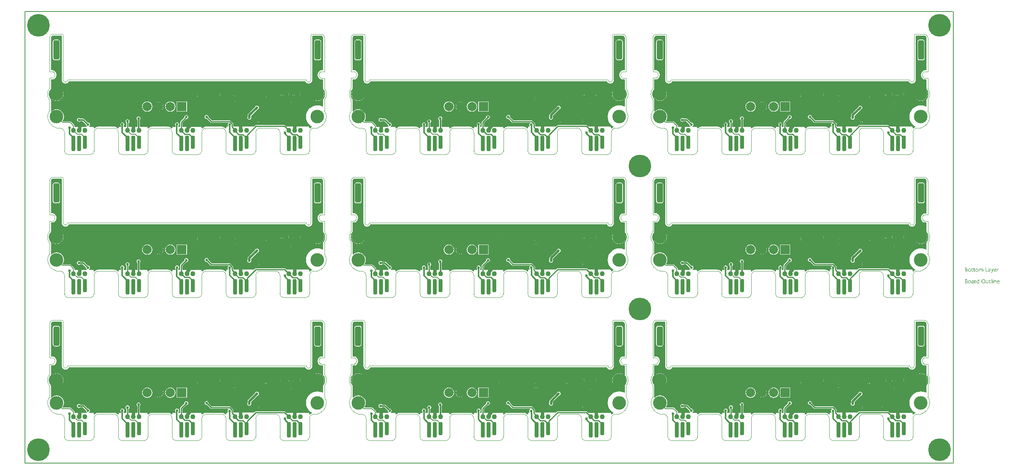
<source format=gbl>
G04*
G04 #@! TF.GenerationSoftware,Altium Limited,Altium Designer,21.9.2 (33)*
G04*
G04 Layer_Physical_Order=2*
G04 Layer_Color=16711680*
%FSAX25Y25*%
%MOIN*%
G70*
G04*
G04 #@! TF.SameCoordinates,9AFEED1E-AE17-47F1-92C9-C8DABB606C96*
G04*
G04*
G04 #@! TF.FilePolarity,Positive*
G04*
G01*
G75*
%ADD10C,0.07874*%
%ADD25C,0.01197*%
%ADD26C,0.00984*%
%ADD28C,0.03000*%
%ADD30C,0.01968*%
%ADD32C,0.01339*%
%ADD33C,0.00800*%
%ADD34C,0.01199*%
%ADD36C,0.00787*%
%ADD37C,0.00394*%
%ADD38C,0.19685*%
G04:AMPARAMS|DCode=39|XSize=51.18mil|YSize=169.29mil|CornerRadius=12.8mil|HoleSize=0mil|Usage=FLASHONLY|Rotation=0.000|XOffset=0mil|YOffset=0mil|HoleType=Round|Shape=RoundedRectangle|*
%AMROUNDEDRECTD39*
21,1,0.05118,0.14370,0,0,0.0*
21,1,0.02559,0.16929,0,0,0.0*
1,1,0.02559,0.01280,-0.07185*
1,1,0.02559,-0.01280,-0.07185*
1,1,0.02559,-0.01280,0.07185*
1,1,0.02559,0.01280,0.07185*
%
%ADD39ROUNDEDRECTD39*%
%ADD41R,0.07874X0.07874*%
%ADD42C,0.11811*%
%ADD43C,0.02362*%
G04:AMPARAMS|DCode=44|XSize=35.43mil|YSize=135.83mil|CornerRadius=13.82mil|HoleSize=0mil|Usage=FLASHONLY|Rotation=180.000|XOffset=0mil|YOffset=0mil|HoleType=Round|Shape=RoundedRectangle|*
%AMROUNDEDRECTD44*
21,1,0.03543,0.10819,0,0,180.0*
21,1,0.00780,0.13583,0,0,180.0*
1,1,0.02764,-0.00390,0.05409*
1,1,0.02764,0.00390,0.05409*
1,1,0.02764,0.00390,-0.05409*
1,1,0.02764,-0.00390,-0.05409*
%
%ADD44ROUNDEDRECTD44*%
G04:AMPARAMS|DCode=45|XSize=35.43mil|YSize=116.14mil|CornerRadius=13.82mil|HoleSize=0mil|Usage=FLASHONLY|Rotation=180.000|XOffset=0mil|YOffset=0mil|HoleType=Round|Shape=RoundedRectangle|*
%AMROUNDEDRECTD45*
21,1,0.03543,0.08850,0,0,180.0*
21,1,0.00780,0.11614,0,0,180.0*
1,1,0.02764,-0.00390,0.04425*
1,1,0.02764,0.00390,0.04425*
1,1,0.02764,0.00390,-0.04425*
1,1,0.02764,-0.00390,-0.04425*
%
%ADD45ROUNDEDRECTD45*%
%ADD46C,0.04331*%
G36*
X0760837Y0352205D02*
X0761252Y0352119D01*
X0761643Y0351954D01*
X0761995Y0351715D01*
X0762292Y0351413D01*
X0762526Y0351059D01*
X0762685Y0350665D01*
X0762765Y0350249D01*
X0762764Y0350036D01*
X0762764Y0350032D01*
X0762763Y0350028D01*
X0762763Y0321946D01*
X0760860D01*
X0760757Y0321926D01*
X0760652Y0321928D01*
X0760529Y0321880D01*
X0760399Y0321855D01*
X0760312Y0321796D01*
X0760214Y0321758D01*
X0759859Y0321533D01*
X0759772Y0321449D01*
X0759670Y0321383D01*
X0759066Y0320801D01*
X0758975Y0320669D01*
X0758867Y0320549D01*
X0758439Y0319828D01*
X0758386Y0319676D01*
X0758314Y0319532D01*
X0758092Y0318724D01*
X0758080Y0318563D01*
X0758049Y0318405D01*
Y0317567D01*
X0758080Y0317409D01*
X0758092Y0317249D01*
X0758314Y0316440D01*
X0758386Y0316296D01*
X0758439Y0316144D01*
X0758867Y0315423D01*
X0758975Y0315303D01*
X0759066Y0315171D01*
X0759670Y0314589D01*
X0759772Y0314524D01*
X0759860Y0314440D01*
X0760214Y0314214D01*
X0760312Y0314176D01*
X0760399Y0314118D01*
X0760529Y0314092D01*
X0760652Y0314044D01*
X0760757Y0314047D01*
X0760860Y0314026D01*
X0762422D01*
X0762775Y0313672D01*
X0762751Y0306253D01*
X0762785Y0306078D01*
X0762803Y0305901D01*
X0762830Y0305849D01*
X0762841Y0305792D01*
X0762940Y0305644D01*
X0763024Y0305486D01*
X0763386Y0305044D01*
X0763950Y0304050D01*
X0764336Y0302975D01*
X0764534Y0301850D01*
X0764538Y0300708D01*
X0764347Y0299581D01*
X0763968Y0298504D01*
X0763410Y0297506D01*
X0763051Y0297062D01*
X0762972Y0296911D01*
X0762876Y0296769D01*
X0762863Y0296704D01*
X0762833Y0296646D01*
X0762817Y0296476D01*
X0762783Y0296308D01*
X0762765Y0290644D01*
X0762336Y0290388D01*
X0761654Y0290752D01*
X0759799Y0291315D01*
X0757869Y0291505D01*
X0755940Y0291315D01*
X0754084Y0290752D01*
X0752375Y0289838D01*
X0750876Y0288608D01*
X0749646Y0287110D01*
X0748732Y0285400D01*
X0748169Y0283544D01*
X0747979Y0281615D01*
X0748169Y0279685D01*
X0748732Y0277830D01*
X0749646Y0276120D01*
X0750876Y0274622D01*
X0752375Y0273392D01*
X0752953Y0273082D01*
X0752926Y0272530D01*
X0752646Y0272413D01*
X0752547Y0272347D01*
X0752438Y0272302D01*
X0751796Y0271873D01*
X0751712Y0271790D01*
X0751613Y0271724D01*
X0751271Y0271381D01*
X0750771Y0271588D01*
X0750771Y0272448D01*
X0750771Y0272448D01*
X0750771Y0272448D01*
X0750691Y0272642D01*
X0750615Y0272825D01*
X0750238Y0272981D01*
X0750238Y0272981D01*
X0731191Y0272980D01*
X0730196Y0273975D01*
X0729870Y0274193D01*
X0729486Y0274269D01*
X0704515D01*
X0704131Y0274193D01*
X0703805Y0273975D01*
X0702865Y0273035D01*
X0685196Y0273035D01*
X0684775Y0273456D01*
Y0275531D01*
X0684698Y0275915D01*
X0684481Y0276240D01*
X0682516Y0278205D01*
X0682191Y0278422D01*
X0681807Y0278499D01*
X0666108D01*
X0663307Y0281299D01*
X0663332Y0281426D01*
X0663202Y0282079D01*
X0662833Y0282632D01*
X0662279Y0283002D01*
X0661626Y0283132D01*
X0660973Y0283002D01*
X0660420Y0282632D01*
X0660050Y0282079D01*
X0659920Y0281426D01*
X0660050Y0280773D01*
X0660420Y0280220D01*
X0660973Y0279850D01*
X0661626Y0279720D01*
X0661978Y0279790D01*
X0664983Y0276785D01*
X0665308Y0276568D01*
X0665692Y0276491D01*
X0680475D01*
X0680626Y0275991D01*
X0680400Y0275840D01*
X0680030Y0275287D01*
X0679900Y0274634D01*
X0680030Y0273981D01*
X0680328Y0273534D01*
X0680198Y0273158D01*
X0680106Y0273035D01*
X0679309Y0273035D01*
X0679153Y0272970D01*
X0678932Y0272879D01*
X0678776Y0272502D01*
X0678776Y0272502D01*
X0678776Y0271588D01*
X0678276Y0271381D01*
X0677934Y0271724D01*
X0677835Y0271790D01*
X0677751Y0271873D01*
X0677109Y0272302D01*
X0677000Y0272347D01*
X0676901Y0272413D01*
X0676188Y0272709D01*
X0676072Y0272732D01*
X0675962Y0272777D01*
X0675205Y0272928D01*
X0675116D01*
X0675030Y0272950D01*
X0674644Y0272969D01*
X0674614Y0272964D01*
X0674584Y0272970D01*
X0661451D01*
X0661421Y0272964D01*
X0661391Y0272969D01*
X0661006Y0272950D01*
X0660919Y0272928D01*
X0660830D01*
X0660073Y0272777D01*
X0659963Y0272732D01*
X0659847Y0272709D01*
X0659134Y0272413D01*
X0659035Y0272347D01*
X0658926Y0272302D01*
X0658284Y0271873D01*
X0658200Y0271790D01*
X0658102Y0271724D01*
X0657759Y0271381D01*
X0657259Y0271588D01*
X0657259Y0272308D01*
X0657259Y0272308D01*
X0657259Y0272308D01*
X0657179Y0272502D01*
X0657103Y0272685D01*
X0656727Y0272841D01*
X0656727Y0272841D01*
X0640997Y0272840D01*
X0640643Y0273194D01*
Y0276417D01*
X0643833Y0279607D01*
X0644072Y0279559D01*
X0644725Y0279689D01*
X0645279Y0280059D01*
X0645649Y0280613D01*
X0645778Y0281265D01*
X0645649Y0281918D01*
X0645279Y0282472D01*
X0644725Y0282842D01*
X0644072Y0282972D01*
X0643420Y0282842D01*
X0642866Y0282472D01*
X0642496Y0281918D01*
X0642366Y0281265D01*
X0642414Y0281026D01*
X0638930Y0277542D01*
X0638713Y0277217D01*
X0638636Y0276833D01*
Y0272840D01*
X0637465Y0272840D01*
X0637094Y0273228D01*
X0637122Y0273648D01*
X0637213Y0273709D01*
X0637583Y0274262D01*
X0637712Y0274915D01*
X0637583Y0275568D01*
X0637213Y0276122D01*
X0636659Y0276491D01*
X0636006Y0276621D01*
X0635354Y0276491D01*
X0634800Y0276122D01*
X0634430Y0275568D01*
X0634301Y0274915D01*
X0634430Y0274262D01*
X0634643Y0273945D01*
Y0272840D01*
X0632553Y0272840D01*
X0632397Y0272776D01*
X0632176Y0272684D01*
X0632020Y0272308D01*
X0632020Y0272308D01*
X0632020Y0271588D01*
X0631520Y0271381D01*
X0631178Y0271724D01*
X0631079Y0271790D01*
X0630995Y0271873D01*
X0630353Y0272302D01*
X0630244Y0272347D01*
X0630145Y0272413D01*
X0629432Y0272709D01*
X0629316Y0272732D01*
X0629206Y0272777D01*
X0628449Y0272928D01*
X0628360D01*
X0628273Y0272950D01*
X0627888Y0272969D01*
X0627858Y0272964D01*
X0627829Y0272970D01*
X0614695D01*
X0614665Y0272964D01*
X0614636Y0272969D01*
X0614250Y0272950D01*
X0614163Y0272928D01*
X0614074D01*
X0613317Y0272777D01*
X0613207Y0272732D01*
X0613091Y0272709D01*
X0612378Y0272413D01*
X0612279Y0272347D01*
X0612170Y0272302D01*
X0611528Y0271873D01*
X0611444Y0271790D01*
X0611346Y0271724D01*
X0611003Y0271381D01*
X0610503Y0271588D01*
X0610503Y0272281D01*
X0610503Y0272281D01*
X0610503Y0272281D01*
X0610423Y0272475D01*
X0610347Y0272658D01*
X0609971Y0272814D01*
X0609971Y0272814D01*
X0604213Y0272814D01*
X0603859Y0273167D01*
Y0278938D01*
X0604186Y0279428D01*
X0604316Y0280081D01*
X0604186Y0280734D01*
X0603817Y0281287D01*
X0603263Y0281657D01*
X0602610Y0281787D01*
X0601957Y0281657D01*
X0601404Y0281287D01*
X0601034Y0280734D01*
X0600904Y0280081D01*
X0601034Y0279428D01*
X0601404Y0278875D01*
X0601635Y0278720D01*
Y0272814D01*
X0594329Y0272814D01*
X0593975Y0273167D01*
Y0276221D01*
X0594266Y0276416D01*
X0594636Y0276969D01*
X0594766Y0277622D01*
X0594636Y0278275D01*
X0594266Y0278829D01*
X0593713Y0279198D01*
X0593060Y0279328D01*
X0592407Y0279198D01*
X0591853Y0278829D01*
X0591483Y0278275D01*
X0591354Y0277622D01*
X0591483Y0276969D01*
X0591853Y0276416D01*
X0591968Y0276339D01*
Y0272813D01*
X0589998Y0272813D01*
X0589644Y0273167D01*
Y0273657D01*
X0589721Y0273709D01*
X0590091Y0274262D01*
X0590221Y0274915D01*
X0590091Y0275568D01*
X0589721Y0276122D01*
X0589168Y0276491D01*
X0588515Y0276621D01*
X0587862Y0276491D01*
X0587309Y0276122D01*
X0586939Y0275568D01*
X0586809Y0274915D01*
X0586939Y0274262D01*
X0587276Y0273758D01*
Y0272813D01*
X0585797Y0272813D01*
X0585641Y0272749D01*
X0585420Y0272657D01*
X0585264Y0272281D01*
X0585264Y0272281D01*
X0585264Y0271588D01*
X0584764Y0271381D01*
X0584422Y0271724D01*
X0584323Y0271790D01*
X0584239Y0271873D01*
X0583598Y0272302D01*
X0583488Y0272347D01*
X0583389Y0272413D01*
X0582676Y0272709D01*
X0582560Y0272732D01*
X0582450Y0272777D01*
X0581694Y0272928D01*
X0581604D01*
X0581518Y0272950D01*
X0581132Y0272969D01*
X0581102Y0272964D01*
X0581073Y0272970D01*
X0567939D01*
X0567909Y0272964D01*
X0567880Y0272969D01*
X0567494Y0272950D01*
X0567407Y0272928D01*
X0567318D01*
X0566561Y0272777D01*
X0566452Y0272732D01*
X0566335Y0272709D01*
X0565622Y0272413D01*
X0565523Y0272347D01*
X0565414Y0272302D01*
X0564772Y0271873D01*
X0564688Y0271790D01*
X0564590Y0271724D01*
X0564247Y0271381D01*
X0563747Y0271588D01*
X0563747Y0272355D01*
X0563748Y0272355D01*
X0563591Y0272732D01*
X0563591Y0272732D01*
X0563591Y0272732D01*
X0563215Y0272888D01*
X0563215Y0272888D01*
X0559855Y0272888D01*
X0559703Y0273388D01*
X0559944Y0273549D01*
X0560314Y0274102D01*
X0560444Y0274755D01*
X0560314Y0275408D01*
X0559944Y0275962D01*
X0559391Y0276331D01*
X0558738Y0276461D01*
X0558628Y0276439D01*
X0555448Y0279619D01*
X0555087Y0279860D01*
X0554661Y0279945D01*
X0554661Y0279945D01*
X0552160D01*
X0552098Y0280039D01*
X0551544Y0280408D01*
X0550891Y0280538D01*
X0550239Y0280408D01*
X0549685Y0280039D01*
X0549315Y0279485D01*
X0549186Y0278832D01*
X0549315Y0278179D01*
X0549685Y0277626D01*
X0550239Y0277256D01*
X0550891Y0277126D01*
X0551544Y0277256D01*
X0552098Y0277626D01*
X0552160Y0277719D01*
X0554200D01*
X0557054Y0274866D01*
X0557032Y0274755D01*
X0557162Y0274102D01*
X0557532Y0273549D01*
X0557773Y0273388D01*
X0557621Y0272888D01*
X0547391Y0272888D01*
X0547037Y0273241D01*
Y0273756D01*
X0546968Y0274104D01*
X0546771Y0274400D01*
X0543895Y0277275D01*
X0543600Y0277473D01*
X0543252Y0277542D01*
X0537072D01*
X0536784Y0277980D01*
X0536836Y0278043D01*
X0537430Y0279155D01*
X0537796Y0280361D01*
X0537920Y0281615D01*
X0537796Y0282869D01*
X0537430Y0284075D01*
X0536836Y0285187D01*
X0536037Y0286161D01*
X0535063Y0286960D01*
X0533951Y0287554D01*
X0532745Y0287920D01*
X0531491Y0288043D01*
X0530237Y0287920D01*
X0529031Y0287554D01*
X0527920Y0286960D01*
X0527008Y0286212D01*
X0526747Y0286290D01*
X0526532Y0286430D01*
X0526563Y0286588D01*
X0526571Y0296342D01*
X0526538Y0296512D01*
X0526522Y0296684D01*
X0526492Y0296740D01*
X0526480Y0296803D01*
X0526384Y0296947D01*
X0526303Y0297100D01*
X0525946Y0297542D01*
X0525391Y0298535D01*
X0525012Y0299608D01*
X0524821Y0300729D01*
X0524821Y0301866D01*
X0525014Y0302987D01*
X0525395Y0304059D01*
X0525951Y0305051D01*
X0526309Y0305493D01*
X0526390Y0305646D01*
X0526486Y0305790D01*
X0526498Y0305853D01*
X0526528Y0305909D01*
X0526544Y0306081D01*
X0526578Y0306251D01*
Y0314061D01*
X0528482D01*
X0528586Y0314082D01*
X0528691Y0314079D01*
X0528814Y0314127D01*
X0528943Y0314153D01*
X0529031Y0314211D01*
X0529129Y0314249D01*
X0529483Y0314475D01*
X0529571Y0314559D01*
X0529673Y0314624D01*
X0530276Y0315206D01*
X0530368Y0315338D01*
X0530476Y0315458D01*
X0530903Y0316179D01*
X0530957Y0316331D01*
X0531029Y0316475D01*
X0531251Y0317283D01*
X0531262Y0317444D01*
X0531294Y0317602D01*
Y0318440D01*
X0531262Y0318598D01*
X0531251Y0318759D01*
X0531029Y0319567D01*
X0530957Y0319711D01*
X0530903Y0319863D01*
X0530476Y0320584D01*
X0530368Y0320704D01*
X0530276Y0320836D01*
X0529673Y0321418D01*
X0529571Y0321484D01*
X0529483Y0321568D01*
X0529129Y0321793D01*
X0529031Y0321831D01*
X0528943Y0321890D01*
X0528814Y0321915D01*
X0528691Y0321963D01*
X0528585Y0321961D01*
X0528482Y0321981D01*
X0526579Y0321981D01*
Y0350274D01*
X0526662Y0350688D01*
X0526823Y0351078D01*
X0527058Y0351429D01*
X0527356Y0351728D01*
X0527707Y0351962D01*
X0528098Y0352124D01*
X0528512Y0352206D01*
X0535641D01*
X0535994Y0351853D01*
X0535989Y0313656D01*
X0536001Y0313597D01*
X0535995Y0313538D01*
X0536033Y0313154D01*
X0536084Y0312984D01*
X0536119Y0312811D01*
X0536412Y0312101D01*
X0536673Y0311710D01*
X0537217Y0311167D01*
X0537607Y0310906D01*
X0538317Y0310612D01*
X0538778Y0310521D01*
X0539546D01*
X0540007Y0310612D01*
X0540716Y0310906D01*
X0541107Y0311167D01*
X0541650Y0311710D01*
X0541911Y0312101D01*
X0542056Y0312451D01*
X0644679Y0312451D01*
X0747296D01*
X0747441Y0312101D01*
X0747703Y0311710D01*
X0748246Y0311167D01*
X0748636Y0310906D01*
X0749346Y0310612D01*
X0749807Y0310521D01*
X0750575D01*
X0751036Y0310612D01*
X0751745Y0310906D01*
X0752136Y0311167D01*
X0752679Y0311710D01*
X0752940Y0312101D01*
X0753234Y0312811D01*
X0753268Y0312984D01*
X0753320Y0313154D01*
X0753358Y0313538D01*
X0753352Y0313597D01*
X0753364Y0313656D01*
X0753362Y0351853D01*
X0753716Y0352206D01*
X0760629D01*
X0760837Y0352205D01*
D02*
G37*
G36*
X0499028D02*
X0499444Y0352119D01*
X0499835Y0351954D01*
X0500186Y0351715D01*
X0500484Y0351413D01*
X0500717Y0351059D01*
X0500877Y0350665D01*
X0500957Y0350249D01*
X0500955Y0350036D01*
X0500956Y0350032D01*
X0500955Y0350028D01*
X0500955Y0321946D01*
X0499052D01*
X0498949Y0321926D01*
X0498843Y0321928D01*
X0498721Y0321880D01*
X0498591Y0321855D01*
X0498504Y0321796D01*
X0498406Y0321758D01*
X0498051Y0321533D01*
X0497963Y0321449D01*
X0497861Y0321383D01*
X0497258Y0320801D01*
X0497166Y0320669D01*
X0497059Y0320549D01*
X0496631Y0319828D01*
X0496577Y0319676D01*
X0496505Y0319532D01*
X0496283Y0318724D01*
X0496272Y0318563D01*
X0496241Y0318405D01*
Y0317567D01*
X0496272Y0317409D01*
X0496283Y0317249D01*
X0496505Y0316440D01*
X0496577Y0316296D01*
X0496631Y0316144D01*
X0497059Y0315423D01*
X0497166Y0315303D01*
X0497258Y0315171D01*
X0497861Y0314589D01*
X0497963Y0314524D01*
X0498051Y0314440D01*
X0498406Y0314214D01*
X0498504Y0314176D01*
X0498591Y0314118D01*
X0498721Y0314092D01*
X0498843Y0314044D01*
X0498949Y0314047D01*
X0499052Y0314026D01*
X0500613D01*
X0500966Y0313672D01*
X0500943Y0306253D01*
X0500977Y0306078D01*
X0500994Y0305901D01*
X0501022Y0305849D01*
X0501033Y0305792D01*
X0501131Y0305644D01*
X0501216Y0305486D01*
X0501578Y0305044D01*
X0502141Y0304050D01*
X0502528Y0302975D01*
X0502726Y0301850D01*
X0502729Y0300708D01*
X0502539Y0299581D01*
X0502159Y0298504D01*
X0501602Y0297506D01*
X0501243Y0297062D01*
X0501163Y0296911D01*
X0501068Y0296769D01*
X0501055Y0296704D01*
X0501024Y0296646D01*
X0501009Y0296476D01*
X0500975Y0296308D01*
X0500957Y0290644D01*
X0500528Y0290388D01*
X0499846Y0290752D01*
X0497990Y0291315D01*
X0496061Y0291505D01*
X0494131Y0291315D01*
X0492276Y0290752D01*
X0490566Y0289838D01*
X0489068Y0288608D01*
X0487838Y0287110D01*
X0486924Y0285400D01*
X0486361Y0283544D01*
X0486171Y0281615D01*
X0486361Y0279685D01*
X0486924Y0277830D01*
X0487838Y0276120D01*
X0489068Y0274622D01*
X0490566Y0273392D01*
X0491145Y0273082D01*
X0491118Y0272530D01*
X0490837Y0272413D01*
X0490739Y0272347D01*
X0490629Y0272302D01*
X0489988Y0271873D01*
X0489904Y0271790D01*
X0489805Y0271724D01*
X0489463Y0271381D01*
X0488963Y0271588D01*
X0488963Y0272448D01*
X0488963Y0272448D01*
X0488963Y0272448D01*
X0488882Y0272642D01*
X0488807Y0272825D01*
X0488430Y0272981D01*
X0488430Y0272981D01*
X0469382Y0272980D01*
X0468387Y0273975D01*
X0468062Y0274193D01*
X0467678Y0274269D01*
X0442707D01*
X0442323Y0274193D01*
X0441997Y0273975D01*
X0441057Y0273035D01*
X0423388Y0273035D01*
X0422966Y0273456D01*
Y0275531D01*
X0422890Y0275915D01*
X0422673Y0276240D01*
X0420708Y0278205D01*
X0420383Y0278422D01*
X0419999Y0278499D01*
X0404300D01*
X0401499Y0281299D01*
X0401524Y0281426D01*
X0401394Y0282079D01*
X0401024Y0282632D01*
X0400471Y0283002D01*
X0399818Y0283132D01*
X0399165Y0283002D01*
X0398612Y0282632D01*
X0398242Y0282079D01*
X0398112Y0281426D01*
X0398242Y0280773D01*
X0398612Y0280220D01*
X0399165Y0279850D01*
X0399818Y0279720D01*
X0400170Y0279790D01*
X0403174Y0276785D01*
X0403500Y0276568D01*
X0403884Y0276491D01*
X0418666D01*
X0418818Y0275991D01*
X0418591Y0275840D01*
X0418221Y0275287D01*
X0418091Y0274634D01*
X0418221Y0273981D01*
X0418520Y0273534D01*
X0418390Y0273158D01*
X0418298Y0273035D01*
X0417500Y0273035D01*
X0417344Y0272970D01*
X0417124Y0272879D01*
X0416968Y0272502D01*
X0416968Y0272502D01*
X0416968Y0271588D01*
X0416468Y0271381D01*
X0416125Y0271724D01*
X0416027Y0271790D01*
X0415943Y0271873D01*
X0415301Y0272302D01*
X0415192Y0272347D01*
X0415093Y0272413D01*
X0414380Y0272709D01*
X0414263Y0272732D01*
X0414154Y0272777D01*
X0413397Y0272928D01*
X0413308D01*
X0413221Y0272950D01*
X0412835Y0272969D01*
X0412806Y0272964D01*
X0412776Y0272970D01*
X0399642D01*
X0399613Y0272964D01*
X0399583Y0272969D01*
X0399197Y0272950D01*
X0399111Y0272928D01*
X0399022D01*
X0398265Y0272777D01*
X0398155Y0272732D01*
X0398039Y0272709D01*
X0397326Y0272413D01*
X0397227Y0272347D01*
X0397117Y0272302D01*
X0396476Y0271873D01*
X0396392Y0271790D01*
X0396293Y0271724D01*
X0395951Y0271381D01*
X0395451Y0271588D01*
X0395451Y0272308D01*
X0395451Y0272308D01*
X0395451Y0272308D01*
X0395371Y0272502D01*
X0395295Y0272685D01*
X0394918Y0272841D01*
X0394918Y0272841D01*
X0379188Y0272840D01*
X0378835Y0273194D01*
Y0276417D01*
X0382025Y0279607D01*
X0382264Y0279559D01*
X0382917Y0279689D01*
X0383470Y0280059D01*
X0383840Y0280613D01*
X0383970Y0281265D01*
X0383840Y0281918D01*
X0383470Y0282472D01*
X0382917Y0282842D01*
X0382264Y0282972D01*
X0381611Y0282842D01*
X0381058Y0282472D01*
X0380688Y0281918D01*
X0380558Y0281265D01*
X0380606Y0281026D01*
X0377122Y0277542D01*
X0376904Y0277217D01*
X0376828Y0276833D01*
Y0272840D01*
X0375656Y0272840D01*
X0375286Y0273228D01*
X0375313Y0273648D01*
X0375405Y0273709D01*
X0375774Y0274262D01*
X0375904Y0274915D01*
X0375774Y0275568D01*
X0375405Y0276122D01*
X0374851Y0276491D01*
X0374198Y0276621D01*
X0373545Y0276491D01*
X0372992Y0276122D01*
X0372622Y0275568D01*
X0372492Y0274915D01*
X0372622Y0274262D01*
X0372834Y0273945D01*
Y0272840D01*
X0370744Y0272840D01*
X0370588Y0272776D01*
X0370368Y0272684D01*
X0370212Y0272308D01*
X0370212Y0272308D01*
X0370212Y0271588D01*
X0369712Y0271381D01*
X0369369Y0271724D01*
X0369271Y0271790D01*
X0369187Y0271873D01*
X0368545Y0272302D01*
X0368436Y0272347D01*
X0368337Y0272413D01*
X0367624Y0272709D01*
X0367508Y0272732D01*
X0367398Y0272777D01*
X0366641Y0272928D01*
X0366552D01*
X0366465Y0272950D01*
X0366079Y0272969D01*
X0366050Y0272964D01*
X0366020Y0272970D01*
X0352886D01*
X0352857Y0272964D01*
X0352827Y0272969D01*
X0352441Y0272950D01*
X0352355Y0272928D01*
X0352266D01*
X0351509Y0272777D01*
X0351399Y0272732D01*
X0351283Y0272709D01*
X0350570Y0272413D01*
X0350471Y0272347D01*
X0350361Y0272302D01*
X0349720Y0271873D01*
X0349636Y0271790D01*
X0349537Y0271724D01*
X0349195Y0271381D01*
X0348695Y0271588D01*
X0348695Y0272281D01*
X0348695Y0272281D01*
X0348695Y0272281D01*
X0348615Y0272475D01*
X0348539Y0272658D01*
X0348162Y0272814D01*
X0348162Y0272814D01*
X0342404Y0272814D01*
X0342051Y0273167D01*
Y0278938D01*
X0342378Y0279428D01*
X0342508Y0280081D01*
X0342378Y0280734D01*
X0342008Y0281287D01*
X0341455Y0281657D01*
X0340802Y0281787D01*
X0340149Y0281657D01*
X0339596Y0281287D01*
X0339226Y0280734D01*
X0339096Y0280081D01*
X0339226Y0279428D01*
X0339596Y0278875D01*
X0339827Y0278720D01*
Y0272814D01*
X0332520Y0272814D01*
X0332167Y0273167D01*
Y0276221D01*
X0332458Y0276416D01*
X0332827Y0276969D01*
X0332957Y0277622D01*
X0332827Y0278275D01*
X0332458Y0278829D01*
X0331904Y0279198D01*
X0331251Y0279328D01*
X0330598Y0279198D01*
X0330045Y0278829D01*
X0329675Y0278275D01*
X0329545Y0277622D01*
X0329675Y0276969D01*
X0330045Y0276416D01*
X0330160Y0276339D01*
Y0272813D01*
X0328189Y0272813D01*
X0327836Y0273167D01*
Y0273657D01*
X0327913Y0273709D01*
X0328283Y0274262D01*
X0328413Y0274915D01*
X0328283Y0275568D01*
X0327913Y0276122D01*
X0327360Y0276491D01*
X0326707Y0276621D01*
X0326054Y0276491D01*
X0325500Y0276122D01*
X0325131Y0275568D01*
X0325001Y0274915D01*
X0325131Y0274262D01*
X0325468Y0273758D01*
Y0272813D01*
X0323989Y0272813D01*
X0323833Y0272749D01*
X0323612Y0272657D01*
X0323456Y0272281D01*
X0323456Y0272281D01*
X0323456Y0271588D01*
X0322956Y0271381D01*
X0322614Y0271724D01*
X0322515Y0271790D01*
X0322431Y0271873D01*
X0321789Y0272302D01*
X0321680Y0272347D01*
X0321581Y0272413D01*
X0320868Y0272709D01*
X0320752Y0272732D01*
X0320642Y0272777D01*
X0319885Y0272928D01*
X0319796D01*
X0319709Y0272950D01*
X0319323Y0272969D01*
X0319294Y0272964D01*
X0319264Y0272970D01*
X0306131D01*
X0306101Y0272964D01*
X0306071Y0272969D01*
X0305685Y0272950D01*
X0305599Y0272928D01*
X0305510D01*
X0304753Y0272777D01*
X0304643Y0272732D01*
X0304527Y0272709D01*
X0303814Y0272413D01*
X0303715Y0272347D01*
X0303606Y0272302D01*
X0302964Y0271873D01*
X0302880Y0271790D01*
X0302781Y0271724D01*
X0302439Y0271381D01*
X0301939Y0271588D01*
X0301939Y0272355D01*
X0301939Y0272355D01*
X0301783Y0272732D01*
X0301783Y0272732D01*
X0301783Y0272732D01*
X0301406Y0272888D01*
X0301406Y0272888D01*
X0298046Y0272888D01*
X0297895Y0273388D01*
X0298136Y0273549D01*
X0298506Y0274102D01*
X0298636Y0274755D01*
X0298506Y0275408D01*
X0298136Y0275962D01*
X0297582Y0276331D01*
X0296930Y0276461D01*
X0296819Y0276439D01*
X0293639Y0279619D01*
X0293279Y0279860D01*
X0292853Y0279945D01*
X0292853Y0279945D01*
X0290352D01*
X0290289Y0280039D01*
X0289736Y0280408D01*
X0289083Y0280538D01*
X0288430Y0280408D01*
X0287877Y0280039D01*
X0287507Y0279485D01*
X0287377Y0278832D01*
X0287507Y0278179D01*
X0287877Y0277626D01*
X0288430Y0277256D01*
X0289083Y0277126D01*
X0289736Y0277256D01*
X0290289Y0277626D01*
X0290352Y0277719D01*
X0292392D01*
X0295246Y0274866D01*
X0295224Y0274755D01*
X0295353Y0274102D01*
X0295723Y0273549D01*
X0295964Y0273388D01*
X0295813Y0272888D01*
X0285583Y0272888D01*
X0285229Y0273241D01*
Y0273756D01*
X0285160Y0274104D01*
X0284963Y0274400D01*
X0282087Y0277275D01*
X0281792Y0277473D01*
X0281444Y0277542D01*
X0275263D01*
X0274976Y0277980D01*
X0275028Y0278043D01*
X0275622Y0279155D01*
X0275988Y0280361D01*
X0276112Y0281615D01*
X0275988Y0282869D01*
X0275622Y0284075D01*
X0275028Y0285187D01*
X0274229Y0286161D01*
X0273254Y0286960D01*
X0272143Y0287554D01*
X0270937Y0287920D01*
X0269683Y0288043D01*
X0268429Y0287920D01*
X0267223Y0287554D01*
X0266111Y0286960D01*
X0265199Y0286212D01*
X0264938Y0286290D01*
X0264723Y0286430D01*
X0264755Y0286588D01*
X0264763Y0296342D01*
X0264729Y0296512D01*
X0264714Y0296684D01*
X0264684Y0296740D01*
X0264671Y0296803D01*
X0264576Y0296947D01*
X0264495Y0297100D01*
X0264138Y0297542D01*
X0263583Y0298535D01*
X0263204Y0299608D01*
X0263012Y0300729D01*
X0263013Y0301866D01*
X0263206Y0302987D01*
X0263586Y0304059D01*
X0264143Y0305051D01*
X0264501Y0305493D01*
X0264581Y0305646D01*
X0264678Y0305790D01*
X0264690Y0305853D01*
X0264720Y0305909D01*
X0264736Y0306081D01*
X0264769Y0306251D01*
Y0314061D01*
X0266674D01*
X0266777Y0314082D01*
X0266882Y0314079D01*
X0267005Y0314127D01*
X0267135Y0314153D01*
X0267222Y0314211D01*
X0267320Y0314249D01*
X0267675Y0314475D01*
X0267762Y0314559D01*
X0267864Y0314624D01*
X0268468Y0315206D01*
X0268560Y0315338D01*
X0268667Y0315458D01*
X0269095Y0316179D01*
X0269149Y0316331D01*
X0269221Y0316475D01*
X0269443Y0317283D01*
X0269454Y0317444D01*
X0269485Y0317602D01*
Y0318440D01*
X0269454Y0318598D01*
X0269443Y0318759D01*
X0269221Y0319567D01*
X0269149Y0319711D01*
X0269095Y0319863D01*
X0268667Y0320584D01*
X0268560Y0320704D01*
X0268468Y0320836D01*
X0267864Y0321418D01*
X0267762Y0321484D01*
X0267675Y0321568D01*
X0267320Y0321793D01*
X0267222Y0321831D01*
X0267135Y0321890D01*
X0267005Y0321915D01*
X0266882Y0321963D01*
X0266777Y0321961D01*
X0266674Y0321981D01*
X0264771Y0321981D01*
Y0350274D01*
X0264853Y0350688D01*
X0265015Y0351078D01*
X0265249Y0351429D01*
X0265548Y0351728D01*
X0265899Y0351962D01*
X0266289Y0352124D01*
X0266704Y0352206D01*
X0273833D01*
X0274186Y0351853D01*
X0274181Y0313656D01*
X0274192Y0313597D01*
X0274186Y0313538D01*
X0274224Y0313154D01*
X0274276Y0312984D01*
X0274310Y0312811D01*
X0274604Y0312101D01*
X0274865Y0311710D01*
X0275408Y0311167D01*
X0275799Y0310906D01*
X0276509Y0310612D01*
X0276969Y0310521D01*
X0277737D01*
X0278198Y0310612D01*
X0278908Y0310906D01*
X0279298Y0311167D01*
X0279842Y0311710D01*
X0280103Y0312101D01*
X0280248Y0312451D01*
X0382871Y0312451D01*
X0485488D01*
X0485633Y0312101D01*
X0485894Y0311710D01*
X0486437Y0311167D01*
X0486828Y0310906D01*
X0487538Y0310612D01*
X0487998Y0310521D01*
X0488766D01*
X0489227Y0310612D01*
X0489937Y0310906D01*
X0490328Y0311167D01*
X0490871Y0311710D01*
X0491132Y0312101D01*
X0491426Y0312811D01*
X0491460Y0312984D01*
X0491511Y0313154D01*
X0491549Y0313538D01*
X0491543Y0313597D01*
X0491555Y0313656D01*
X0491554Y0351853D01*
X0491907Y0352206D01*
X0498820D01*
X0499028Y0352205D01*
D02*
G37*
G36*
X0237220D02*
X0237636Y0352119D01*
X0238027Y0351954D01*
X0238378Y0351715D01*
X0238676Y0351413D01*
X0238909Y0351059D01*
X0239069Y0350665D01*
X0239148Y0350249D01*
X0239147Y0350036D01*
X0239148Y0350032D01*
X0239147Y0350028D01*
X0239147Y0321946D01*
X0237244D01*
X0237140Y0321926D01*
X0237035Y0321928D01*
X0236912Y0321880D01*
X0236783Y0321855D01*
X0236695Y0321796D01*
X0236597Y0321758D01*
X0236243Y0321533D01*
X0236155Y0321449D01*
X0236053Y0321383D01*
X0235450Y0320801D01*
X0235358Y0320669D01*
X0235250Y0320549D01*
X0234823Y0319828D01*
X0234769Y0319676D01*
X0234697Y0319532D01*
X0234475Y0318724D01*
X0234464Y0318563D01*
X0234432Y0318405D01*
Y0317567D01*
X0234464Y0317409D01*
X0234475Y0317249D01*
X0234697Y0316440D01*
X0234769Y0316296D01*
X0234823Y0316144D01*
X0235250Y0315423D01*
X0235358Y0315303D01*
X0235450Y0315171D01*
X0236053Y0314589D01*
X0236155Y0314524D01*
X0236243Y0314440D01*
X0236597Y0314214D01*
X0236695Y0314176D01*
X0236783Y0314118D01*
X0236912Y0314092D01*
X0237035Y0314044D01*
X0237140Y0314047D01*
X0237244Y0314026D01*
X0238805D01*
X0239158Y0313672D01*
X0239134Y0306253D01*
X0239168Y0306078D01*
X0239186Y0305901D01*
X0239213Y0305849D01*
X0239224Y0305792D01*
X0239323Y0305644D01*
X0239407Y0305486D01*
X0239769Y0305044D01*
X0240333Y0304050D01*
X0240719Y0302975D01*
X0240917Y0301850D01*
X0240921Y0300708D01*
X0240730Y0299581D01*
X0240351Y0298504D01*
X0239794Y0297506D01*
X0239435Y0297062D01*
X0239355Y0296911D01*
X0239260Y0296769D01*
X0239247Y0296704D01*
X0239216Y0296646D01*
X0239200Y0296476D01*
X0239166Y0296308D01*
X0239149Y0290644D01*
X0238719Y0290388D01*
X0238037Y0290752D01*
X0236182Y0291315D01*
X0234253Y0291505D01*
X0232323Y0291315D01*
X0230468Y0290752D01*
X0228758Y0289838D01*
X0227259Y0288608D01*
X0226029Y0287110D01*
X0225115Y0285400D01*
X0224552Y0283544D01*
X0224362Y0281615D01*
X0224552Y0279685D01*
X0225115Y0277830D01*
X0226029Y0276120D01*
X0227259Y0274622D01*
X0228758Y0273392D01*
X0229337Y0273082D01*
X0229310Y0272530D01*
X0229029Y0272413D01*
X0228930Y0272347D01*
X0228821Y0272302D01*
X0228179Y0271873D01*
X0228095Y0271790D01*
X0227997Y0271724D01*
X0227654Y0271381D01*
X0227154Y0271588D01*
X0227154Y0272448D01*
X0227154Y0272448D01*
X0227154Y0272448D01*
X0227074Y0272642D01*
X0226998Y0272825D01*
X0226622Y0272981D01*
X0226622Y0272981D01*
X0207574Y0272980D01*
X0206579Y0273975D01*
X0206254Y0274193D01*
X0205870Y0274269D01*
X0180898D01*
X0180514Y0274193D01*
X0180189Y0273975D01*
X0179248Y0273035D01*
X0161580Y0273035D01*
X0161158Y0273456D01*
Y0275531D01*
X0161082Y0275915D01*
X0160864Y0276240D01*
X0158900Y0278205D01*
X0158574Y0278422D01*
X0158190Y0278499D01*
X0142491D01*
X0139690Y0281299D01*
X0139716Y0281426D01*
X0139586Y0282079D01*
X0139216Y0282632D01*
X0138663Y0283002D01*
X0138010Y0283132D01*
X0137357Y0283002D01*
X0136803Y0282632D01*
X0136433Y0282079D01*
X0136304Y0281426D01*
X0136433Y0280773D01*
X0136803Y0280220D01*
X0137357Y0279850D01*
X0138010Y0279720D01*
X0138361Y0279790D01*
X0141366Y0276785D01*
X0141692Y0276568D01*
X0142076Y0276491D01*
X0156858D01*
X0157009Y0275991D01*
X0156783Y0275840D01*
X0156413Y0275287D01*
X0156283Y0274634D01*
X0156413Y0273981D01*
X0156711Y0273534D01*
X0156582Y0273158D01*
X0156490Y0273035D01*
X0155692Y0273035D01*
X0155536Y0272970D01*
X0155315Y0272879D01*
X0155159Y0272502D01*
X0155159Y0272502D01*
X0155159Y0271588D01*
X0154659Y0271381D01*
X0154317Y0271724D01*
X0154218Y0271790D01*
X0154135Y0271873D01*
X0153493Y0272302D01*
X0153383Y0272347D01*
X0153285Y0272413D01*
X0152571Y0272709D01*
X0152455Y0272732D01*
X0152346Y0272777D01*
X0151589Y0272928D01*
X0151499D01*
X0151413Y0272950D01*
X0151027Y0272969D01*
X0150997Y0272964D01*
X0150968Y0272970D01*
X0137834D01*
X0137805Y0272964D01*
X0137775Y0272969D01*
X0137389Y0272950D01*
X0137302Y0272928D01*
X0137213D01*
X0136456Y0272777D01*
X0136347Y0272732D01*
X0136230Y0272709D01*
X0135517Y0272413D01*
X0135419Y0272347D01*
X0135309Y0272302D01*
X0134667Y0271873D01*
X0134583Y0271790D01*
X0134485Y0271724D01*
X0134143Y0271381D01*
X0133643Y0271588D01*
X0133643Y0272308D01*
X0133643Y0272308D01*
X0133643Y0272308D01*
X0133562Y0272502D01*
X0133487Y0272685D01*
X0133110Y0272841D01*
X0133110Y0272841D01*
X0117380Y0272840D01*
X0117026Y0273194D01*
Y0276417D01*
X0120217Y0279607D01*
X0120456Y0279559D01*
X0121109Y0279689D01*
X0121662Y0280059D01*
X0122032Y0280613D01*
X0122162Y0281265D01*
X0122032Y0281918D01*
X0121662Y0282472D01*
X0121109Y0282842D01*
X0120456Y0282972D01*
X0119803Y0282842D01*
X0119249Y0282472D01*
X0118880Y0281918D01*
X0118750Y0281265D01*
X0118797Y0281026D01*
X0115313Y0277542D01*
X0115096Y0277217D01*
X0115019Y0276833D01*
Y0272840D01*
X0113848Y0272840D01*
X0113477Y0273228D01*
X0113505Y0273648D01*
X0113596Y0273709D01*
X0113966Y0274262D01*
X0114096Y0274915D01*
X0113966Y0275568D01*
X0113596Y0276122D01*
X0113043Y0276491D01*
X0112390Y0276621D01*
X0111737Y0276491D01*
X0111184Y0276122D01*
X0110814Y0275568D01*
X0110684Y0274915D01*
X0110814Y0274262D01*
X0111026Y0273945D01*
Y0272840D01*
X0108936Y0272840D01*
X0108780Y0272776D01*
X0108560Y0272684D01*
X0108403Y0272308D01*
X0108404Y0272308D01*
X0108404Y0271588D01*
X0107904Y0271381D01*
X0107561Y0271724D01*
X0107462Y0271790D01*
X0107379Y0271873D01*
X0106737Y0272302D01*
X0106627Y0272347D01*
X0106529Y0272413D01*
X0105816Y0272709D01*
X0105699Y0272732D01*
X0105590Y0272777D01*
X0104833Y0272928D01*
X0104744D01*
X0104657Y0272950D01*
X0104271Y0272969D01*
X0104241Y0272964D01*
X0104212Y0272970D01*
X0091078D01*
X0091049Y0272964D01*
X0091019Y0272969D01*
X0090633Y0272950D01*
X0090547Y0272928D01*
X0090457D01*
X0089700Y0272777D01*
X0089591Y0272732D01*
X0089474Y0272709D01*
X0088761Y0272413D01*
X0088663Y0272347D01*
X0088553Y0272302D01*
X0087911Y0271873D01*
X0087828Y0271790D01*
X0087729Y0271724D01*
X0087387Y0271381D01*
X0086887Y0271588D01*
X0086887Y0272281D01*
X0086887Y0272281D01*
X0086887Y0272281D01*
X0086806Y0272475D01*
X0086731Y0272658D01*
X0086354Y0272814D01*
X0086354Y0272814D01*
X0080596Y0272814D01*
X0080242Y0273167D01*
Y0278938D01*
X0080570Y0279428D01*
X0080700Y0280081D01*
X0080570Y0280734D01*
X0080200Y0281287D01*
X0079646Y0281657D01*
X0078994Y0281787D01*
X0078341Y0281657D01*
X0077787Y0281287D01*
X0077417Y0280734D01*
X0077288Y0280081D01*
X0077417Y0279428D01*
X0077787Y0278875D01*
X0078018Y0278720D01*
Y0272814D01*
X0070712Y0272814D01*
X0070359Y0273167D01*
Y0276221D01*
X0070649Y0276416D01*
X0071019Y0276969D01*
X0071149Y0277622D01*
X0071019Y0278275D01*
X0070649Y0278829D01*
X0070096Y0279198D01*
X0069443Y0279328D01*
X0068790Y0279198D01*
X0068237Y0278829D01*
X0067867Y0278275D01*
X0067737Y0277622D01*
X0067867Y0276969D01*
X0068237Y0276416D01*
X0068352Y0276339D01*
Y0272813D01*
X0066381Y0272813D01*
X0066028Y0273167D01*
Y0273657D01*
X0066105Y0273709D01*
X0066475Y0274262D01*
X0066605Y0274915D01*
X0066475Y0275568D01*
X0066105Y0276122D01*
X0065551Y0276491D01*
X0064899Y0276621D01*
X0064246Y0276491D01*
X0063692Y0276122D01*
X0063322Y0275568D01*
X0063192Y0274915D01*
X0063322Y0274262D01*
X0063659Y0273758D01*
Y0272813D01*
X0062180Y0272813D01*
X0062024Y0272749D01*
X0061804Y0272657D01*
X0061647Y0272281D01*
X0061648Y0272281D01*
X0061648Y0271588D01*
X0061148Y0271381D01*
X0060805Y0271724D01*
X0060707Y0271790D01*
X0060623Y0271873D01*
X0059981Y0272302D01*
X0059871Y0272347D01*
X0059773Y0272413D01*
X0059060Y0272709D01*
X0058943Y0272732D01*
X0058834Y0272777D01*
X0058077Y0272928D01*
X0057988D01*
X0057901Y0272950D01*
X0057515Y0272969D01*
X0057485Y0272964D01*
X0057456Y0272970D01*
X0044322D01*
X0044293Y0272964D01*
X0044263Y0272969D01*
X0043877Y0272950D01*
X0043791Y0272928D01*
X0043701D01*
X0042944Y0272777D01*
X0042835Y0272732D01*
X0042718Y0272709D01*
X0042006Y0272413D01*
X0041907Y0272347D01*
X0041797Y0272302D01*
X0041156Y0271873D01*
X0041072Y0271790D01*
X0040973Y0271724D01*
X0040631Y0271381D01*
X0040131Y0271588D01*
X0040131Y0272355D01*
X0040131Y0272355D01*
X0039975Y0272732D01*
X0039975Y0272732D01*
X0039975Y0272732D01*
X0039598Y0272888D01*
X0039598Y0272888D01*
X0036238Y0272888D01*
X0036086Y0273388D01*
X0036328Y0273549D01*
X0036697Y0274102D01*
X0036827Y0274755D01*
X0036697Y0275408D01*
X0036328Y0275962D01*
X0035774Y0276331D01*
X0035121Y0276461D01*
X0035011Y0276439D01*
X0031831Y0279619D01*
X0031470Y0279860D01*
X0031044Y0279945D01*
X0031044Y0279945D01*
X0028544D01*
X0028481Y0280039D01*
X0027928Y0280408D01*
X0027275Y0280538D01*
X0026622Y0280408D01*
X0026068Y0280039D01*
X0025699Y0279485D01*
X0025569Y0278832D01*
X0025699Y0278179D01*
X0026068Y0277626D01*
X0026622Y0277256D01*
X0027275Y0277126D01*
X0027928Y0277256D01*
X0028481Y0277626D01*
X0028544Y0277719D01*
X0030583D01*
X0033437Y0274866D01*
X0033415Y0274755D01*
X0033545Y0274102D01*
X0033915Y0273549D01*
X0034156Y0273388D01*
X0034004Y0272888D01*
X0023774Y0272888D01*
X0023421Y0273241D01*
Y0273756D01*
X0023351Y0274104D01*
X0023154Y0274400D01*
X0020279Y0277275D01*
X0019983Y0277473D01*
X0019635Y0277542D01*
X0013455D01*
X0013168Y0277980D01*
X0013220Y0278043D01*
X0013814Y0279155D01*
X0014180Y0280361D01*
X0014303Y0281615D01*
X0014180Y0282869D01*
X0013814Y0284075D01*
X0013220Y0285187D01*
X0012420Y0286161D01*
X0011446Y0286960D01*
X0010335Y0287554D01*
X0009129Y0287920D01*
X0007875Y0288043D01*
X0006620Y0287920D01*
X0005415Y0287554D01*
X0004303Y0286960D01*
X0003391Y0286212D01*
X0003130Y0286290D01*
X0002915Y0286430D01*
X0002946Y0286588D01*
X0002954Y0296342D01*
X0002921Y0296512D01*
X0002905Y0296684D01*
X0002876Y0296740D01*
X0002863Y0296803D01*
X0002767Y0296947D01*
X0002687Y0297100D01*
X0002329Y0297542D01*
X0001774Y0298535D01*
X0001396Y0299608D01*
X0001204Y0300729D01*
X0001205Y0301866D01*
X0001398Y0302987D01*
X0001778Y0304059D01*
X0002334Y0305051D01*
X0002692Y0305493D01*
X0002773Y0305646D01*
X0002869Y0305790D01*
X0002882Y0305853D01*
X0002911Y0305909D01*
X0002927Y0306081D01*
X0002961Y0306251D01*
Y0314061D01*
X0004866D01*
X0004969Y0314082D01*
X0005074Y0314079D01*
X0005197Y0314127D01*
X0005327Y0314153D01*
X0005414Y0314211D01*
X0005512Y0314249D01*
X0005866Y0314475D01*
X0005954Y0314559D01*
X0006056Y0314624D01*
X0006660Y0315206D01*
X0006751Y0315338D01*
X0006859Y0315458D01*
X0007287Y0316179D01*
X0007340Y0316331D01*
X0007412Y0316475D01*
X0007634Y0317283D01*
X0007646Y0317444D01*
X0007677Y0317602D01*
Y0318440D01*
X0007646Y0318598D01*
X0007634Y0318759D01*
X0007412Y0319567D01*
X0007340Y0319711D01*
X0007287Y0319863D01*
X0006859Y0320584D01*
X0006751Y0320704D01*
X0006660Y0320836D01*
X0006056Y0321418D01*
X0005954Y0321484D01*
X0005866Y0321568D01*
X0005512Y0321793D01*
X0005414Y0321831D01*
X0005327Y0321890D01*
X0005197Y0321915D01*
X0005074Y0321963D01*
X0004969Y0321961D01*
X0004866Y0321981D01*
X0002963Y0321981D01*
Y0350274D01*
X0003045Y0350688D01*
X0003207Y0351078D01*
X0003441Y0351429D01*
X0003740Y0351728D01*
X0004091Y0351962D01*
X0004481Y0352124D01*
X0004895Y0352206D01*
X0012024D01*
X0012378Y0351853D01*
X0012372Y0313656D01*
X0012384Y0313597D01*
X0012378Y0313538D01*
X0012416Y0313154D01*
X0012467Y0312984D01*
X0012502Y0312811D01*
X0012796Y0312101D01*
X0013057Y0311710D01*
X0013600Y0311167D01*
X0013991Y0310906D01*
X0014700Y0310612D01*
X0015161Y0310521D01*
X0015929D01*
X0016390Y0310612D01*
X0017099Y0310906D01*
X0017490Y0311167D01*
X0018033Y0311710D01*
X0018294Y0312101D01*
X0018439Y0312451D01*
X0121062Y0312451D01*
X0223680D01*
X0223825Y0312101D01*
X0224086Y0311710D01*
X0224629Y0311167D01*
X0225020Y0310906D01*
X0225729Y0310612D01*
X0226190Y0310521D01*
X0226958D01*
X0227419Y0310612D01*
X0228129Y0310906D01*
X0228519Y0311167D01*
X0229062Y0311710D01*
X0229323Y0312101D01*
X0229617Y0312811D01*
X0229652Y0312984D01*
X0229703Y0313154D01*
X0229741Y0313538D01*
X0229735Y0313597D01*
X0229747Y0313656D01*
X0229745Y0351853D01*
X0230099Y0352206D01*
X0237012D01*
X0237220Y0352205D01*
D02*
G37*
G36*
X0760837Y0227838D02*
X0761252Y0227752D01*
X0761643Y0227587D01*
X0761995Y0227348D01*
X0762292Y0227046D01*
X0762526Y0226692D01*
X0762685Y0226298D01*
X0762765Y0225881D01*
X0762764Y0225669D01*
X0762764Y0225665D01*
X0762763Y0225660D01*
X0762763Y0197579D01*
X0760860D01*
X0760757Y0197558D01*
X0760652Y0197561D01*
X0760529Y0197513D01*
X0760399Y0197487D01*
X0760312Y0197429D01*
X0760214Y0197391D01*
X0759859Y0197165D01*
X0759772Y0197082D01*
X0759670Y0197016D01*
X0759066Y0196434D01*
X0758975Y0196302D01*
X0758867Y0196182D01*
X0758439Y0195461D01*
X0758386Y0195309D01*
X0758314Y0195165D01*
X0758092Y0194357D01*
X0758080Y0194196D01*
X0758049Y0194038D01*
Y0193200D01*
X0758080Y0193042D01*
X0758092Y0192881D01*
X0758314Y0192073D01*
X0758386Y0191929D01*
X0758439Y0191777D01*
X0758867Y0191056D01*
X0758975Y0190936D01*
X0759066Y0190804D01*
X0759670Y0190222D01*
X0759772Y0190156D01*
X0759860Y0190073D01*
X0760214Y0189847D01*
X0760312Y0189809D01*
X0760399Y0189751D01*
X0760529Y0189725D01*
X0760652Y0189677D01*
X0760757Y0189679D01*
X0760860Y0189659D01*
X0762422D01*
X0762775Y0189305D01*
X0762751Y0181886D01*
X0762785Y0181711D01*
X0762803Y0181533D01*
X0762830Y0181482D01*
X0762841Y0181425D01*
X0762940Y0181276D01*
X0763024Y0181119D01*
X0763386Y0180677D01*
X0763950Y0179683D01*
X0764336Y0178608D01*
X0764534Y0177483D01*
X0764538Y0176340D01*
X0764347Y0175214D01*
X0763968Y0174136D01*
X0763410Y0173139D01*
X0763051Y0172695D01*
X0762972Y0172544D01*
X0762876Y0172402D01*
X0762863Y0172337D01*
X0762833Y0172279D01*
X0762817Y0172109D01*
X0762783Y0171941D01*
X0762765Y0166277D01*
X0762336Y0166020D01*
X0761654Y0166385D01*
X0759799Y0166948D01*
X0757869Y0167138D01*
X0755940Y0166948D01*
X0754084Y0166385D01*
X0752375Y0165471D01*
X0750876Y0164241D01*
X0749646Y0162742D01*
X0748732Y0161032D01*
X0748169Y0159177D01*
X0747979Y0157248D01*
X0748169Y0155318D01*
X0748732Y0153463D01*
X0749646Y0151753D01*
X0750876Y0150254D01*
X0752375Y0149024D01*
X0752953Y0148715D01*
X0752926Y0148162D01*
X0752646Y0148046D01*
X0752547Y0147980D01*
X0752438Y0147935D01*
X0751796Y0147506D01*
X0751712Y0147422D01*
X0751613Y0147356D01*
X0751271Y0147014D01*
X0750771Y0147221D01*
X0750771Y0148081D01*
X0750771Y0148081D01*
X0750771Y0148081D01*
X0750691Y0148275D01*
X0750615Y0148457D01*
X0750238Y0148614D01*
X0750238Y0148614D01*
X0731191Y0148613D01*
X0730196Y0149608D01*
X0729870Y0149826D01*
X0729486Y0149902D01*
X0704515D01*
X0704131Y0149826D01*
X0703805Y0149608D01*
X0702865Y0148668D01*
X0685196Y0148667D01*
X0684775Y0149089D01*
Y0151163D01*
X0684698Y0151547D01*
X0684481Y0151873D01*
X0682516Y0153837D01*
X0682191Y0154055D01*
X0681807Y0154131D01*
X0666108D01*
X0663307Y0156932D01*
X0663332Y0157059D01*
X0663202Y0157712D01*
X0662833Y0158265D01*
X0662279Y0158635D01*
X0661626Y0158765D01*
X0660973Y0158635D01*
X0660420Y0158265D01*
X0660050Y0157712D01*
X0659920Y0157059D01*
X0660050Y0156406D01*
X0660420Y0155852D01*
X0660973Y0155482D01*
X0661626Y0155353D01*
X0661978Y0155423D01*
X0664983Y0152418D01*
X0665308Y0152201D01*
X0665692Y0152124D01*
X0680475D01*
X0680626Y0151624D01*
X0680400Y0151473D01*
X0680030Y0150919D01*
X0679900Y0150266D01*
X0680030Y0149614D01*
X0680328Y0149167D01*
X0680198Y0148791D01*
X0680106Y0148667D01*
X0679309Y0148667D01*
X0679153Y0148603D01*
X0678932Y0148511D01*
X0678776Y0148135D01*
X0678776Y0148135D01*
X0678776Y0147221D01*
X0678276Y0147014D01*
X0677934Y0147356D01*
X0677835Y0147422D01*
X0677751Y0147506D01*
X0677109Y0147935D01*
X0677000Y0147980D01*
X0676901Y0148046D01*
X0676188Y0148342D01*
X0676072Y0148365D01*
X0675962Y0148410D01*
X0675205Y0148561D01*
X0675116D01*
X0675030Y0148582D01*
X0674644Y0148601D01*
X0674614Y0148597D01*
X0674584Y0148603D01*
X0661451D01*
X0661421Y0148597D01*
X0661391Y0148601D01*
X0661006Y0148582D01*
X0660919Y0148561D01*
X0660830D01*
X0660073Y0148410D01*
X0659963Y0148365D01*
X0659847Y0148342D01*
X0659134Y0148046D01*
X0659035Y0147980D01*
X0658926Y0147935D01*
X0658284Y0147506D01*
X0658200Y0147422D01*
X0658102Y0147356D01*
X0657759Y0147014D01*
X0657259Y0147221D01*
X0657259Y0147941D01*
X0657259Y0147941D01*
X0657259Y0147941D01*
X0657179Y0148135D01*
X0657103Y0148318D01*
X0656727Y0148474D01*
X0656727Y0148474D01*
X0640997Y0148473D01*
X0640643Y0148827D01*
Y0152050D01*
X0643833Y0155240D01*
X0644072Y0155192D01*
X0644725Y0155322D01*
X0645279Y0155692D01*
X0645649Y0156245D01*
X0645778Y0156898D01*
X0645649Y0157551D01*
X0645279Y0158105D01*
X0644725Y0158474D01*
X0644072Y0158604D01*
X0643420Y0158474D01*
X0642866Y0158105D01*
X0642496Y0157551D01*
X0642366Y0156898D01*
X0642414Y0156659D01*
X0638930Y0153175D01*
X0638713Y0152849D01*
X0638636Y0152465D01*
Y0148473D01*
X0637465Y0148473D01*
X0637094Y0148861D01*
X0637122Y0149281D01*
X0637213Y0149342D01*
X0637583Y0149895D01*
X0637712Y0150548D01*
X0637583Y0151201D01*
X0637213Y0151754D01*
X0636659Y0152124D01*
X0636006Y0152254D01*
X0635354Y0152124D01*
X0634800Y0151754D01*
X0634430Y0151201D01*
X0634301Y0150548D01*
X0634430Y0149895D01*
X0634643Y0149578D01*
Y0148473D01*
X0632553Y0148473D01*
X0632397Y0148408D01*
X0632176Y0148317D01*
X0632020Y0147940D01*
X0632020Y0147940D01*
X0632020Y0147221D01*
X0631520Y0147014D01*
X0631178Y0147356D01*
X0631079Y0147422D01*
X0630995Y0147506D01*
X0630353Y0147935D01*
X0630244Y0147980D01*
X0630145Y0148046D01*
X0629432Y0148342D01*
X0629316Y0148365D01*
X0629206Y0148410D01*
X0628449Y0148561D01*
X0628360D01*
X0628273Y0148582D01*
X0627888Y0148601D01*
X0627858Y0148597D01*
X0627829Y0148603D01*
X0614695D01*
X0614665Y0148597D01*
X0614636Y0148601D01*
X0614250Y0148582D01*
X0614163Y0148561D01*
X0614074D01*
X0613317Y0148410D01*
X0613207Y0148365D01*
X0613091Y0148342D01*
X0612378Y0148046D01*
X0612279Y0147980D01*
X0612170Y0147935D01*
X0611528Y0147506D01*
X0611444Y0147422D01*
X0611346Y0147356D01*
X0611003Y0147014D01*
X0610503Y0147221D01*
X0610503Y0147914D01*
X0610503Y0147914D01*
X0610503Y0147914D01*
X0610423Y0148108D01*
X0610347Y0148291D01*
X0609971Y0148447D01*
X0609971Y0148447D01*
X0604213Y0148446D01*
X0603859Y0148800D01*
Y0154571D01*
X0604186Y0155061D01*
X0604316Y0155714D01*
X0604186Y0156367D01*
X0603817Y0156920D01*
X0603263Y0157290D01*
X0602610Y0157420D01*
X0601957Y0157290D01*
X0601404Y0156920D01*
X0601034Y0156367D01*
X0600904Y0155714D01*
X0601034Y0155061D01*
X0601404Y0154508D01*
X0601635Y0154353D01*
Y0148446D01*
X0594329Y0148446D01*
X0593975Y0148800D01*
Y0151854D01*
X0594266Y0152049D01*
X0594636Y0152602D01*
X0594766Y0153255D01*
X0594636Y0153908D01*
X0594266Y0154461D01*
X0593713Y0154831D01*
X0593060Y0154961D01*
X0592407Y0154831D01*
X0591853Y0154461D01*
X0591483Y0153908D01*
X0591354Y0153255D01*
X0591483Y0152602D01*
X0591853Y0152049D01*
X0591968Y0151972D01*
Y0148446D01*
X0589998Y0148446D01*
X0589644Y0148800D01*
Y0149290D01*
X0589721Y0149342D01*
X0590091Y0149895D01*
X0590221Y0150548D01*
X0590091Y0151201D01*
X0589721Y0151754D01*
X0589168Y0152124D01*
X0588515Y0152254D01*
X0587862Y0152124D01*
X0587309Y0151754D01*
X0586939Y0151201D01*
X0586809Y0150548D01*
X0586939Y0149895D01*
X0587276Y0149391D01*
Y0148446D01*
X0585797Y0148446D01*
X0585641Y0148381D01*
X0585420Y0148290D01*
X0585264Y0147913D01*
X0585264Y0147913D01*
X0585264Y0147221D01*
X0584764Y0147014D01*
X0584422Y0147356D01*
X0584323Y0147422D01*
X0584239Y0147506D01*
X0583598Y0147935D01*
X0583488Y0147980D01*
X0583389Y0148046D01*
X0582676Y0148342D01*
X0582560Y0148365D01*
X0582450Y0148410D01*
X0581694Y0148561D01*
X0581604D01*
X0581518Y0148582D01*
X0581132Y0148601D01*
X0581102Y0148597D01*
X0581073Y0148603D01*
X0567939D01*
X0567909Y0148597D01*
X0567880Y0148601D01*
X0567494Y0148582D01*
X0567407Y0148561D01*
X0567318D01*
X0566561Y0148410D01*
X0566452Y0148365D01*
X0566335Y0148342D01*
X0565622Y0148046D01*
X0565523Y0147980D01*
X0565414Y0147935D01*
X0564772Y0147506D01*
X0564688Y0147422D01*
X0564590Y0147356D01*
X0564247Y0147014D01*
X0563747Y0147221D01*
X0563747Y0147988D01*
X0563748Y0147988D01*
X0563591Y0148365D01*
X0563591Y0148365D01*
X0563591Y0148365D01*
X0563215Y0148521D01*
X0563215Y0148521D01*
X0559855Y0148521D01*
X0559703Y0149021D01*
X0559944Y0149182D01*
X0560314Y0149735D01*
X0560444Y0150388D01*
X0560314Y0151041D01*
X0559944Y0151594D01*
X0559391Y0151964D01*
X0558738Y0152094D01*
X0558628Y0152072D01*
X0555448Y0155252D01*
X0555087Y0155493D01*
X0554661Y0155578D01*
X0554661Y0155578D01*
X0552160D01*
X0552098Y0155671D01*
X0551544Y0156041D01*
X0550891Y0156171D01*
X0550239Y0156041D01*
X0549685Y0155671D01*
X0549315Y0155118D01*
X0549186Y0154465D01*
X0549315Y0153812D01*
X0549685Y0153259D01*
X0550239Y0152889D01*
X0550891Y0152759D01*
X0551544Y0152889D01*
X0552098Y0153259D01*
X0552160Y0153352D01*
X0554200D01*
X0557054Y0150498D01*
X0557032Y0150388D01*
X0557162Y0149735D01*
X0557532Y0149182D01*
X0557773Y0149021D01*
X0557621Y0148521D01*
X0547391Y0148520D01*
X0547037Y0148874D01*
Y0149389D01*
X0546968Y0149737D01*
X0546771Y0150032D01*
X0543895Y0152908D01*
X0543600Y0153105D01*
X0543252Y0153175D01*
X0537072D01*
X0536784Y0153612D01*
X0536836Y0153676D01*
X0537430Y0154788D01*
X0537796Y0155993D01*
X0537920Y0157248D01*
X0537796Y0158502D01*
X0537430Y0159708D01*
X0536836Y0160819D01*
X0536037Y0161793D01*
X0535063Y0162593D01*
X0533951Y0163187D01*
X0532745Y0163553D01*
X0531491Y0163676D01*
X0530237Y0163553D01*
X0529031Y0163187D01*
X0527920Y0162593D01*
X0527008Y0161844D01*
X0526747Y0161923D01*
X0526532Y0162063D01*
X0526563Y0162221D01*
X0526571Y0171975D01*
X0526538Y0172144D01*
X0526522Y0172317D01*
X0526492Y0172373D01*
X0526480Y0172436D01*
X0526384Y0172580D01*
X0526303Y0172733D01*
X0525946Y0173175D01*
X0525391Y0174168D01*
X0525012Y0175240D01*
X0524821Y0176362D01*
X0524821Y0177499D01*
X0525014Y0178620D01*
X0525395Y0179692D01*
X0525951Y0180684D01*
X0526309Y0181126D01*
X0526390Y0181279D01*
X0526486Y0181423D01*
X0526498Y0181485D01*
X0526528Y0181541D01*
X0526544Y0181714D01*
X0526578Y0181884D01*
Y0189694D01*
X0528482D01*
X0528586Y0189714D01*
X0528691Y0189712D01*
X0528814Y0189760D01*
X0528943Y0189786D01*
X0529031Y0189844D01*
X0529129Y0189882D01*
X0529483Y0190108D01*
X0529571Y0190191D01*
X0529673Y0190257D01*
X0530276Y0190839D01*
X0530368Y0190971D01*
X0530476Y0191091D01*
X0530903Y0191812D01*
X0530957Y0191964D01*
X0531029Y0192108D01*
X0531251Y0192916D01*
X0531262Y0193077D01*
X0531294Y0193235D01*
Y0194073D01*
X0531262Y0194231D01*
X0531251Y0194392D01*
X0531029Y0195200D01*
X0530957Y0195344D01*
X0530903Y0195496D01*
X0530476Y0196217D01*
X0530368Y0196337D01*
X0530276Y0196469D01*
X0529673Y0197051D01*
X0529571Y0197116D01*
X0529483Y0197200D01*
X0529129Y0197426D01*
X0529031Y0197464D01*
X0528943Y0197522D01*
X0528814Y0197548D01*
X0528691Y0197596D01*
X0528585Y0197593D01*
X0528482Y0197614D01*
X0526579Y0197614D01*
Y0225906D01*
X0526662Y0226321D01*
X0526823Y0226711D01*
X0527058Y0227062D01*
X0527356Y0227361D01*
X0527707Y0227595D01*
X0528098Y0227757D01*
X0528512Y0227839D01*
X0535641D01*
X0535994Y0227486D01*
X0535989Y0189288D01*
X0536001Y0189230D01*
X0535995Y0189170D01*
X0536033Y0188786D01*
X0536084Y0188617D01*
X0536119Y0188443D01*
X0536412Y0187734D01*
X0536673Y0187343D01*
X0537217Y0186800D01*
X0537607Y0186539D01*
X0538317Y0186245D01*
X0538778Y0186153D01*
X0539546D01*
X0540007Y0186245D01*
X0540716Y0186539D01*
X0541107Y0186800D01*
X0541650Y0187343D01*
X0541911Y0187734D01*
X0542056Y0188084D01*
X0644679Y0188084D01*
X0747296D01*
X0747441Y0187734D01*
X0747703Y0187343D01*
X0748246Y0186800D01*
X0748636Y0186539D01*
X0749346Y0186245D01*
X0749807Y0186153D01*
X0750575D01*
X0751036Y0186245D01*
X0751745Y0186539D01*
X0752136Y0186800D01*
X0752679Y0187343D01*
X0752940Y0187734D01*
X0753234Y0188443D01*
X0753268Y0188617D01*
X0753320Y0188786D01*
X0753358Y0189170D01*
X0753352Y0189230D01*
X0753364Y0189288D01*
X0753362Y0227486D01*
X0753716Y0227839D01*
X0760629D01*
X0760837Y0227838D01*
D02*
G37*
G36*
X0499028D02*
X0499444Y0227752D01*
X0499835Y0227587D01*
X0500186Y0227348D01*
X0500484Y0227046D01*
X0500717Y0226692D01*
X0500877Y0226298D01*
X0500957Y0225881D01*
X0500955Y0225669D01*
X0500956Y0225665D01*
X0500955Y0225660D01*
X0500955Y0197579D01*
X0499052D01*
X0498949Y0197558D01*
X0498843Y0197561D01*
X0498721Y0197513D01*
X0498591Y0197487D01*
X0498504Y0197429D01*
X0498406Y0197391D01*
X0498051Y0197165D01*
X0497963Y0197082D01*
X0497861Y0197016D01*
X0497258Y0196434D01*
X0497166Y0196302D01*
X0497059Y0196182D01*
X0496631Y0195461D01*
X0496577Y0195309D01*
X0496505Y0195165D01*
X0496283Y0194357D01*
X0496272Y0194196D01*
X0496241Y0194038D01*
Y0193200D01*
X0496272Y0193042D01*
X0496283Y0192881D01*
X0496505Y0192073D01*
X0496577Y0191929D01*
X0496631Y0191777D01*
X0497059Y0191056D01*
X0497166Y0190936D01*
X0497258Y0190804D01*
X0497861Y0190222D01*
X0497963Y0190156D01*
X0498051Y0190073D01*
X0498406Y0189847D01*
X0498504Y0189809D01*
X0498591Y0189751D01*
X0498721Y0189725D01*
X0498843Y0189677D01*
X0498949Y0189679D01*
X0499052Y0189659D01*
X0500613D01*
X0500966Y0189305D01*
X0500943Y0181886D01*
X0500977Y0181711D01*
X0500994Y0181533D01*
X0501022Y0181482D01*
X0501033Y0181425D01*
X0501131Y0181276D01*
X0501216Y0181119D01*
X0501578Y0180677D01*
X0502141Y0179683D01*
X0502528Y0178608D01*
X0502726Y0177483D01*
X0502729Y0176340D01*
X0502539Y0175214D01*
X0502159Y0174136D01*
X0501602Y0173139D01*
X0501243Y0172695D01*
X0501163Y0172544D01*
X0501068Y0172402D01*
X0501055Y0172337D01*
X0501024Y0172279D01*
X0501009Y0172109D01*
X0500975Y0171941D01*
X0500957Y0166277D01*
X0500528Y0166020D01*
X0499846Y0166385D01*
X0497990Y0166948D01*
X0496061Y0167138D01*
X0494131Y0166948D01*
X0492276Y0166385D01*
X0490566Y0165471D01*
X0489068Y0164241D01*
X0487838Y0162742D01*
X0486924Y0161032D01*
X0486361Y0159177D01*
X0486171Y0157248D01*
X0486361Y0155318D01*
X0486924Y0153463D01*
X0487838Y0151753D01*
X0489068Y0150254D01*
X0490566Y0149024D01*
X0491145Y0148715D01*
X0491118Y0148162D01*
X0490837Y0148046D01*
X0490739Y0147980D01*
X0490629Y0147935D01*
X0489988Y0147506D01*
X0489904Y0147422D01*
X0489805Y0147356D01*
X0489463Y0147014D01*
X0488963Y0147221D01*
X0488963Y0148081D01*
X0488963Y0148081D01*
X0488963Y0148081D01*
X0488882Y0148275D01*
X0488807Y0148457D01*
X0488430Y0148614D01*
X0488430Y0148614D01*
X0469382Y0148613D01*
X0468387Y0149608D01*
X0468062Y0149826D01*
X0467678Y0149902D01*
X0442707D01*
X0442323Y0149826D01*
X0441997Y0149608D01*
X0441057Y0148668D01*
X0423388Y0148667D01*
X0422966Y0149089D01*
Y0151163D01*
X0422890Y0151547D01*
X0422673Y0151873D01*
X0420708Y0153837D01*
X0420383Y0154055D01*
X0419999Y0154131D01*
X0404300D01*
X0401499Y0156932D01*
X0401524Y0157059D01*
X0401394Y0157712D01*
X0401024Y0158265D01*
X0400471Y0158635D01*
X0399818Y0158765D01*
X0399165Y0158635D01*
X0398612Y0158265D01*
X0398242Y0157712D01*
X0398112Y0157059D01*
X0398242Y0156406D01*
X0398612Y0155852D01*
X0399165Y0155482D01*
X0399818Y0155353D01*
X0400170Y0155423D01*
X0403174Y0152418D01*
X0403500Y0152201D01*
X0403884Y0152124D01*
X0418666D01*
X0418818Y0151624D01*
X0418591Y0151473D01*
X0418221Y0150919D01*
X0418091Y0150266D01*
X0418221Y0149614D01*
X0418520Y0149167D01*
X0418390Y0148791D01*
X0418298Y0148667D01*
X0417500Y0148667D01*
X0417344Y0148603D01*
X0417124Y0148511D01*
X0416968Y0148135D01*
X0416968Y0148135D01*
X0416968Y0147221D01*
X0416468Y0147014D01*
X0416125Y0147356D01*
X0416027Y0147422D01*
X0415943Y0147506D01*
X0415301Y0147935D01*
X0415192Y0147980D01*
X0415093Y0148046D01*
X0414380Y0148342D01*
X0414263Y0148365D01*
X0414154Y0148410D01*
X0413397Y0148561D01*
X0413308D01*
X0413221Y0148582D01*
X0412835Y0148601D01*
X0412806Y0148597D01*
X0412776Y0148603D01*
X0399642D01*
X0399613Y0148597D01*
X0399583Y0148601D01*
X0399197Y0148582D01*
X0399111Y0148561D01*
X0399022D01*
X0398265Y0148410D01*
X0398155Y0148365D01*
X0398039Y0148342D01*
X0397326Y0148046D01*
X0397227Y0147980D01*
X0397117Y0147935D01*
X0396476Y0147506D01*
X0396392Y0147422D01*
X0396293Y0147356D01*
X0395951Y0147014D01*
X0395451Y0147221D01*
X0395451Y0147941D01*
X0395451Y0147941D01*
X0395451Y0147941D01*
X0395371Y0148135D01*
X0395295Y0148318D01*
X0394918Y0148474D01*
X0394918Y0148474D01*
X0379188Y0148473D01*
X0378835Y0148827D01*
Y0152050D01*
X0382025Y0155240D01*
X0382264Y0155192D01*
X0382917Y0155322D01*
X0383470Y0155692D01*
X0383840Y0156245D01*
X0383970Y0156898D01*
X0383840Y0157551D01*
X0383470Y0158105D01*
X0382917Y0158474D01*
X0382264Y0158604D01*
X0381611Y0158474D01*
X0381058Y0158105D01*
X0380688Y0157551D01*
X0380558Y0156898D01*
X0380606Y0156659D01*
X0377122Y0153175D01*
X0376904Y0152849D01*
X0376828Y0152465D01*
Y0148473D01*
X0375656Y0148473D01*
X0375286Y0148861D01*
X0375313Y0149281D01*
X0375405Y0149342D01*
X0375774Y0149895D01*
X0375904Y0150548D01*
X0375774Y0151201D01*
X0375405Y0151754D01*
X0374851Y0152124D01*
X0374198Y0152254D01*
X0373545Y0152124D01*
X0372992Y0151754D01*
X0372622Y0151201D01*
X0372492Y0150548D01*
X0372622Y0149895D01*
X0372834Y0149578D01*
Y0148473D01*
X0370744Y0148473D01*
X0370588Y0148408D01*
X0370368Y0148317D01*
X0370212Y0147940D01*
X0370212Y0147940D01*
X0370212Y0147221D01*
X0369712Y0147014D01*
X0369369Y0147356D01*
X0369271Y0147422D01*
X0369187Y0147506D01*
X0368545Y0147935D01*
X0368436Y0147980D01*
X0368337Y0148046D01*
X0367624Y0148342D01*
X0367508Y0148365D01*
X0367398Y0148410D01*
X0366641Y0148561D01*
X0366552D01*
X0366465Y0148582D01*
X0366079Y0148601D01*
X0366050Y0148597D01*
X0366020Y0148603D01*
X0352886D01*
X0352857Y0148597D01*
X0352827Y0148601D01*
X0352441Y0148582D01*
X0352355Y0148561D01*
X0352266D01*
X0351509Y0148410D01*
X0351399Y0148365D01*
X0351283Y0148342D01*
X0350570Y0148046D01*
X0350471Y0147980D01*
X0350361Y0147935D01*
X0349720Y0147506D01*
X0349636Y0147422D01*
X0349537Y0147356D01*
X0349195Y0147014D01*
X0348695Y0147221D01*
X0348695Y0147914D01*
X0348695Y0147914D01*
X0348695Y0147914D01*
X0348615Y0148108D01*
X0348539Y0148291D01*
X0348162Y0148447D01*
X0348162Y0148447D01*
X0342404Y0148446D01*
X0342051Y0148800D01*
Y0154571D01*
X0342378Y0155061D01*
X0342508Y0155714D01*
X0342378Y0156367D01*
X0342008Y0156920D01*
X0341455Y0157290D01*
X0340802Y0157420D01*
X0340149Y0157290D01*
X0339596Y0156920D01*
X0339226Y0156367D01*
X0339096Y0155714D01*
X0339226Y0155061D01*
X0339596Y0154508D01*
X0339827Y0154353D01*
Y0148446D01*
X0332520Y0148446D01*
X0332167Y0148800D01*
Y0151854D01*
X0332458Y0152049D01*
X0332827Y0152602D01*
X0332957Y0153255D01*
X0332827Y0153908D01*
X0332458Y0154461D01*
X0331904Y0154831D01*
X0331251Y0154961D01*
X0330598Y0154831D01*
X0330045Y0154461D01*
X0329675Y0153908D01*
X0329545Y0153255D01*
X0329675Y0152602D01*
X0330045Y0152049D01*
X0330160Y0151972D01*
Y0148446D01*
X0328189Y0148446D01*
X0327836Y0148800D01*
Y0149290D01*
X0327913Y0149342D01*
X0328283Y0149895D01*
X0328413Y0150548D01*
X0328283Y0151201D01*
X0327913Y0151754D01*
X0327360Y0152124D01*
X0326707Y0152254D01*
X0326054Y0152124D01*
X0325500Y0151754D01*
X0325131Y0151201D01*
X0325001Y0150548D01*
X0325131Y0149895D01*
X0325468Y0149391D01*
Y0148446D01*
X0323989Y0148446D01*
X0323833Y0148381D01*
X0323612Y0148290D01*
X0323456Y0147913D01*
X0323456Y0147913D01*
X0323456Y0147221D01*
X0322956Y0147014D01*
X0322614Y0147356D01*
X0322515Y0147422D01*
X0322431Y0147506D01*
X0321789Y0147935D01*
X0321680Y0147980D01*
X0321581Y0148046D01*
X0320868Y0148342D01*
X0320752Y0148365D01*
X0320642Y0148410D01*
X0319885Y0148561D01*
X0319796D01*
X0319709Y0148582D01*
X0319323Y0148601D01*
X0319294Y0148597D01*
X0319264Y0148603D01*
X0306131D01*
X0306101Y0148597D01*
X0306071Y0148601D01*
X0305685Y0148582D01*
X0305599Y0148561D01*
X0305510D01*
X0304753Y0148410D01*
X0304643Y0148365D01*
X0304527Y0148342D01*
X0303814Y0148046D01*
X0303715Y0147980D01*
X0303606Y0147935D01*
X0302964Y0147506D01*
X0302880Y0147422D01*
X0302781Y0147356D01*
X0302439Y0147014D01*
X0301939Y0147221D01*
X0301939Y0147988D01*
X0301939Y0147988D01*
X0301783Y0148365D01*
X0301783Y0148365D01*
X0301783Y0148365D01*
X0301406Y0148521D01*
X0301406Y0148521D01*
X0298046Y0148521D01*
X0297895Y0149021D01*
X0298136Y0149182D01*
X0298506Y0149735D01*
X0298636Y0150388D01*
X0298506Y0151041D01*
X0298136Y0151594D01*
X0297582Y0151964D01*
X0296930Y0152094D01*
X0296819Y0152072D01*
X0293639Y0155252D01*
X0293279Y0155493D01*
X0292853Y0155578D01*
X0292853Y0155578D01*
X0290352D01*
X0290289Y0155671D01*
X0289736Y0156041D01*
X0289083Y0156171D01*
X0288430Y0156041D01*
X0287877Y0155671D01*
X0287507Y0155118D01*
X0287377Y0154465D01*
X0287507Y0153812D01*
X0287877Y0153259D01*
X0288430Y0152889D01*
X0289083Y0152759D01*
X0289736Y0152889D01*
X0290289Y0153259D01*
X0290352Y0153352D01*
X0292392D01*
X0295246Y0150498D01*
X0295224Y0150388D01*
X0295353Y0149735D01*
X0295723Y0149182D01*
X0295964Y0149021D01*
X0295813Y0148521D01*
X0285583Y0148520D01*
X0285229Y0148874D01*
Y0149389D01*
X0285160Y0149737D01*
X0284963Y0150032D01*
X0282087Y0152908D01*
X0281792Y0153105D01*
X0281444Y0153175D01*
X0275263D01*
X0274976Y0153612D01*
X0275028Y0153676D01*
X0275622Y0154788D01*
X0275988Y0155993D01*
X0276112Y0157248D01*
X0275988Y0158502D01*
X0275622Y0159708D01*
X0275028Y0160819D01*
X0274229Y0161793D01*
X0273254Y0162593D01*
X0272143Y0163187D01*
X0270937Y0163553D01*
X0269683Y0163676D01*
X0268429Y0163553D01*
X0267223Y0163187D01*
X0266111Y0162593D01*
X0265199Y0161844D01*
X0264938Y0161923D01*
X0264723Y0162063D01*
X0264755Y0162221D01*
X0264763Y0171975D01*
X0264729Y0172144D01*
X0264714Y0172317D01*
X0264684Y0172373D01*
X0264671Y0172436D01*
X0264576Y0172580D01*
X0264495Y0172733D01*
X0264138Y0173175D01*
X0263583Y0174168D01*
X0263204Y0175240D01*
X0263012Y0176362D01*
X0263013Y0177499D01*
X0263206Y0178620D01*
X0263586Y0179692D01*
X0264143Y0180684D01*
X0264501Y0181126D01*
X0264581Y0181279D01*
X0264678Y0181423D01*
X0264690Y0181485D01*
X0264720Y0181541D01*
X0264736Y0181714D01*
X0264769Y0181884D01*
Y0189694D01*
X0266674D01*
X0266777Y0189714D01*
X0266882Y0189712D01*
X0267005Y0189760D01*
X0267135Y0189786D01*
X0267222Y0189844D01*
X0267320Y0189882D01*
X0267675Y0190108D01*
X0267762Y0190191D01*
X0267864Y0190257D01*
X0268468Y0190839D01*
X0268560Y0190971D01*
X0268667Y0191091D01*
X0269095Y0191812D01*
X0269149Y0191964D01*
X0269221Y0192108D01*
X0269443Y0192916D01*
X0269454Y0193077D01*
X0269485Y0193235D01*
Y0194073D01*
X0269454Y0194231D01*
X0269443Y0194392D01*
X0269221Y0195200D01*
X0269149Y0195344D01*
X0269095Y0195496D01*
X0268667Y0196217D01*
X0268560Y0196337D01*
X0268468Y0196469D01*
X0267864Y0197051D01*
X0267762Y0197116D01*
X0267675Y0197200D01*
X0267320Y0197426D01*
X0267222Y0197464D01*
X0267135Y0197522D01*
X0267005Y0197548D01*
X0266882Y0197596D01*
X0266777Y0197593D01*
X0266674Y0197614D01*
X0264771Y0197614D01*
Y0225906D01*
X0264853Y0226321D01*
X0265015Y0226711D01*
X0265249Y0227062D01*
X0265548Y0227361D01*
X0265899Y0227595D01*
X0266289Y0227757D01*
X0266704Y0227839D01*
X0273833D01*
X0274186Y0227486D01*
X0274181Y0189288D01*
X0274192Y0189230D01*
X0274186Y0189170D01*
X0274224Y0188786D01*
X0274276Y0188617D01*
X0274310Y0188443D01*
X0274604Y0187734D01*
X0274865Y0187343D01*
X0275408Y0186800D01*
X0275799Y0186539D01*
X0276509Y0186245D01*
X0276969Y0186153D01*
X0277737D01*
X0278198Y0186245D01*
X0278908Y0186539D01*
X0279298Y0186800D01*
X0279842Y0187343D01*
X0280103Y0187734D01*
X0280248Y0188084D01*
X0382871Y0188084D01*
X0485488D01*
X0485633Y0187734D01*
X0485894Y0187343D01*
X0486437Y0186800D01*
X0486828Y0186539D01*
X0487538Y0186245D01*
X0487998Y0186153D01*
X0488766D01*
X0489227Y0186245D01*
X0489937Y0186539D01*
X0490328Y0186800D01*
X0490871Y0187343D01*
X0491132Y0187734D01*
X0491426Y0188443D01*
X0491460Y0188617D01*
X0491511Y0188786D01*
X0491549Y0189170D01*
X0491543Y0189230D01*
X0491555Y0189288D01*
X0491554Y0227486D01*
X0491907Y0227839D01*
X0498820D01*
X0499028Y0227838D01*
D02*
G37*
G36*
X0237220D02*
X0237636Y0227752D01*
X0238027Y0227587D01*
X0238378Y0227348D01*
X0238676Y0227046D01*
X0238909Y0226692D01*
X0239069Y0226298D01*
X0239148Y0225881D01*
X0239147Y0225669D01*
X0239148Y0225665D01*
X0239147Y0225660D01*
X0239147Y0197579D01*
X0237244D01*
X0237140Y0197558D01*
X0237035Y0197561D01*
X0236912Y0197513D01*
X0236783Y0197487D01*
X0236695Y0197429D01*
X0236597Y0197391D01*
X0236243Y0197165D01*
X0236155Y0197082D01*
X0236053Y0197016D01*
X0235450Y0196434D01*
X0235358Y0196302D01*
X0235250Y0196182D01*
X0234823Y0195461D01*
X0234769Y0195309D01*
X0234697Y0195165D01*
X0234475Y0194357D01*
X0234464Y0194196D01*
X0234432Y0194038D01*
Y0193200D01*
X0234464Y0193042D01*
X0234475Y0192881D01*
X0234697Y0192073D01*
X0234769Y0191929D01*
X0234823Y0191777D01*
X0235250Y0191056D01*
X0235358Y0190936D01*
X0235450Y0190804D01*
X0236053Y0190222D01*
X0236155Y0190156D01*
X0236243Y0190073D01*
X0236597Y0189847D01*
X0236695Y0189809D01*
X0236783Y0189751D01*
X0236912Y0189725D01*
X0237035Y0189677D01*
X0237140Y0189679D01*
X0237244Y0189659D01*
X0238805D01*
X0239158Y0189305D01*
X0239134Y0181886D01*
X0239168Y0181711D01*
X0239186Y0181533D01*
X0239213Y0181482D01*
X0239224Y0181425D01*
X0239323Y0181276D01*
X0239407Y0181119D01*
X0239769Y0180677D01*
X0240333Y0179683D01*
X0240719Y0178608D01*
X0240917Y0177483D01*
X0240921Y0176340D01*
X0240730Y0175214D01*
X0240351Y0174136D01*
X0239794Y0173139D01*
X0239435Y0172695D01*
X0239355Y0172544D01*
X0239260Y0172402D01*
X0239247Y0172337D01*
X0239216Y0172279D01*
X0239200Y0172109D01*
X0239166Y0171941D01*
X0239149Y0166277D01*
X0238719Y0166020D01*
X0238037Y0166385D01*
X0236182Y0166948D01*
X0234253Y0167138D01*
X0232323Y0166948D01*
X0230468Y0166385D01*
X0228758Y0165471D01*
X0227259Y0164241D01*
X0226029Y0162742D01*
X0225115Y0161032D01*
X0224552Y0159177D01*
X0224362Y0157248D01*
X0224552Y0155318D01*
X0225115Y0153463D01*
X0226029Y0151753D01*
X0227259Y0150254D01*
X0228758Y0149024D01*
X0229337Y0148715D01*
X0229310Y0148162D01*
X0229029Y0148046D01*
X0228930Y0147980D01*
X0228821Y0147935D01*
X0228179Y0147506D01*
X0228095Y0147422D01*
X0227997Y0147356D01*
X0227654Y0147014D01*
X0227154Y0147221D01*
X0227154Y0148081D01*
X0227154Y0148081D01*
X0227154Y0148081D01*
X0227074Y0148275D01*
X0226998Y0148457D01*
X0226622Y0148614D01*
X0226622Y0148614D01*
X0207574Y0148613D01*
X0206579Y0149608D01*
X0206254Y0149826D01*
X0205870Y0149902D01*
X0180898D01*
X0180514Y0149826D01*
X0180189Y0149608D01*
X0179248Y0148668D01*
X0161580Y0148667D01*
X0161158Y0149089D01*
Y0151163D01*
X0161082Y0151547D01*
X0160864Y0151873D01*
X0158900Y0153837D01*
X0158574Y0154055D01*
X0158190Y0154131D01*
X0142491D01*
X0139690Y0156932D01*
X0139716Y0157059D01*
X0139586Y0157712D01*
X0139216Y0158265D01*
X0138663Y0158635D01*
X0138010Y0158765D01*
X0137357Y0158635D01*
X0136803Y0158265D01*
X0136433Y0157712D01*
X0136304Y0157059D01*
X0136433Y0156406D01*
X0136803Y0155852D01*
X0137357Y0155482D01*
X0138010Y0155353D01*
X0138361Y0155423D01*
X0141366Y0152418D01*
X0141692Y0152201D01*
X0142076Y0152124D01*
X0156858D01*
X0157009Y0151624D01*
X0156783Y0151473D01*
X0156413Y0150919D01*
X0156283Y0150266D01*
X0156413Y0149614D01*
X0156711Y0149167D01*
X0156582Y0148791D01*
X0156490Y0148667D01*
X0155692Y0148667D01*
X0155536Y0148603D01*
X0155315Y0148511D01*
X0155159Y0148135D01*
X0155159Y0148135D01*
X0155159Y0147221D01*
X0154659Y0147014D01*
X0154317Y0147356D01*
X0154218Y0147422D01*
X0154135Y0147506D01*
X0153493Y0147935D01*
X0153383Y0147980D01*
X0153285Y0148046D01*
X0152571Y0148342D01*
X0152455Y0148365D01*
X0152346Y0148410D01*
X0151589Y0148561D01*
X0151499D01*
X0151413Y0148582D01*
X0151027Y0148601D01*
X0150997Y0148597D01*
X0150968Y0148603D01*
X0137834D01*
X0137805Y0148597D01*
X0137775Y0148601D01*
X0137389Y0148582D01*
X0137302Y0148561D01*
X0137213D01*
X0136456Y0148410D01*
X0136347Y0148365D01*
X0136230Y0148342D01*
X0135517Y0148046D01*
X0135419Y0147980D01*
X0135309Y0147935D01*
X0134667Y0147506D01*
X0134583Y0147422D01*
X0134485Y0147356D01*
X0134143Y0147014D01*
X0133643Y0147221D01*
X0133643Y0147941D01*
X0133643Y0147941D01*
X0133643Y0147941D01*
X0133562Y0148135D01*
X0133487Y0148318D01*
X0133110Y0148474D01*
X0133110Y0148474D01*
X0117380Y0148473D01*
X0117026Y0148827D01*
Y0152050D01*
X0120217Y0155240D01*
X0120456Y0155192D01*
X0121109Y0155322D01*
X0121662Y0155692D01*
X0122032Y0156245D01*
X0122162Y0156898D01*
X0122032Y0157551D01*
X0121662Y0158105D01*
X0121109Y0158474D01*
X0120456Y0158604D01*
X0119803Y0158474D01*
X0119249Y0158105D01*
X0118880Y0157551D01*
X0118750Y0156898D01*
X0118797Y0156659D01*
X0115313Y0153175D01*
X0115096Y0152849D01*
X0115019Y0152465D01*
Y0148473D01*
X0113848Y0148473D01*
X0113477Y0148861D01*
X0113505Y0149281D01*
X0113596Y0149342D01*
X0113966Y0149895D01*
X0114096Y0150548D01*
X0113966Y0151201D01*
X0113596Y0151754D01*
X0113043Y0152124D01*
X0112390Y0152254D01*
X0111737Y0152124D01*
X0111184Y0151754D01*
X0110814Y0151201D01*
X0110684Y0150548D01*
X0110814Y0149895D01*
X0111026Y0149578D01*
Y0148473D01*
X0108936Y0148473D01*
X0108780Y0148408D01*
X0108560Y0148317D01*
X0108403Y0147940D01*
X0108404Y0147940D01*
X0108404Y0147221D01*
X0107904Y0147014D01*
X0107561Y0147356D01*
X0107462Y0147422D01*
X0107379Y0147506D01*
X0106737Y0147935D01*
X0106627Y0147980D01*
X0106529Y0148046D01*
X0105816Y0148342D01*
X0105699Y0148365D01*
X0105590Y0148410D01*
X0104833Y0148561D01*
X0104744D01*
X0104657Y0148582D01*
X0104271Y0148601D01*
X0104241Y0148597D01*
X0104212Y0148603D01*
X0091078D01*
X0091049Y0148597D01*
X0091019Y0148601D01*
X0090633Y0148582D01*
X0090547Y0148561D01*
X0090457D01*
X0089700Y0148410D01*
X0089591Y0148365D01*
X0089474Y0148342D01*
X0088761Y0148046D01*
X0088663Y0147980D01*
X0088553Y0147935D01*
X0087911Y0147506D01*
X0087828Y0147422D01*
X0087729Y0147356D01*
X0087387Y0147014D01*
X0086887Y0147221D01*
X0086887Y0147914D01*
X0086887Y0147914D01*
X0086887Y0147914D01*
X0086806Y0148108D01*
X0086731Y0148291D01*
X0086354Y0148447D01*
X0086354Y0148447D01*
X0080596Y0148446D01*
X0080242Y0148800D01*
Y0154571D01*
X0080570Y0155061D01*
X0080700Y0155714D01*
X0080570Y0156367D01*
X0080200Y0156920D01*
X0079646Y0157290D01*
X0078994Y0157420D01*
X0078341Y0157290D01*
X0077787Y0156920D01*
X0077417Y0156367D01*
X0077288Y0155714D01*
X0077417Y0155061D01*
X0077787Y0154508D01*
X0078018Y0154353D01*
Y0148446D01*
X0070712Y0148446D01*
X0070359Y0148800D01*
Y0151854D01*
X0070649Y0152049D01*
X0071019Y0152602D01*
X0071149Y0153255D01*
X0071019Y0153908D01*
X0070649Y0154461D01*
X0070096Y0154831D01*
X0069443Y0154961D01*
X0068790Y0154831D01*
X0068237Y0154461D01*
X0067867Y0153908D01*
X0067737Y0153255D01*
X0067867Y0152602D01*
X0068237Y0152049D01*
X0068352Y0151972D01*
Y0148446D01*
X0066381Y0148446D01*
X0066028Y0148800D01*
Y0149290D01*
X0066105Y0149342D01*
X0066475Y0149895D01*
X0066605Y0150548D01*
X0066475Y0151201D01*
X0066105Y0151754D01*
X0065551Y0152124D01*
X0064899Y0152254D01*
X0064246Y0152124D01*
X0063692Y0151754D01*
X0063322Y0151201D01*
X0063192Y0150548D01*
X0063322Y0149895D01*
X0063659Y0149391D01*
Y0148446D01*
X0062180Y0148446D01*
X0062024Y0148381D01*
X0061804Y0148290D01*
X0061647Y0147913D01*
X0061648Y0147913D01*
X0061648Y0147221D01*
X0061148Y0147014D01*
X0060805Y0147356D01*
X0060707Y0147422D01*
X0060623Y0147506D01*
X0059981Y0147935D01*
X0059871Y0147980D01*
X0059773Y0148046D01*
X0059060Y0148342D01*
X0058943Y0148365D01*
X0058834Y0148410D01*
X0058077Y0148561D01*
X0057988D01*
X0057901Y0148582D01*
X0057515Y0148601D01*
X0057485Y0148597D01*
X0057456Y0148603D01*
X0044322D01*
X0044293Y0148597D01*
X0044263Y0148601D01*
X0043877Y0148582D01*
X0043791Y0148561D01*
X0043701D01*
X0042944Y0148410D01*
X0042835Y0148365D01*
X0042718Y0148342D01*
X0042006Y0148046D01*
X0041907Y0147980D01*
X0041797Y0147935D01*
X0041156Y0147506D01*
X0041072Y0147422D01*
X0040973Y0147356D01*
X0040631Y0147014D01*
X0040131Y0147221D01*
X0040131Y0147988D01*
X0040131Y0147988D01*
X0039975Y0148365D01*
X0039975Y0148365D01*
X0039975Y0148365D01*
X0039598Y0148521D01*
X0039598Y0148521D01*
X0036238Y0148521D01*
X0036086Y0149021D01*
X0036328Y0149182D01*
X0036697Y0149735D01*
X0036827Y0150388D01*
X0036697Y0151041D01*
X0036328Y0151594D01*
X0035774Y0151964D01*
X0035121Y0152094D01*
X0035011Y0152072D01*
X0031831Y0155252D01*
X0031470Y0155493D01*
X0031044Y0155578D01*
X0031044Y0155578D01*
X0028544D01*
X0028481Y0155671D01*
X0027928Y0156041D01*
X0027275Y0156171D01*
X0026622Y0156041D01*
X0026068Y0155671D01*
X0025699Y0155118D01*
X0025569Y0154465D01*
X0025699Y0153812D01*
X0026068Y0153259D01*
X0026622Y0152889D01*
X0027275Y0152759D01*
X0027928Y0152889D01*
X0028481Y0153259D01*
X0028544Y0153352D01*
X0030583D01*
X0033437Y0150498D01*
X0033415Y0150388D01*
X0033545Y0149735D01*
X0033915Y0149182D01*
X0034156Y0149021D01*
X0034004Y0148521D01*
X0023774Y0148520D01*
X0023421Y0148874D01*
Y0149389D01*
X0023351Y0149737D01*
X0023154Y0150032D01*
X0020279Y0152908D01*
X0019983Y0153105D01*
X0019635Y0153175D01*
X0013455D01*
X0013168Y0153612D01*
X0013220Y0153676D01*
X0013814Y0154788D01*
X0014180Y0155993D01*
X0014303Y0157248D01*
X0014180Y0158502D01*
X0013814Y0159708D01*
X0013220Y0160819D01*
X0012420Y0161793D01*
X0011446Y0162593D01*
X0010335Y0163187D01*
X0009129Y0163553D01*
X0007875Y0163676D01*
X0006620Y0163553D01*
X0005415Y0163187D01*
X0004303Y0162593D01*
X0003391Y0161844D01*
X0003130Y0161923D01*
X0002915Y0162063D01*
X0002946Y0162221D01*
X0002954Y0171975D01*
X0002921Y0172144D01*
X0002905Y0172317D01*
X0002876Y0172373D01*
X0002863Y0172436D01*
X0002767Y0172580D01*
X0002687Y0172733D01*
X0002329Y0173175D01*
X0001774Y0174168D01*
X0001396Y0175240D01*
X0001204Y0176362D01*
X0001205Y0177499D01*
X0001398Y0178620D01*
X0001778Y0179692D01*
X0002334Y0180684D01*
X0002692Y0181126D01*
X0002773Y0181279D01*
X0002869Y0181423D01*
X0002882Y0181485D01*
X0002911Y0181541D01*
X0002927Y0181714D01*
X0002961Y0181884D01*
Y0189694D01*
X0004866D01*
X0004969Y0189714D01*
X0005074Y0189712D01*
X0005197Y0189760D01*
X0005327Y0189786D01*
X0005414Y0189844D01*
X0005512Y0189882D01*
X0005866Y0190108D01*
X0005954Y0190191D01*
X0006056Y0190257D01*
X0006660Y0190839D01*
X0006751Y0190971D01*
X0006859Y0191091D01*
X0007287Y0191812D01*
X0007340Y0191964D01*
X0007412Y0192108D01*
X0007634Y0192916D01*
X0007646Y0193077D01*
X0007677Y0193235D01*
Y0194073D01*
X0007646Y0194231D01*
X0007634Y0194392D01*
X0007412Y0195200D01*
X0007340Y0195344D01*
X0007287Y0195496D01*
X0006859Y0196217D01*
X0006751Y0196337D01*
X0006660Y0196469D01*
X0006056Y0197051D01*
X0005954Y0197116D01*
X0005866Y0197200D01*
X0005512Y0197426D01*
X0005414Y0197464D01*
X0005327Y0197522D01*
X0005197Y0197548D01*
X0005074Y0197596D01*
X0004969Y0197593D01*
X0004866Y0197614D01*
X0002963Y0197614D01*
Y0225906D01*
X0003045Y0226321D01*
X0003207Y0226711D01*
X0003441Y0227062D01*
X0003740Y0227361D01*
X0004091Y0227595D01*
X0004481Y0227757D01*
X0004895Y0227839D01*
X0012024D01*
X0012378Y0227486D01*
X0012372Y0189288D01*
X0012384Y0189230D01*
X0012378Y0189170D01*
X0012416Y0188786D01*
X0012467Y0188617D01*
X0012502Y0188443D01*
X0012796Y0187734D01*
X0013057Y0187343D01*
X0013600Y0186800D01*
X0013991Y0186539D01*
X0014700Y0186245D01*
X0015161Y0186153D01*
X0015929D01*
X0016390Y0186245D01*
X0017099Y0186539D01*
X0017490Y0186800D01*
X0018033Y0187343D01*
X0018294Y0187734D01*
X0018439Y0188084D01*
X0121062Y0188084D01*
X0223680D01*
X0223825Y0187734D01*
X0224086Y0187343D01*
X0224629Y0186800D01*
X0225020Y0186539D01*
X0225729Y0186245D01*
X0226190Y0186153D01*
X0226958D01*
X0227419Y0186245D01*
X0228129Y0186539D01*
X0228519Y0186800D01*
X0229062Y0187343D01*
X0229323Y0187734D01*
X0229617Y0188443D01*
X0229652Y0188617D01*
X0229703Y0188786D01*
X0229741Y0189170D01*
X0229735Y0189230D01*
X0229747Y0189288D01*
X0229745Y0227486D01*
X0230099Y0227839D01*
X0237012D01*
X0237220Y0227838D01*
D02*
G37*
G36*
X0811196Y0149513D02*
X0811252Y0149500D01*
X0811314Y0149488D01*
X0811382Y0149463D01*
X0811462Y0149432D01*
X0811537Y0149389D01*
X0811617Y0149339D01*
X0811691Y0149271D01*
X0811760Y0149185D01*
X0811821Y0149086D01*
X0811877Y0148974D01*
X0811914Y0148832D01*
X0811945Y0148677D01*
X0811952Y0148497D01*
Y0146950D01*
X0811549D01*
Y0148392D01*
Y0148398D01*
Y0148411D01*
Y0148429D01*
Y0148460D01*
X0811543Y0148535D01*
X0811531Y0148621D01*
X0811518Y0148720D01*
X0811493Y0148819D01*
X0811462Y0148912D01*
X0811419Y0148993D01*
X0811413Y0148999D01*
X0811394Y0149024D01*
X0811363Y0149055D01*
X0811314Y0149086D01*
X0811258Y0149123D01*
X0811184Y0149147D01*
X0811091Y0149172D01*
X0810986Y0149178D01*
X0810973D01*
X0810942Y0149172D01*
X0810893Y0149166D01*
X0810831Y0149147D01*
X0810763Y0149123D01*
X0810689Y0149079D01*
X0810614Y0149024D01*
X0810546Y0148943D01*
X0810540Y0148931D01*
X0810522Y0148900D01*
X0810491Y0148850D01*
X0810460Y0148782D01*
X0810423Y0148702D01*
X0810398Y0148609D01*
X0810373Y0148497D01*
X0810367Y0148380D01*
Y0146950D01*
X0809964D01*
Y0148442D01*
Y0148448D01*
Y0148473D01*
X0809958Y0148510D01*
Y0148559D01*
X0809946Y0148615D01*
X0809934Y0148677D01*
X0809915Y0148739D01*
X0809896Y0148813D01*
X0809865Y0148881D01*
X0809828Y0148943D01*
X0809779Y0149005D01*
X0809723Y0149061D01*
X0809661Y0149110D01*
X0809581Y0149147D01*
X0809494Y0149172D01*
X0809395Y0149178D01*
X0809383D01*
X0809352Y0149172D01*
X0809302Y0149166D01*
X0809240Y0149154D01*
X0809172Y0149123D01*
X0809098Y0149086D01*
X0809024Y0149030D01*
X0808955Y0148956D01*
X0808949Y0148943D01*
X0808931Y0148918D01*
X0808900Y0148869D01*
X0808869Y0148801D01*
X0808838Y0148720D01*
X0808807Y0148621D01*
X0808788Y0148510D01*
X0808782Y0148380D01*
Y0146950D01*
X0808380D01*
Y0149463D01*
X0808782D01*
Y0149061D01*
X0808795D01*
X0808801Y0149067D01*
X0808807Y0149079D01*
X0808825Y0149104D01*
X0808844Y0149135D01*
X0808906Y0149203D01*
X0808993Y0149290D01*
X0809104Y0149376D01*
X0809234Y0149445D01*
X0809315Y0149476D01*
X0809395Y0149500D01*
X0809482Y0149513D01*
X0809575Y0149519D01*
X0809618D01*
X0809667Y0149513D01*
X0809729Y0149500D01*
X0809797Y0149482D01*
X0809872Y0149457D01*
X0809946Y0149426D01*
X0810020Y0149376D01*
X0810026Y0149370D01*
X0810051Y0149352D01*
X0810082Y0149321D01*
X0810125Y0149277D01*
X0810169Y0149222D01*
X0810212Y0149160D01*
X0810255Y0149086D01*
X0810286Y0148999D01*
X0810293Y0149005D01*
X0810299Y0149024D01*
X0810317Y0149048D01*
X0810336Y0149079D01*
X0810367Y0149123D01*
X0810404Y0149166D01*
X0810447Y0149209D01*
X0810497Y0149259D01*
X0810553Y0149308D01*
X0810614Y0149352D01*
X0810682Y0149401D01*
X0810757Y0149438D01*
X0810837Y0149469D01*
X0810924Y0149494D01*
X0811023Y0149513D01*
X0811122Y0149519D01*
X0811159D01*
X0811196Y0149513D01*
D02*
G37*
G36*
X0825229Y0149500D02*
X0825303Y0149494D01*
X0825347Y0149482D01*
X0825378Y0149469D01*
Y0149055D01*
X0825371Y0149061D01*
X0825359Y0149067D01*
X0825334Y0149079D01*
X0825303Y0149098D01*
X0825260Y0149110D01*
X0825204Y0149123D01*
X0825142Y0149129D01*
X0825074Y0149135D01*
X0825062D01*
X0825031Y0149129D01*
X0824981Y0149123D01*
X0824926Y0149104D01*
X0824851Y0149073D01*
X0824783Y0149030D01*
X0824709Y0148968D01*
X0824641Y0148888D01*
X0824635Y0148875D01*
X0824616Y0148844D01*
X0824585Y0148788D01*
X0824554Y0148714D01*
X0824523Y0148621D01*
X0824492Y0148504D01*
X0824474Y0148374D01*
X0824468Y0148225D01*
Y0146950D01*
X0824065D01*
Y0149463D01*
X0824468D01*
Y0148943D01*
X0824480D01*
Y0148949D01*
X0824486Y0148956D01*
X0824499Y0148986D01*
X0824517Y0149036D01*
X0824548Y0149098D01*
X0824579Y0149160D01*
X0824629Y0149228D01*
X0824678Y0149296D01*
X0824740Y0149358D01*
X0824746Y0149364D01*
X0824771Y0149383D01*
X0824808Y0149407D01*
X0824858Y0149432D01*
X0824913Y0149457D01*
X0824981Y0149482D01*
X0825056Y0149500D01*
X0825136Y0149506D01*
X0825192D01*
X0825229Y0149500D01*
D02*
G37*
G36*
X0819850Y0146548D02*
X0819844Y0146542D01*
X0819838Y0146517D01*
X0819819Y0146473D01*
X0819794Y0146424D01*
X0819763Y0146368D01*
X0819720Y0146300D01*
X0819677Y0146232D01*
X0819627Y0146158D01*
X0819565Y0146083D01*
X0819503Y0146015D01*
X0819429Y0145947D01*
X0819349Y0145891D01*
X0819268Y0145842D01*
X0819175Y0145799D01*
X0819082Y0145774D01*
X0818977Y0145768D01*
X0818921D01*
X0818884Y0145774D01*
X0818804Y0145786D01*
X0818717Y0145805D01*
Y0146164D01*
X0818723D01*
X0818742Y0146158D01*
X0818767Y0146151D01*
X0818798Y0146145D01*
X0818872Y0146127D01*
X0818952Y0146121D01*
X0818965D01*
X0819002Y0146127D01*
X0819058Y0146139D01*
X0819126Y0146164D01*
X0819200Y0146207D01*
X0819237Y0146238D01*
X0819274Y0146275D01*
X0819311Y0146312D01*
X0819349Y0146362D01*
X0819380Y0146418D01*
X0819410Y0146480D01*
X0819615Y0146950D01*
X0818631Y0149463D01*
X0819076D01*
X0819757Y0147526D01*
Y0147520D01*
X0819763Y0147507D01*
X0819769Y0147489D01*
X0819776Y0147464D01*
X0819782Y0147427D01*
X0819794Y0147389D01*
X0819807Y0147334D01*
X0819825D01*
Y0147346D01*
X0819838Y0147383D01*
X0819850Y0147439D01*
X0819875Y0147520D01*
X0820586Y0149463D01*
X0821001D01*
X0819850Y0146548D01*
D02*
G37*
G36*
X0817442Y0149513D02*
X0817498Y0149506D01*
X0817566Y0149488D01*
X0817640Y0149469D01*
X0817721Y0149438D01*
X0817807Y0149401D01*
X0817888Y0149352D01*
X0817968Y0149290D01*
X0818042Y0149216D01*
X0818110Y0149123D01*
X0818166Y0149018D01*
X0818210Y0148894D01*
X0818234Y0148751D01*
X0818247Y0148584D01*
Y0146950D01*
X0817844D01*
Y0147340D01*
X0817832D01*
Y0147334D01*
X0817820Y0147321D01*
X0817807Y0147297D01*
X0817782Y0147272D01*
X0817721Y0147198D01*
X0817640Y0147117D01*
X0817529Y0147037D01*
X0817399Y0146962D01*
X0817318Y0146938D01*
X0817238Y0146913D01*
X0817151Y0146900D01*
X0817058Y0146894D01*
X0817021D01*
X0816996Y0146900D01*
X0816928Y0146907D01*
X0816848Y0146919D01*
X0816749Y0146944D01*
X0816656Y0146975D01*
X0816557Y0147024D01*
X0816470Y0147086D01*
X0816464Y0147099D01*
X0816439Y0147123D01*
X0816402Y0147167D01*
X0816365Y0147229D01*
X0816328Y0147303D01*
X0816291Y0147389D01*
X0816266Y0147495D01*
X0816260Y0147612D01*
Y0147619D01*
Y0147643D01*
X0816266Y0147680D01*
X0816272Y0147724D01*
X0816284Y0147780D01*
X0816303Y0147841D01*
X0816328Y0147909D01*
X0816365Y0147978D01*
X0816408Y0148052D01*
X0816464Y0148126D01*
X0816532Y0148194D01*
X0816613Y0148256D01*
X0816705Y0148318D01*
X0816817Y0148368D01*
X0816941Y0148405D01*
X0817089Y0148436D01*
X0817844Y0148541D01*
Y0148547D01*
Y0148566D01*
X0817838Y0148603D01*
Y0148640D01*
X0817826Y0148689D01*
X0817820Y0148745D01*
X0817782Y0148863D01*
X0817752Y0148918D01*
X0817721Y0148974D01*
X0817677Y0149030D01*
X0817628Y0149079D01*
X0817566Y0149123D01*
X0817498Y0149154D01*
X0817417Y0149172D01*
X0817324Y0149178D01*
X0817281D01*
X0817250Y0149172D01*
X0817207D01*
X0817163Y0149160D01*
X0817052Y0149141D01*
X0816928Y0149104D01*
X0816792Y0149048D01*
X0816718Y0149011D01*
X0816650Y0148974D01*
X0816575Y0148925D01*
X0816507Y0148869D01*
Y0149284D01*
X0816514D01*
X0816526Y0149296D01*
X0816545Y0149308D01*
X0816575Y0149321D01*
X0816606Y0149339D01*
X0816650Y0149358D01*
X0816699Y0149376D01*
X0816755Y0149401D01*
X0816879Y0149445D01*
X0817027Y0149482D01*
X0817188Y0149506D01*
X0817362Y0149519D01*
X0817399D01*
X0817442Y0149513D01*
D02*
G37*
G36*
X0814551Y0147321D02*
X0815963D01*
Y0146950D01*
X0814137D01*
Y0150466D01*
X0814551D01*
Y0147321D01*
D02*
G37*
G36*
X0797337Y0150460D02*
X0797380D01*
X0797424Y0150454D01*
X0797523Y0150441D01*
X0797640Y0150410D01*
X0797764Y0150373D01*
X0797882Y0150317D01*
X0797987Y0150243D01*
X0797993D01*
X0797999Y0150231D01*
X0798030Y0150206D01*
X0798073Y0150156D01*
X0798123Y0150088D01*
X0798166Y0150002D01*
X0798210Y0149903D01*
X0798241Y0149791D01*
X0798253Y0149729D01*
Y0149661D01*
Y0149655D01*
Y0149649D01*
Y0149612D01*
X0798247Y0149556D01*
X0798235Y0149488D01*
X0798216Y0149401D01*
X0798185Y0149315D01*
X0798148Y0149228D01*
X0798092Y0149141D01*
X0798086Y0149129D01*
X0798061Y0149104D01*
X0798024Y0149067D01*
X0797974Y0149018D01*
X0797913Y0148968D01*
X0797838Y0148912D01*
X0797745Y0148869D01*
X0797646Y0148826D01*
Y0148819D01*
X0797665D01*
X0797683Y0148813D01*
X0797702Y0148807D01*
X0797770Y0148795D01*
X0797851Y0148770D01*
X0797937Y0148733D01*
X0798030Y0148689D01*
X0798123Y0148627D01*
X0798210Y0148547D01*
X0798222Y0148535D01*
X0798247Y0148504D01*
X0798278Y0148460D01*
X0798321Y0148392D01*
X0798358Y0148306D01*
X0798395Y0148207D01*
X0798420Y0148089D01*
X0798426Y0147959D01*
Y0147953D01*
Y0147940D01*
Y0147916D01*
X0798420Y0147885D01*
X0798414Y0147848D01*
X0798408Y0147804D01*
X0798383Y0147699D01*
X0798346Y0147581D01*
X0798290Y0147458D01*
X0798253Y0147402D01*
X0798210Y0147340D01*
X0798154Y0147284D01*
X0798098Y0147229D01*
X0798092D01*
X0798086Y0147216D01*
X0798067Y0147204D01*
X0798043Y0147185D01*
X0798012Y0147167D01*
X0797968Y0147142D01*
X0797875Y0147092D01*
X0797758Y0147037D01*
X0797622Y0146993D01*
X0797461Y0146962D01*
X0797380Y0146956D01*
X0797287Y0146950D01*
X0796260D01*
Y0150466D01*
X0797306D01*
X0797337Y0150460D01*
D02*
G37*
G36*
X0804263Y0149463D02*
X0804901D01*
Y0149117D01*
X0804263D01*
Y0147699D01*
Y0147687D01*
Y0147656D01*
X0804270Y0147612D01*
X0804276Y0147557D01*
X0804301Y0147439D01*
X0804319Y0147383D01*
X0804350Y0147340D01*
X0804356Y0147334D01*
X0804369Y0147321D01*
X0804387Y0147309D01*
X0804418Y0147291D01*
X0804455Y0147266D01*
X0804505Y0147253D01*
X0804567Y0147241D01*
X0804635Y0147235D01*
X0804660D01*
X0804691Y0147241D01*
X0804728Y0147247D01*
X0804814Y0147272D01*
X0804858Y0147291D01*
X0804901Y0147315D01*
Y0146969D01*
X0804895D01*
X0804876Y0146956D01*
X0804845Y0146950D01*
X0804802Y0146938D01*
X0804746Y0146925D01*
X0804684Y0146913D01*
X0804610Y0146907D01*
X0804523Y0146900D01*
X0804492D01*
X0804462Y0146907D01*
X0804418Y0146913D01*
X0804369Y0146925D01*
X0804313Y0146938D01*
X0804257Y0146962D01*
X0804195Y0146993D01*
X0804134Y0147030D01*
X0804072Y0147080D01*
X0804016Y0147136D01*
X0803966Y0147210D01*
X0803923Y0147291D01*
X0803892Y0147389D01*
X0803867Y0147501D01*
X0803861Y0147631D01*
Y0149117D01*
X0803434D01*
Y0149463D01*
X0803861D01*
Y0150076D01*
X0804263Y0150206D01*
Y0149463D01*
D02*
G37*
G36*
X0802561D02*
X0803199D01*
Y0149117D01*
X0802561D01*
Y0147699D01*
Y0147687D01*
Y0147656D01*
X0802567Y0147612D01*
X0802574Y0147557D01*
X0802598Y0147439D01*
X0802617Y0147383D01*
X0802648Y0147340D01*
X0802654Y0147334D01*
X0802666Y0147321D01*
X0802685Y0147309D01*
X0802716Y0147291D01*
X0802753Y0147266D01*
X0802803Y0147253D01*
X0802865Y0147241D01*
X0802933Y0147235D01*
X0802957D01*
X0802988Y0147241D01*
X0803026Y0147247D01*
X0803112Y0147272D01*
X0803156Y0147291D01*
X0803199Y0147315D01*
Y0146969D01*
X0803193D01*
X0803174Y0146956D01*
X0803143Y0146950D01*
X0803100Y0146938D01*
X0803044Y0146925D01*
X0802982Y0146913D01*
X0802908Y0146907D01*
X0802821Y0146900D01*
X0802790D01*
X0802759Y0146907D01*
X0802716Y0146913D01*
X0802666Y0146925D01*
X0802611Y0146938D01*
X0802555Y0146962D01*
X0802493Y0146993D01*
X0802431Y0147030D01*
X0802369Y0147080D01*
X0802314Y0147136D01*
X0802264Y0147210D01*
X0802221Y0147291D01*
X0802190Y0147389D01*
X0802165Y0147501D01*
X0802159Y0147631D01*
Y0149117D01*
X0801732D01*
Y0149463D01*
X0802159D01*
Y0150076D01*
X0802561Y0150206D01*
Y0149463D01*
D02*
G37*
G36*
X0822505Y0149513D02*
X0822549Y0149506D01*
X0822592Y0149500D01*
X0822703Y0149482D01*
X0822827Y0149438D01*
X0822951Y0149383D01*
X0823013Y0149346D01*
X0823075Y0149302D01*
X0823131Y0149253D01*
X0823186Y0149197D01*
X0823193Y0149191D01*
X0823199Y0149185D01*
X0823211Y0149166D01*
X0823230Y0149141D01*
X0823248Y0149104D01*
X0823273Y0149067D01*
X0823298Y0149024D01*
X0823322Y0148968D01*
X0823347Y0148906D01*
X0823372Y0148844D01*
X0823397Y0148770D01*
X0823415Y0148689D01*
X0823434Y0148603D01*
X0823446Y0148516D01*
X0823459Y0148417D01*
Y0148312D01*
Y0148101D01*
X0821682D01*
Y0148095D01*
Y0148083D01*
Y0148064D01*
X0821688Y0148033D01*
X0821694Y0147996D01*
Y0147959D01*
X0821713Y0147860D01*
X0821744Y0147761D01*
X0821781Y0147650D01*
X0821837Y0147544D01*
X0821905Y0147451D01*
X0821917Y0147439D01*
X0821942Y0147414D01*
X0821992Y0147383D01*
X0822060Y0147340D01*
X0822146Y0147297D01*
X0822246Y0147266D01*
X0822363Y0147241D01*
X0822499Y0147229D01*
X0822543D01*
X0822573Y0147235D01*
X0822611D01*
X0822654Y0147241D01*
X0822759Y0147266D01*
X0822877Y0147297D01*
X0823007Y0147346D01*
X0823143Y0147414D01*
X0823211Y0147458D01*
X0823279Y0147507D01*
Y0147129D01*
X0823273D01*
X0823267Y0147117D01*
X0823248Y0147111D01*
X0823217Y0147092D01*
X0823186Y0147074D01*
X0823149Y0147055D01*
X0823100Y0147037D01*
X0823050Y0147012D01*
X0822988Y0146987D01*
X0822920Y0146969D01*
X0822772Y0146932D01*
X0822598Y0146907D01*
X0822406Y0146894D01*
X0822357D01*
X0822320Y0146900D01*
X0822276Y0146907D01*
X0822221Y0146913D01*
X0822103Y0146938D01*
X0821967Y0146975D01*
X0821831Y0147037D01*
X0821763Y0147080D01*
X0821694Y0147123D01*
X0821633Y0147173D01*
X0821571Y0147235D01*
X0821565Y0147241D01*
X0821558Y0147253D01*
X0821546Y0147272D01*
X0821521Y0147297D01*
X0821503Y0147334D01*
X0821478Y0147377D01*
X0821447Y0147427D01*
X0821422Y0147482D01*
X0821391Y0147544D01*
X0821367Y0147619D01*
X0821336Y0147699D01*
X0821317Y0147786D01*
X0821298Y0147879D01*
X0821280Y0147978D01*
X0821274Y0148083D01*
X0821267Y0148194D01*
Y0148200D01*
Y0148219D01*
Y0148250D01*
X0821274Y0148293D01*
X0821280Y0148343D01*
X0821286Y0148398D01*
X0821292Y0148467D01*
X0821311Y0148535D01*
X0821348Y0148683D01*
X0821404Y0148844D01*
X0821441Y0148925D01*
X0821490Y0148999D01*
X0821540Y0149079D01*
X0821595Y0149147D01*
X0821602Y0149154D01*
X0821614Y0149166D01*
X0821633Y0149185D01*
X0821657Y0149203D01*
X0821688Y0149234D01*
X0821725Y0149265D01*
X0821775Y0149296D01*
X0821824Y0149333D01*
X0821942Y0149401D01*
X0822085Y0149463D01*
X0822165Y0149482D01*
X0822246Y0149500D01*
X0822332Y0149513D01*
X0822425Y0149519D01*
X0822474D01*
X0822505Y0149513D01*
D02*
G37*
G36*
X0806641D02*
X0806684Y0149506D01*
X0806740Y0149500D01*
X0806863Y0149476D01*
X0807006Y0149432D01*
X0807148Y0149370D01*
X0807222Y0149333D01*
X0807290Y0149290D01*
X0807358Y0149234D01*
X0807420Y0149172D01*
X0807427Y0149166D01*
X0807433Y0149154D01*
X0807451Y0149135D01*
X0807470Y0149110D01*
X0807495Y0149073D01*
X0807519Y0149030D01*
X0807550Y0148980D01*
X0807581Y0148925D01*
X0807606Y0148856D01*
X0807637Y0148788D01*
X0807662Y0148708D01*
X0807687Y0148621D01*
X0807705Y0148529D01*
X0807724Y0148429D01*
X0807730Y0148324D01*
X0807736Y0148213D01*
Y0148207D01*
Y0148188D01*
Y0148157D01*
X0807730Y0148114D01*
X0807724Y0148064D01*
X0807718Y0148002D01*
X0807705Y0147940D01*
X0807693Y0147866D01*
X0807656Y0147718D01*
X0807594Y0147557D01*
X0807557Y0147476D01*
X0807507Y0147396D01*
X0807458Y0147321D01*
X0807396Y0147253D01*
X0807390Y0147247D01*
X0807377Y0147241D01*
X0807358Y0147222D01*
X0807334Y0147198D01*
X0807297Y0147173D01*
X0807259Y0147142D01*
X0807210Y0147105D01*
X0807154Y0147074D01*
X0807092Y0147043D01*
X0807024Y0147006D01*
X0806950Y0146975D01*
X0806870Y0146950D01*
X0806783Y0146925D01*
X0806690Y0146913D01*
X0806591Y0146900D01*
X0806486Y0146894D01*
X0806430D01*
X0806393Y0146900D01*
X0806349Y0146907D01*
X0806294Y0146913D01*
X0806232Y0146925D01*
X0806164Y0146938D01*
X0806021Y0146981D01*
X0805873Y0147043D01*
X0805799Y0147080D01*
X0805731Y0147129D01*
X0805662Y0147179D01*
X0805594Y0147241D01*
X0805588Y0147247D01*
X0805582Y0147259D01*
X0805563Y0147278D01*
X0805545Y0147303D01*
X0805520Y0147340D01*
X0805489Y0147383D01*
X0805458Y0147433D01*
X0805433Y0147489D01*
X0805402Y0147557D01*
X0805371Y0147625D01*
X0805341Y0147699D01*
X0805316Y0147786D01*
X0805279Y0147971D01*
X0805272Y0148070D01*
X0805266Y0148176D01*
Y0148182D01*
Y0148207D01*
Y0148238D01*
X0805272Y0148281D01*
X0805279Y0148330D01*
X0805285Y0148392D01*
X0805297Y0148460D01*
X0805310Y0148535D01*
X0805347Y0148696D01*
X0805409Y0148856D01*
X0805452Y0148937D01*
X0805495Y0149018D01*
X0805545Y0149092D01*
X0805607Y0149160D01*
X0805613Y0149166D01*
X0805625Y0149178D01*
X0805644Y0149191D01*
X0805669Y0149216D01*
X0805706Y0149240D01*
X0805749Y0149271D01*
X0805799Y0149308D01*
X0805854Y0149339D01*
X0805916Y0149370D01*
X0805991Y0149407D01*
X0806065Y0149438D01*
X0806151Y0149463D01*
X0806238Y0149488D01*
X0806337Y0149506D01*
X0806442Y0149513D01*
X0806548Y0149519D01*
X0806603D01*
X0806641Y0149513D01*
D02*
G37*
G36*
X0800290D02*
X0800333Y0149506D01*
X0800389Y0149500D01*
X0800512Y0149476D01*
X0800655Y0149432D01*
X0800797Y0149370D01*
X0800871Y0149333D01*
X0800939Y0149290D01*
X0801008Y0149234D01*
X0801070Y0149172D01*
X0801076Y0149166D01*
X0801082Y0149154D01*
X0801100Y0149135D01*
X0801119Y0149110D01*
X0801144Y0149073D01*
X0801169Y0149030D01*
X0801200Y0148980D01*
X0801230Y0148925D01*
X0801255Y0148856D01*
X0801286Y0148788D01*
X0801311Y0148708D01*
X0801336Y0148621D01*
X0801354Y0148529D01*
X0801373Y0148429D01*
X0801379Y0148324D01*
X0801385Y0148213D01*
Y0148207D01*
Y0148188D01*
Y0148157D01*
X0801379Y0148114D01*
X0801373Y0148064D01*
X0801367Y0148002D01*
X0801354Y0147940D01*
X0801342Y0147866D01*
X0801305Y0147718D01*
X0801243Y0147557D01*
X0801206Y0147476D01*
X0801156Y0147396D01*
X0801107Y0147321D01*
X0801045Y0147253D01*
X0801038Y0147247D01*
X0801026Y0147241D01*
X0801008Y0147222D01*
X0800983Y0147198D01*
X0800946Y0147173D01*
X0800908Y0147142D01*
X0800859Y0147105D01*
X0800803Y0147074D01*
X0800741Y0147043D01*
X0800673Y0147006D01*
X0800599Y0146975D01*
X0800519Y0146950D01*
X0800432Y0146925D01*
X0800339Y0146913D01*
X0800240Y0146900D01*
X0800135Y0146894D01*
X0800079D01*
X0800042Y0146900D01*
X0799999Y0146907D01*
X0799943Y0146913D01*
X0799881Y0146925D01*
X0799813Y0146938D01*
X0799671Y0146981D01*
X0799522Y0147043D01*
X0799448Y0147080D01*
X0799380Y0147129D01*
X0799311Y0147179D01*
X0799243Y0147241D01*
X0799237Y0147247D01*
X0799231Y0147259D01*
X0799213Y0147278D01*
X0799194Y0147303D01*
X0799169Y0147340D01*
X0799138Y0147383D01*
X0799107Y0147433D01*
X0799083Y0147489D01*
X0799052Y0147557D01*
X0799021Y0147625D01*
X0798990Y0147699D01*
X0798965Y0147786D01*
X0798928Y0147971D01*
X0798921Y0148070D01*
X0798915Y0148176D01*
Y0148182D01*
Y0148207D01*
Y0148238D01*
X0798921Y0148281D01*
X0798928Y0148330D01*
X0798934Y0148392D01*
X0798946Y0148460D01*
X0798959Y0148535D01*
X0798996Y0148696D01*
X0799058Y0148856D01*
X0799101Y0148937D01*
X0799144Y0149018D01*
X0799194Y0149092D01*
X0799256Y0149160D01*
X0799262Y0149166D01*
X0799274Y0149178D01*
X0799293Y0149191D01*
X0799318Y0149216D01*
X0799355Y0149240D01*
X0799398Y0149271D01*
X0799448Y0149308D01*
X0799503Y0149339D01*
X0799565Y0149370D01*
X0799640Y0149407D01*
X0799714Y0149438D01*
X0799800Y0149463D01*
X0799887Y0149488D01*
X0799986Y0149506D01*
X0800091Y0149513D01*
X0800197Y0149519D01*
X0800252D01*
X0800290Y0149513D01*
D02*
G37*
G36*
X0820469Y0140433D02*
X0820494D01*
X0820549Y0140408D01*
X0820580Y0140390D01*
X0820611Y0140365D01*
X0820617Y0140358D01*
X0820624Y0140352D01*
X0820655Y0140315D01*
X0820679Y0140253D01*
X0820686Y0140216D01*
X0820692Y0140179D01*
Y0140173D01*
Y0140160D01*
X0820686Y0140142D01*
X0820679Y0140117D01*
X0820661Y0140055D01*
X0820636Y0140024D01*
X0820611Y0139993D01*
X0820605D01*
X0820599Y0139981D01*
X0820562Y0139956D01*
X0820506Y0139931D01*
X0820469Y0139925D01*
X0820432Y0139919D01*
X0820413D01*
X0820395Y0139925D01*
X0820370D01*
X0820308Y0139950D01*
X0820277Y0139962D01*
X0820246Y0139987D01*
Y0139993D01*
X0820234Y0139999D01*
X0820221Y0140018D01*
X0820209Y0140037D01*
X0820184Y0140099D01*
X0820178Y0140136D01*
X0820172Y0140179D01*
Y0140185D01*
Y0140198D01*
X0820178Y0140216D01*
X0820184Y0140247D01*
X0820203Y0140303D01*
X0820221Y0140334D01*
X0820246Y0140365D01*
X0820252Y0140371D01*
X0820259Y0140377D01*
X0820296Y0140402D01*
X0820358Y0140427D01*
X0820395Y0140439D01*
X0820450D01*
X0820469Y0140433D01*
D02*
G37*
G36*
X0808479Y0136768D02*
X0808077D01*
Y0137189D01*
X0808064D01*
Y0137183D01*
X0808052Y0137171D01*
X0808033Y0137146D01*
X0808015Y0137115D01*
X0807984Y0137078D01*
X0807947Y0137041D01*
X0807903Y0136997D01*
X0807854Y0136954D01*
X0807798Y0136905D01*
X0807730Y0136861D01*
X0807662Y0136824D01*
X0807581Y0136787D01*
X0807501Y0136756D01*
X0807408Y0136731D01*
X0807309Y0136719D01*
X0807204Y0136713D01*
X0807160D01*
X0807123Y0136719D01*
X0807086Y0136725D01*
X0807037Y0136731D01*
X0806931Y0136756D01*
X0806808Y0136793D01*
X0806684Y0136855D01*
X0806616Y0136892D01*
X0806560Y0136935D01*
X0806498Y0136991D01*
X0806442Y0137047D01*
Y0137053D01*
X0806430Y0137065D01*
X0806418Y0137084D01*
X0806399Y0137109D01*
X0806380Y0137140D01*
X0806356Y0137183D01*
X0806331Y0137233D01*
X0806306Y0137288D01*
X0806275Y0137350D01*
X0806250Y0137418D01*
X0806226Y0137493D01*
X0806207Y0137573D01*
X0806189Y0137660D01*
X0806176Y0137759D01*
X0806170Y0137858D01*
X0806164Y0137963D01*
Y0137969D01*
Y0137988D01*
Y0138025D01*
X0806170Y0138068D01*
X0806176Y0138118D01*
X0806182Y0138180D01*
X0806189Y0138248D01*
X0806201Y0138322D01*
X0806238Y0138483D01*
X0806294Y0138650D01*
X0806331Y0138731D01*
X0806374Y0138811D01*
X0806418Y0138885D01*
X0806473Y0138960D01*
X0806479Y0138966D01*
X0806486Y0138978D01*
X0806504Y0138997D01*
X0806529Y0139022D01*
X0806560Y0139046D01*
X0806603Y0139077D01*
X0806647Y0139114D01*
X0806696Y0139152D01*
X0806820Y0139220D01*
X0806962Y0139281D01*
X0807043Y0139300D01*
X0807129Y0139319D01*
X0807216Y0139331D01*
X0807315Y0139337D01*
X0807365D01*
X0807402Y0139331D01*
X0807439Y0139325D01*
X0807489Y0139319D01*
X0807600Y0139288D01*
X0807724Y0139238D01*
X0807786Y0139207D01*
X0807847Y0139164D01*
X0807909Y0139120D01*
X0807965Y0139065D01*
X0808015Y0139003D01*
X0808064Y0138929D01*
X0808077D01*
Y0140489D01*
X0808479D01*
Y0136768D01*
D02*
G37*
G36*
X0822747Y0139331D02*
X0822821Y0139325D01*
X0822914Y0139306D01*
X0823013Y0139275D01*
X0823118Y0139226D01*
X0823223Y0139158D01*
X0823267Y0139120D01*
X0823310Y0139071D01*
X0823322Y0139059D01*
X0823347Y0139022D01*
X0823378Y0138960D01*
X0823422Y0138873D01*
X0823459Y0138768D01*
X0823496Y0138638D01*
X0823521Y0138483D01*
X0823527Y0138303D01*
Y0136768D01*
X0823124D01*
Y0138198D01*
Y0138204D01*
Y0138235D01*
X0823118Y0138273D01*
Y0138322D01*
X0823106Y0138384D01*
X0823094Y0138452D01*
X0823075Y0138526D01*
X0823050Y0138601D01*
X0823019Y0138675D01*
X0822982Y0138743D01*
X0822933Y0138811D01*
X0822877Y0138873D01*
X0822815Y0138923D01*
X0822735Y0138960D01*
X0822648Y0138990D01*
X0822543Y0138997D01*
X0822530D01*
X0822493Y0138990D01*
X0822437Y0138984D01*
X0822369Y0138966D01*
X0822289Y0138941D01*
X0822202Y0138898D01*
X0822122Y0138842D01*
X0822041Y0138768D01*
X0822035Y0138755D01*
X0822010Y0138731D01*
X0821979Y0138681D01*
X0821942Y0138613D01*
X0821905Y0138532D01*
X0821874Y0138433D01*
X0821849Y0138322D01*
X0821843Y0138198D01*
Y0136768D01*
X0821441D01*
Y0139281D01*
X0821843D01*
Y0138860D01*
X0821856D01*
X0821862Y0138867D01*
X0821868Y0138879D01*
X0821886Y0138904D01*
X0821911Y0138935D01*
X0821936Y0138972D01*
X0821973Y0139009D01*
X0822016Y0139052D01*
X0822066Y0139102D01*
X0822122Y0139145D01*
X0822184Y0139189D01*
X0822252Y0139226D01*
X0822326Y0139263D01*
X0822400Y0139294D01*
X0822487Y0139319D01*
X0822580Y0139331D01*
X0822679Y0139337D01*
X0822716D01*
X0822747Y0139331D01*
D02*
G37*
G36*
X0805749Y0139319D02*
X0805823Y0139312D01*
X0805867Y0139300D01*
X0805898Y0139288D01*
Y0138873D01*
X0805892Y0138879D01*
X0805879Y0138885D01*
X0805854Y0138898D01*
X0805823Y0138916D01*
X0805780Y0138929D01*
X0805724Y0138941D01*
X0805662Y0138947D01*
X0805594Y0138953D01*
X0805582D01*
X0805551Y0138947D01*
X0805501Y0138941D01*
X0805446Y0138923D01*
X0805371Y0138891D01*
X0805303Y0138848D01*
X0805229Y0138786D01*
X0805161Y0138706D01*
X0805155Y0138693D01*
X0805136Y0138663D01*
X0805105Y0138607D01*
X0805074Y0138532D01*
X0805044Y0138440D01*
X0805013Y0138322D01*
X0804994Y0138192D01*
X0804988Y0138043D01*
Y0136768D01*
X0804585D01*
Y0139281D01*
X0804988D01*
Y0138761D01*
X0805000D01*
Y0138768D01*
X0805006Y0138774D01*
X0805019Y0138805D01*
X0805037Y0138854D01*
X0805068Y0138916D01*
X0805099Y0138978D01*
X0805149Y0139046D01*
X0805198Y0139114D01*
X0805260Y0139176D01*
X0805266Y0139182D01*
X0805291Y0139201D01*
X0805328Y0139226D01*
X0805378Y0139251D01*
X0805433Y0139275D01*
X0805501Y0139300D01*
X0805576Y0139319D01*
X0805656Y0139325D01*
X0805712D01*
X0805749Y0139319D01*
D02*
G37*
G36*
X0816489Y0136768D02*
X0816086D01*
Y0137164D01*
X0816074D01*
Y0137158D01*
X0816062Y0137146D01*
X0816049Y0137121D01*
X0816024Y0137096D01*
X0815969Y0137022D01*
X0815882Y0136942D01*
X0815833Y0136898D01*
X0815777Y0136855D01*
X0815715Y0136818D01*
X0815641Y0136781D01*
X0815566Y0136756D01*
X0815486Y0136731D01*
X0815393Y0136719D01*
X0815300Y0136713D01*
X0815263D01*
X0815220Y0136719D01*
X0815158Y0136731D01*
X0815090Y0136744D01*
X0815016Y0136768D01*
X0814935Y0136799D01*
X0814855Y0136849D01*
X0814768Y0136905D01*
X0814688Y0136973D01*
X0814613Y0137059D01*
X0814545Y0137164D01*
X0814483Y0137282D01*
X0814440Y0137425D01*
X0814415Y0137592D01*
X0814403Y0137678D01*
Y0137777D01*
Y0139281D01*
X0814799D01*
Y0137839D01*
Y0137833D01*
Y0137808D01*
X0814805Y0137765D01*
X0814811Y0137715D01*
X0814818Y0137654D01*
X0814830Y0137592D01*
X0814848Y0137517D01*
X0814873Y0137443D01*
X0814910Y0137369D01*
X0814948Y0137301D01*
X0814997Y0137233D01*
X0815059Y0137171D01*
X0815127Y0137121D01*
X0815207Y0137084D01*
X0815306Y0137053D01*
X0815412Y0137047D01*
X0815424D01*
X0815461Y0137053D01*
X0815517Y0137059D01*
X0815579Y0137072D01*
X0815659Y0137103D01*
X0815740Y0137140D01*
X0815820Y0137189D01*
X0815895Y0137264D01*
X0815901Y0137276D01*
X0815926Y0137301D01*
X0815956Y0137350D01*
X0815994Y0137418D01*
X0816024Y0137499D01*
X0816055Y0137598D01*
X0816080Y0137709D01*
X0816086Y0137833D01*
Y0139281D01*
X0816489D01*
Y0136768D01*
D02*
G37*
G36*
X0820624D02*
X0820221D01*
Y0139281D01*
X0820624D01*
Y0136768D01*
D02*
G37*
G36*
X0819404D02*
X0819002D01*
Y0140489D01*
X0819404D01*
Y0136768D01*
D02*
G37*
G36*
X0803026Y0139331D02*
X0803081Y0139325D01*
X0803149Y0139306D01*
X0803224Y0139288D01*
X0803304Y0139257D01*
X0803391Y0139220D01*
X0803471Y0139170D01*
X0803552Y0139108D01*
X0803626Y0139034D01*
X0803694Y0138941D01*
X0803750Y0138836D01*
X0803793Y0138712D01*
X0803818Y0138570D01*
X0803830Y0138402D01*
Y0136768D01*
X0803428D01*
Y0137158D01*
X0803415D01*
Y0137152D01*
X0803403Y0137140D01*
X0803391Y0137115D01*
X0803366Y0137090D01*
X0803304Y0137016D01*
X0803224Y0136935D01*
X0803112Y0136855D01*
X0802982Y0136781D01*
X0802902Y0136756D01*
X0802821Y0136731D01*
X0802735Y0136719D01*
X0802642Y0136713D01*
X0802605D01*
X0802580Y0136719D01*
X0802512Y0136725D01*
X0802431Y0136737D01*
X0802332Y0136762D01*
X0802239Y0136793D01*
X0802140Y0136843D01*
X0802054Y0136905D01*
X0802048Y0136917D01*
X0802023Y0136942D01*
X0801986Y0136985D01*
X0801948Y0137047D01*
X0801911Y0137121D01*
X0801874Y0137208D01*
X0801849Y0137313D01*
X0801843Y0137431D01*
Y0137437D01*
Y0137462D01*
X0801849Y0137499D01*
X0801856Y0137542D01*
X0801868Y0137598D01*
X0801886Y0137660D01*
X0801911Y0137728D01*
X0801948Y0137796D01*
X0801992Y0137870D01*
X0802048Y0137944D01*
X0802116Y0138013D01*
X0802196Y0138074D01*
X0802289Y0138136D01*
X0802400Y0138186D01*
X0802524Y0138223D01*
X0802673Y0138254D01*
X0803428Y0138359D01*
Y0138365D01*
Y0138384D01*
X0803422Y0138421D01*
Y0138458D01*
X0803409Y0138508D01*
X0803403Y0138563D01*
X0803366Y0138681D01*
X0803335Y0138737D01*
X0803304Y0138793D01*
X0803261Y0138848D01*
X0803211Y0138898D01*
X0803149Y0138941D01*
X0803081Y0138972D01*
X0803001Y0138990D01*
X0802908Y0138997D01*
X0802865D01*
X0802834Y0138990D01*
X0802790D01*
X0802747Y0138978D01*
X0802635Y0138960D01*
X0802512Y0138923D01*
X0802376Y0138867D01*
X0802301Y0138830D01*
X0802233Y0138793D01*
X0802159Y0138743D01*
X0802091Y0138687D01*
Y0139102D01*
X0802097D01*
X0802109Y0139114D01*
X0802128Y0139127D01*
X0802159Y0139139D01*
X0802190Y0139158D01*
X0802233Y0139176D01*
X0802283Y0139195D01*
X0802338Y0139220D01*
X0802462Y0139263D01*
X0802611Y0139300D01*
X0802772Y0139325D01*
X0802945Y0139337D01*
X0802982D01*
X0803026Y0139331D01*
D02*
G37*
G36*
X0797337Y0140278D02*
X0797380D01*
X0797424Y0140272D01*
X0797523Y0140260D01*
X0797640Y0140228D01*
X0797764Y0140191D01*
X0797882Y0140136D01*
X0797987Y0140061D01*
X0797993D01*
X0797999Y0140049D01*
X0798030Y0140024D01*
X0798073Y0139975D01*
X0798123Y0139907D01*
X0798166Y0139820D01*
X0798210Y0139721D01*
X0798241Y0139610D01*
X0798253Y0139548D01*
Y0139479D01*
Y0139473D01*
Y0139467D01*
Y0139430D01*
X0798247Y0139374D01*
X0798235Y0139306D01*
X0798216Y0139220D01*
X0798185Y0139133D01*
X0798148Y0139046D01*
X0798092Y0138960D01*
X0798086Y0138947D01*
X0798061Y0138923D01*
X0798024Y0138885D01*
X0797974Y0138836D01*
X0797913Y0138786D01*
X0797838Y0138731D01*
X0797745Y0138687D01*
X0797646Y0138644D01*
Y0138638D01*
X0797665D01*
X0797683Y0138631D01*
X0797702Y0138625D01*
X0797770Y0138613D01*
X0797851Y0138588D01*
X0797937Y0138551D01*
X0798030Y0138508D01*
X0798123Y0138446D01*
X0798210Y0138365D01*
X0798222Y0138353D01*
X0798247Y0138322D01*
X0798278Y0138279D01*
X0798321Y0138211D01*
X0798358Y0138124D01*
X0798395Y0138025D01*
X0798420Y0137907D01*
X0798426Y0137777D01*
Y0137771D01*
Y0137759D01*
Y0137734D01*
X0798420Y0137703D01*
X0798414Y0137666D01*
X0798408Y0137623D01*
X0798383Y0137517D01*
X0798346Y0137400D01*
X0798290Y0137276D01*
X0798253Y0137220D01*
X0798210Y0137158D01*
X0798154Y0137103D01*
X0798098Y0137047D01*
X0798092D01*
X0798086Y0137034D01*
X0798067Y0137022D01*
X0798043Y0137004D01*
X0798012Y0136985D01*
X0797968Y0136960D01*
X0797875Y0136911D01*
X0797758Y0136855D01*
X0797622Y0136812D01*
X0797461Y0136781D01*
X0797380Y0136775D01*
X0797287Y0136768D01*
X0796260D01*
Y0140284D01*
X0797306D01*
X0797337Y0140278D01*
D02*
G37*
G36*
X0817832Y0139281D02*
X0818470D01*
Y0138935D01*
X0817832D01*
Y0137517D01*
Y0137505D01*
Y0137474D01*
X0817838Y0137431D01*
X0817844Y0137375D01*
X0817869Y0137257D01*
X0817888Y0137202D01*
X0817919Y0137158D01*
X0817925Y0137152D01*
X0817937Y0137140D01*
X0817956Y0137127D01*
X0817987Y0137109D01*
X0818024Y0137084D01*
X0818073Y0137072D01*
X0818135Y0137059D01*
X0818203Y0137053D01*
X0818228D01*
X0818259Y0137059D01*
X0818296Y0137065D01*
X0818383Y0137090D01*
X0818426Y0137109D01*
X0818470Y0137134D01*
Y0136787D01*
X0818463D01*
X0818445Y0136775D01*
X0818414Y0136768D01*
X0818371Y0136756D01*
X0818315Y0136744D01*
X0818253Y0136731D01*
X0818179Y0136725D01*
X0818092Y0136719D01*
X0818061D01*
X0818030Y0136725D01*
X0817987Y0136731D01*
X0817937Y0136744D01*
X0817881Y0136756D01*
X0817826Y0136781D01*
X0817764Y0136812D01*
X0817702Y0136849D01*
X0817640Y0136898D01*
X0817584Y0136954D01*
X0817535Y0137028D01*
X0817492Y0137109D01*
X0817461Y0137208D01*
X0817436Y0137319D01*
X0817430Y0137449D01*
Y0138935D01*
X0817002D01*
Y0139281D01*
X0817430D01*
Y0139894D01*
X0817832Y0140024D01*
Y0139281D01*
D02*
G37*
G36*
X0825359Y0139331D02*
X0825402Y0139325D01*
X0825446Y0139319D01*
X0825557Y0139300D01*
X0825681Y0139257D01*
X0825805Y0139201D01*
X0825867Y0139164D01*
X0825928Y0139120D01*
X0825984Y0139071D01*
X0826040Y0139015D01*
X0826046Y0139009D01*
X0826052Y0139003D01*
X0826065Y0138984D01*
X0826083Y0138960D01*
X0826102Y0138923D01*
X0826127Y0138885D01*
X0826151Y0138842D01*
X0826176Y0138786D01*
X0826201Y0138724D01*
X0826226Y0138663D01*
X0826250Y0138588D01*
X0826269Y0138508D01*
X0826287Y0138421D01*
X0826300Y0138334D01*
X0826312Y0138235D01*
Y0138130D01*
Y0137920D01*
X0824536D01*
Y0137914D01*
Y0137901D01*
Y0137882D01*
X0824542Y0137852D01*
X0824548Y0137814D01*
Y0137777D01*
X0824567Y0137678D01*
X0824598Y0137579D01*
X0824635Y0137468D01*
X0824691Y0137363D01*
X0824759Y0137270D01*
X0824771Y0137257D01*
X0824796Y0137233D01*
X0824845Y0137202D01*
X0824913Y0137158D01*
X0825000Y0137115D01*
X0825099Y0137084D01*
X0825217Y0137059D01*
X0825353Y0137047D01*
X0825396D01*
X0825427Y0137053D01*
X0825464D01*
X0825508Y0137059D01*
X0825613Y0137084D01*
X0825730Y0137115D01*
X0825860Y0137164D01*
X0825997Y0137233D01*
X0826065Y0137276D01*
X0826133Y0137325D01*
Y0136948D01*
X0826127D01*
X0826120Y0136935D01*
X0826102Y0136929D01*
X0826071Y0136911D01*
X0826040Y0136892D01*
X0826003Y0136874D01*
X0825953Y0136855D01*
X0825904Y0136830D01*
X0825842Y0136805D01*
X0825774Y0136787D01*
X0825625Y0136750D01*
X0825452Y0136725D01*
X0825260Y0136713D01*
X0825210D01*
X0825173Y0136719D01*
X0825130Y0136725D01*
X0825074Y0136731D01*
X0824957Y0136756D01*
X0824821Y0136793D01*
X0824684Y0136855D01*
X0824616Y0136898D01*
X0824548Y0136942D01*
X0824486Y0136991D01*
X0824424Y0137053D01*
X0824418Y0137059D01*
X0824412Y0137072D01*
X0824400Y0137090D01*
X0824375Y0137115D01*
X0824356Y0137152D01*
X0824331Y0137195D01*
X0824300Y0137245D01*
X0824276Y0137301D01*
X0824245Y0137363D01*
X0824220Y0137437D01*
X0824189Y0137517D01*
X0824171Y0137604D01*
X0824152Y0137697D01*
X0824133Y0137796D01*
X0824127Y0137901D01*
X0824121Y0138013D01*
Y0138019D01*
Y0138037D01*
Y0138068D01*
X0824127Y0138112D01*
X0824133Y0138161D01*
X0824140Y0138217D01*
X0824146Y0138285D01*
X0824164Y0138353D01*
X0824201Y0138502D01*
X0824257Y0138663D01*
X0824294Y0138743D01*
X0824344Y0138817D01*
X0824393Y0138898D01*
X0824449Y0138966D01*
X0824455Y0138972D01*
X0824468Y0138984D01*
X0824486Y0139003D01*
X0824511Y0139022D01*
X0824542Y0139052D01*
X0824579Y0139083D01*
X0824629Y0139114D01*
X0824678Y0139152D01*
X0824796Y0139220D01*
X0824938Y0139281D01*
X0825019Y0139300D01*
X0825099Y0139319D01*
X0825186Y0139331D01*
X0825279Y0139337D01*
X0825328D01*
X0825359Y0139331D01*
D02*
G37*
G36*
X0812317Y0140340D02*
X0812379Y0140334D01*
X0812453Y0140321D01*
X0812533Y0140303D01*
X0812620Y0140284D01*
X0812707Y0140260D01*
X0812806Y0140228D01*
X0812899Y0140185D01*
X0812998Y0140136D01*
X0813097Y0140080D01*
X0813190Y0140012D01*
X0813282Y0139938D01*
X0813369Y0139851D01*
X0813375Y0139845D01*
X0813388Y0139826D01*
X0813412Y0139801D01*
X0813437Y0139764D01*
X0813474Y0139715D01*
X0813511Y0139653D01*
X0813548Y0139585D01*
X0813592Y0139511D01*
X0813635Y0139418D01*
X0813672Y0139325D01*
X0813710Y0139220D01*
X0813747Y0139102D01*
X0813771Y0138984D01*
X0813796Y0138854D01*
X0813809Y0138712D01*
X0813815Y0138570D01*
Y0138557D01*
Y0138532D01*
Y0138489D01*
X0813809Y0138427D01*
X0813802Y0138353D01*
X0813790Y0138273D01*
X0813778Y0138180D01*
X0813759Y0138074D01*
X0813734Y0137969D01*
X0813703Y0137858D01*
X0813666Y0137746D01*
X0813623Y0137635D01*
X0813567Y0137517D01*
X0813505Y0137412D01*
X0813437Y0137307D01*
X0813357Y0137208D01*
X0813350Y0137202D01*
X0813338Y0137189D01*
X0813307Y0137164D01*
X0813276Y0137134D01*
X0813227Y0137090D01*
X0813171Y0137053D01*
X0813109Y0137004D01*
X0813035Y0136960D01*
X0812954Y0136917D01*
X0812861Y0136867D01*
X0812762Y0136830D01*
X0812651Y0136793D01*
X0812533Y0136756D01*
X0812410Y0136731D01*
X0812280Y0136719D01*
X0812137Y0136713D01*
X0812106D01*
X0812063Y0136719D01*
X0812013D01*
X0811952Y0136725D01*
X0811877Y0136737D01*
X0811797Y0136756D01*
X0811704Y0136775D01*
X0811611Y0136799D01*
X0811512Y0136830D01*
X0811413Y0136874D01*
X0811314Y0136917D01*
X0811215Y0136973D01*
X0811116Y0137041D01*
X0811023Y0137115D01*
X0810936Y0137202D01*
X0810930Y0137208D01*
X0810918Y0137226D01*
X0810893Y0137251D01*
X0810868Y0137288D01*
X0810831Y0137338D01*
X0810794Y0137400D01*
X0810757Y0137468D01*
X0810713Y0137548D01*
X0810670Y0137635D01*
X0810633Y0137728D01*
X0810596Y0137833D01*
X0810559Y0137951D01*
X0810534Y0138068D01*
X0810509Y0138198D01*
X0810497Y0138341D01*
X0810491Y0138483D01*
Y0138495D01*
Y0138520D01*
X0810497Y0138563D01*
Y0138625D01*
X0810503Y0138693D01*
X0810515Y0138780D01*
X0810528Y0138873D01*
X0810546Y0138972D01*
X0810571Y0139077D01*
X0810602Y0139189D01*
X0810639Y0139300D01*
X0810682Y0139411D01*
X0810738Y0139523D01*
X0810800Y0139634D01*
X0810868Y0139740D01*
X0810949Y0139839D01*
X0810955Y0139845D01*
X0810967Y0139863D01*
X0810998Y0139888D01*
X0811035Y0139919D01*
X0811079Y0139956D01*
X0811134Y0139999D01*
X0811203Y0140043D01*
X0811277Y0140092D01*
X0811363Y0140142D01*
X0811456Y0140185D01*
X0811555Y0140228D01*
X0811667Y0140266D01*
X0811790Y0140297D01*
X0811921Y0140328D01*
X0812057Y0140340D01*
X0812199Y0140346D01*
X0812267D01*
X0812317Y0140340D01*
D02*
G37*
G36*
X0800290Y0139331D02*
X0800333Y0139325D01*
X0800389Y0139319D01*
X0800512Y0139294D01*
X0800655Y0139251D01*
X0800797Y0139189D01*
X0800871Y0139152D01*
X0800939Y0139108D01*
X0801008Y0139052D01*
X0801070Y0138990D01*
X0801076Y0138984D01*
X0801082Y0138972D01*
X0801100Y0138953D01*
X0801119Y0138929D01*
X0801144Y0138891D01*
X0801169Y0138848D01*
X0801200Y0138799D01*
X0801230Y0138743D01*
X0801255Y0138675D01*
X0801286Y0138607D01*
X0801311Y0138526D01*
X0801336Y0138440D01*
X0801354Y0138347D01*
X0801373Y0138248D01*
X0801379Y0138143D01*
X0801385Y0138031D01*
Y0138025D01*
Y0138006D01*
Y0137975D01*
X0801379Y0137932D01*
X0801373Y0137882D01*
X0801367Y0137821D01*
X0801354Y0137759D01*
X0801342Y0137684D01*
X0801305Y0137536D01*
X0801243Y0137375D01*
X0801206Y0137294D01*
X0801156Y0137214D01*
X0801107Y0137140D01*
X0801045Y0137072D01*
X0801038Y0137065D01*
X0801026Y0137059D01*
X0801008Y0137041D01*
X0800983Y0137016D01*
X0800946Y0136991D01*
X0800908Y0136960D01*
X0800859Y0136923D01*
X0800803Y0136892D01*
X0800741Y0136861D01*
X0800673Y0136824D01*
X0800599Y0136793D01*
X0800519Y0136768D01*
X0800432Y0136744D01*
X0800339Y0136731D01*
X0800240Y0136719D01*
X0800135Y0136713D01*
X0800079D01*
X0800042Y0136719D01*
X0799999Y0136725D01*
X0799943Y0136731D01*
X0799881Y0136744D01*
X0799813Y0136756D01*
X0799671Y0136799D01*
X0799522Y0136861D01*
X0799448Y0136898D01*
X0799380Y0136948D01*
X0799311Y0136997D01*
X0799243Y0137059D01*
X0799237Y0137065D01*
X0799231Y0137078D01*
X0799213Y0137096D01*
X0799194Y0137121D01*
X0799169Y0137158D01*
X0799138Y0137202D01*
X0799107Y0137251D01*
X0799083Y0137307D01*
X0799052Y0137375D01*
X0799021Y0137443D01*
X0798990Y0137517D01*
X0798965Y0137604D01*
X0798928Y0137790D01*
X0798921Y0137889D01*
X0798915Y0137994D01*
Y0138000D01*
Y0138025D01*
Y0138056D01*
X0798921Y0138099D01*
X0798928Y0138149D01*
X0798934Y0138211D01*
X0798946Y0138279D01*
X0798959Y0138353D01*
X0798996Y0138514D01*
X0799058Y0138675D01*
X0799101Y0138755D01*
X0799144Y0138836D01*
X0799194Y0138910D01*
X0799256Y0138978D01*
X0799262Y0138984D01*
X0799274Y0138997D01*
X0799293Y0139009D01*
X0799318Y0139034D01*
X0799355Y0139059D01*
X0799398Y0139090D01*
X0799448Y0139127D01*
X0799503Y0139158D01*
X0799565Y0139189D01*
X0799640Y0139226D01*
X0799714Y0139257D01*
X0799800Y0139281D01*
X0799887Y0139306D01*
X0799986Y0139325D01*
X0800091Y0139331D01*
X0800197Y0139337D01*
X0800252D01*
X0800290Y0139331D01*
D02*
G37*
G36*
X0760837Y0103470D02*
X0761252Y0103385D01*
X0761643Y0103219D01*
X0761995Y0102981D01*
X0762292Y0102679D01*
X0762526Y0102324D01*
X0762685Y0101931D01*
X0762765Y0101514D01*
X0762764Y0101302D01*
X0762764Y0101298D01*
X0762763Y0101293D01*
X0762763Y0073212D01*
X0760860D01*
X0760757Y0073191D01*
X0760652Y0073194D01*
X0760529Y0073146D01*
X0760399Y0073120D01*
X0760312Y0073062D01*
X0760214Y0073024D01*
X0759859Y0072798D01*
X0759772Y0072714D01*
X0759670Y0072649D01*
X0759066Y0072067D01*
X0758975Y0071934D01*
X0758867Y0071815D01*
X0758439Y0071094D01*
X0758386Y0070942D01*
X0758314Y0070798D01*
X0758092Y0069990D01*
X0758080Y0069829D01*
X0758049Y0069671D01*
Y0068833D01*
X0758080Y0068675D01*
X0758092Y0068514D01*
X0758314Y0067706D01*
X0758386Y0067562D01*
X0758439Y0067410D01*
X0758867Y0066689D01*
X0758975Y0066569D01*
X0759066Y0066437D01*
X0759670Y0065855D01*
X0759772Y0065789D01*
X0759860Y0065705D01*
X0760214Y0065480D01*
X0760312Y0065442D01*
X0760399Y0065383D01*
X0760529Y0065358D01*
X0760652Y0065310D01*
X0760757Y0065312D01*
X0760860Y0065292D01*
X0762422D01*
X0762775Y0064938D01*
X0762751Y0057519D01*
X0762785Y0057344D01*
X0762803Y0057166D01*
X0762830Y0057115D01*
X0762841Y0057058D01*
X0762940Y0056909D01*
X0763024Y0056752D01*
X0763386Y0056310D01*
X0763950Y0055316D01*
X0764336Y0054241D01*
X0764534Y0053116D01*
X0764538Y0051973D01*
X0764347Y0050847D01*
X0763968Y0049769D01*
X0763410Y0048772D01*
X0763051Y0048327D01*
X0762972Y0048176D01*
X0762876Y0048034D01*
X0762863Y0047970D01*
X0762833Y0047912D01*
X0762817Y0047741D01*
X0762783Y0047574D01*
X0762765Y0041910D01*
X0762336Y0041653D01*
X0761654Y0042018D01*
X0759799Y0042581D01*
X0757869Y0042770D01*
X0755940Y0042581D01*
X0754084Y0042018D01*
X0752375Y0041104D01*
X0750876Y0039874D01*
X0749646Y0038375D01*
X0748732Y0036665D01*
X0748169Y0034810D01*
X0747979Y0032880D01*
X0748169Y0030951D01*
X0748732Y0029096D01*
X0749646Y0027386D01*
X0750876Y0025887D01*
X0752375Y0024657D01*
X0752953Y0024348D01*
X0752926Y0023795D01*
X0752646Y0023679D01*
X0752547Y0023613D01*
X0752438Y0023568D01*
X0751796Y0023139D01*
X0751712Y0023055D01*
X0751613Y0022989D01*
X0751271Y0022647D01*
X0750771Y0022854D01*
X0750771Y0023713D01*
X0750771Y0023713D01*
X0750771Y0023713D01*
X0750691Y0023907D01*
X0750615Y0024090D01*
X0750238Y0024246D01*
X0750238Y0024246D01*
X0731191Y0024246D01*
X0730196Y0025241D01*
X0729870Y0025458D01*
X0729486Y0025535D01*
X0704515D01*
X0704131Y0025458D01*
X0703805Y0025241D01*
X0702865Y0024300D01*
X0685196Y0024300D01*
X0684775Y0024722D01*
Y0026796D01*
X0684698Y0027180D01*
X0684481Y0027506D01*
X0682516Y0029470D01*
X0682191Y0029688D01*
X0681807Y0029764D01*
X0666108D01*
X0663307Y0032565D01*
X0663332Y0032691D01*
X0663202Y0033344D01*
X0662833Y0033898D01*
X0662279Y0034268D01*
X0661626Y0034397D01*
X0660973Y0034268D01*
X0660420Y0033898D01*
X0660050Y0033344D01*
X0659920Y0032691D01*
X0660050Y0032039D01*
X0660420Y0031485D01*
X0660973Y0031115D01*
X0661626Y0030985D01*
X0661978Y0031055D01*
X0664983Y0028051D01*
X0665308Y0027833D01*
X0665692Y0027757D01*
X0680475D01*
X0680626Y0027257D01*
X0680400Y0027106D01*
X0680030Y0026552D01*
X0679900Y0025899D01*
X0680030Y0025246D01*
X0680328Y0024800D01*
X0680198Y0024423D01*
X0680106Y0024300D01*
X0679309Y0024300D01*
X0679153Y0024235D01*
X0678932Y0024144D01*
X0678776Y0023767D01*
X0678776Y0023767D01*
X0678776Y0022854D01*
X0678276Y0022647D01*
X0677934Y0022989D01*
X0677835Y0023055D01*
X0677751Y0023139D01*
X0677109Y0023568D01*
X0677000Y0023613D01*
X0676901Y0023679D01*
X0676188Y0023974D01*
X0676072Y0023997D01*
X0675962Y0024043D01*
X0675205Y0024193D01*
X0675116D01*
X0675030Y0024215D01*
X0674644Y0024234D01*
X0674614Y0024230D01*
X0674584Y0024235D01*
X0661451D01*
X0661421Y0024230D01*
X0661391Y0024234D01*
X0661006Y0024215D01*
X0660919Y0024193D01*
X0660830D01*
X0660073Y0024043D01*
X0659963Y0023997D01*
X0659847Y0023974D01*
X0659134Y0023679D01*
X0659035Y0023613D01*
X0658926Y0023568D01*
X0658284Y0023139D01*
X0658200Y0023055D01*
X0658102Y0022989D01*
X0657759Y0022647D01*
X0657259Y0022854D01*
X0657259Y0023574D01*
X0657259Y0023574D01*
X0657259Y0023574D01*
X0657179Y0023767D01*
X0657103Y0023950D01*
X0656727Y0024106D01*
X0656727Y0024106D01*
X0640997Y0024106D01*
X0640643Y0024460D01*
Y0027683D01*
X0643833Y0030873D01*
X0644072Y0030825D01*
X0644725Y0030955D01*
X0645279Y0031325D01*
X0645649Y0031878D01*
X0645778Y0032531D01*
X0645649Y0033184D01*
X0645279Y0033737D01*
X0644725Y0034107D01*
X0644072Y0034237D01*
X0643420Y0034107D01*
X0642866Y0033737D01*
X0642496Y0033184D01*
X0642366Y0032531D01*
X0642414Y0032292D01*
X0638930Y0028808D01*
X0638713Y0028482D01*
X0638636Y0028098D01*
Y0024106D01*
X0637465Y0024106D01*
X0637094Y0024494D01*
X0637122Y0024914D01*
X0637213Y0024974D01*
X0637583Y0025528D01*
X0637712Y0026181D01*
X0637583Y0026834D01*
X0637213Y0027387D01*
X0636659Y0027757D01*
X0636006Y0027887D01*
X0635354Y0027757D01*
X0634800Y0027387D01*
X0634430Y0026834D01*
X0634301Y0026181D01*
X0634430Y0025528D01*
X0634643Y0025210D01*
Y0024106D01*
X0632553Y0024106D01*
X0632397Y0024041D01*
X0632176Y0023950D01*
X0632020Y0023573D01*
X0632020Y0023573D01*
X0632020Y0022854D01*
X0631520Y0022647D01*
X0631178Y0022989D01*
X0631079Y0023055D01*
X0630995Y0023139D01*
X0630353Y0023568D01*
X0630244Y0023613D01*
X0630145Y0023679D01*
X0629432Y0023974D01*
X0629316Y0023997D01*
X0629206Y0024043D01*
X0628449Y0024193D01*
X0628360D01*
X0628273Y0024215D01*
X0627888Y0024234D01*
X0627858Y0024230D01*
X0627829Y0024235D01*
X0614695D01*
X0614665Y0024230D01*
X0614636Y0024234D01*
X0614250Y0024215D01*
X0614163Y0024193D01*
X0614074D01*
X0613317Y0024043D01*
X0613207Y0023997D01*
X0613091Y0023974D01*
X0612378Y0023679D01*
X0612279Y0023613D01*
X0612170Y0023568D01*
X0611528Y0023139D01*
X0611444Y0023055D01*
X0611346Y0022989D01*
X0611003Y0022647D01*
X0610503Y0022854D01*
X0610503Y0023547D01*
X0610503Y0023547D01*
X0610503Y0023547D01*
X0610423Y0023740D01*
X0610347Y0023923D01*
X0609971Y0024079D01*
X0609971Y0024079D01*
X0604213Y0024079D01*
X0603859Y0024433D01*
Y0030204D01*
X0604186Y0030694D01*
X0604316Y0031347D01*
X0604186Y0031999D01*
X0603817Y0032553D01*
X0603263Y0032923D01*
X0602610Y0033053D01*
X0601957Y0032923D01*
X0601404Y0032553D01*
X0601034Y0031999D01*
X0600904Y0031347D01*
X0601034Y0030694D01*
X0601404Y0030140D01*
X0601635Y0029986D01*
Y0024079D01*
X0594329Y0024079D01*
X0593975Y0024432D01*
Y0027487D01*
X0594266Y0027681D01*
X0594636Y0028235D01*
X0594766Y0028888D01*
X0594636Y0029541D01*
X0594266Y0030094D01*
X0593713Y0030464D01*
X0593060Y0030594D01*
X0592407Y0030464D01*
X0591853Y0030094D01*
X0591483Y0029541D01*
X0591354Y0028888D01*
X0591483Y0028235D01*
X0591853Y0027681D01*
X0591968Y0027605D01*
Y0024079D01*
X0589998Y0024079D01*
X0589644Y0024432D01*
Y0024923D01*
X0589721Y0024974D01*
X0590091Y0025528D01*
X0590221Y0026181D01*
X0590091Y0026834D01*
X0589721Y0027387D01*
X0589168Y0027757D01*
X0588515Y0027887D01*
X0587862Y0027757D01*
X0587309Y0027387D01*
X0586939Y0026834D01*
X0586809Y0026181D01*
X0586939Y0025528D01*
X0587276Y0025024D01*
Y0024079D01*
X0585797Y0024079D01*
X0585641Y0024014D01*
X0585420Y0023923D01*
X0585264Y0023546D01*
X0585264Y0023546D01*
X0585264Y0022854D01*
X0584764Y0022647D01*
X0584422Y0022989D01*
X0584323Y0023055D01*
X0584239Y0023139D01*
X0583598Y0023568D01*
X0583488Y0023613D01*
X0583389Y0023679D01*
X0582676Y0023974D01*
X0582560Y0023997D01*
X0582450Y0024043D01*
X0581694Y0024193D01*
X0581604D01*
X0581518Y0024215D01*
X0581132Y0024234D01*
X0581102Y0024230D01*
X0581073Y0024235D01*
X0567939D01*
X0567909Y0024230D01*
X0567880Y0024234D01*
X0567494Y0024215D01*
X0567407Y0024193D01*
X0567318D01*
X0566561Y0024043D01*
X0566452Y0023997D01*
X0566335Y0023974D01*
X0565622Y0023679D01*
X0565523Y0023613D01*
X0565414Y0023568D01*
X0564772Y0023139D01*
X0564688Y0023055D01*
X0564590Y0022989D01*
X0564247Y0022647D01*
X0563747Y0022854D01*
X0563747Y0023621D01*
X0563748Y0023621D01*
X0563591Y0023997D01*
X0563591Y0023997D01*
X0563591Y0023997D01*
X0563215Y0024153D01*
X0563215Y0024153D01*
X0559855Y0024153D01*
X0559703Y0024653D01*
X0559944Y0024814D01*
X0560314Y0025368D01*
X0560444Y0026021D01*
X0560314Y0026674D01*
X0559944Y0027227D01*
X0559391Y0027597D01*
X0558738Y0027727D01*
X0558628Y0027705D01*
X0555448Y0030885D01*
X0555087Y0031126D01*
X0554661Y0031211D01*
X0554661Y0031211D01*
X0552160D01*
X0552098Y0031304D01*
X0551544Y0031674D01*
X0550891Y0031804D01*
X0550239Y0031674D01*
X0549685Y0031304D01*
X0549315Y0030751D01*
X0549186Y0030098D01*
X0549315Y0029445D01*
X0549685Y0028891D01*
X0550239Y0028522D01*
X0550891Y0028392D01*
X0551544Y0028522D01*
X0552098Y0028891D01*
X0552160Y0028985D01*
X0554200D01*
X0557054Y0026131D01*
X0557032Y0026021D01*
X0557162Y0025368D01*
X0557532Y0024814D01*
X0557773Y0024653D01*
X0557621Y0024153D01*
X0547391Y0024153D01*
X0547037Y0024507D01*
Y0025022D01*
X0546968Y0025370D01*
X0546771Y0025665D01*
X0543895Y0028541D01*
X0543600Y0028738D01*
X0543252Y0028807D01*
X0537072D01*
X0536784Y0029245D01*
X0536836Y0029309D01*
X0537430Y0030420D01*
X0537796Y0031626D01*
X0537920Y0032880D01*
X0537796Y0034135D01*
X0537430Y0035340D01*
X0536836Y0036452D01*
X0536037Y0037426D01*
X0535063Y0038226D01*
X0533951Y0038820D01*
X0532745Y0039186D01*
X0531491Y0039309D01*
X0530237Y0039186D01*
X0529031Y0038820D01*
X0527920Y0038226D01*
X0527008Y0037477D01*
X0526747Y0037556D01*
X0526532Y0037696D01*
X0526563Y0037853D01*
X0526571Y0047607D01*
X0526538Y0047777D01*
X0526522Y0047949D01*
X0526492Y0048006D01*
X0526480Y0048068D01*
X0526384Y0048212D01*
X0526303Y0048366D01*
X0525946Y0048808D01*
X0525391Y0049801D01*
X0525012Y0050873D01*
X0524821Y0051994D01*
X0524821Y0053132D01*
X0525014Y0054252D01*
X0525395Y0055324D01*
X0525951Y0056317D01*
X0526309Y0056758D01*
X0526390Y0056912D01*
X0526486Y0057056D01*
X0526498Y0057118D01*
X0526528Y0057174D01*
X0526544Y0057347D01*
X0526578Y0057517D01*
Y0065326D01*
X0528482D01*
X0528586Y0065347D01*
X0528691Y0065345D01*
X0528814Y0065392D01*
X0528943Y0065418D01*
X0529031Y0065477D01*
X0529129Y0065515D01*
X0529483Y0065740D01*
X0529571Y0065824D01*
X0529673Y0065890D01*
X0530276Y0066472D01*
X0530368Y0066604D01*
X0530476Y0066724D01*
X0530903Y0067445D01*
X0530957Y0067596D01*
X0531029Y0067740D01*
X0531251Y0068549D01*
X0531262Y0068709D01*
X0531294Y0068867D01*
Y0069706D01*
X0531262Y0069864D01*
X0531251Y0070024D01*
X0531029Y0070833D01*
X0530957Y0070977D01*
X0530903Y0071129D01*
X0530476Y0071850D01*
X0530368Y0071969D01*
X0530276Y0072102D01*
X0529673Y0072684D01*
X0529571Y0072749D01*
X0529483Y0072833D01*
X0529129Y0073058D01*
X0529031Y0073097D01*
X0528943Y0073155D01*
X0528814Y0073181D01*
X0528691Y0073229D01*
X0528585Y0073226D01*
X0528482Y0073247D01*
X0526579Y0073247D01*
Y0101539D01*
X0526662Y0101953D01*
X0526823Y0102344D01*
X0527058Y0102695D01*
X0527356Y0102993D01*
X0527707Y0103228D01*
X0528098Y0103390D01*
X0528512Y0103472D01*
X0535641D01*
X0535994Y0103118D01*
X0535989Y0064921D01*
X0536001Y0064863D01*
X0535995Y0064803D01*
X0536033Y0064419D01*
X0536084Y0064250D01*
X0536119Y0064076D01*
X0536412Y0063367D01*
X0536673Y0062976D01*
X0537217Y0062433D01*
X0537607Y0062172D01*
X0538317Y0061878D01*
X0538778Y0061786D01*
X0539546D01*
X0540007Y0061878D01*
X0540716Y0062172D01*
X0541107Y0062433D01*
X0541650Y0062976D01*
X0541911Y0063367D01*
X0542056Y0063717D01*
X0644679Y0063717D01*
X0747296D01*
X0747441Y0063367D01*
X0747703Y0062976D01*
X0748246Y0062433D01*
X0748636Y0062172D01*
X0749346Y0061878D01*
X0749807Y0061786D01*
X0750575D01*
X0751036Y0061878D01*
X0751745Y0062172D01*
X0752136Y0062433D01*
X0752679Y0062976D01*
X0752940Y0063367D01*
X0753234Y0064076D01*
X0753268Y0064250D01*
X0753320Y0064419D01*
X0753358Y0064803D01*
X0753352Y0064863D01*
X0753364Y0064921D01*
X0753362Y0103118D01*
X0753716Y0103472D01*
X0760629D01*
X0760837Y0103470D01*
D02*
G37*
G36*
X0499028D02*
X0499444Y0103385D01*
X0499835Y0103219D01*
X0500186Y0102981D01*
X0500484Y0102679D01*
X0500717Y0102324D01*
X0500877Y0101931D01*
X0500957Y0101514D01*
X0500955Y0101302D01*
X0500956Y0101298D01*
X0500955Y0101293D01*
X0500955Y0073212D01*
X0499052D01*
X0498949Y0073191D01*
X0498843Y0073194D01*
X0498721Y0073146D01*
X0498591Y0073120D01*
X0498504Y0073062D01*
X0498406Y0073024D01*
X0498051Y0072798D01*
X0497963Y0072714D01*
X0497861Y0072649D01*
X0497258Y0072067D01*
X0497166Y0071934D01*
X0497059Y0071815D01*
X0496631Y0071094D01*
X0496577Y0070942D01*
X0496505Y0070798D01*
X0496283Y0069990D01*
X0496272Y0069829D01*
X0496241Y0069671D01*
Y0068833D01*
X0496272Y0068675D01*
X0496283Y0068514D01*
X0496505Y0067706D01*
X0496577Y0067562D01*
X0496631Y0067410D01*
X0497059Y0066689D01*
X0497166Y0066569D01*
X0497258Y0066437D01*
X0497861Y0065855D01*
X0497963Y0065789D01*
X0498051Y0065705D01*
X0498406Y0065480D01*
X0498504Y0065442D01*
X0498591Y0065383D01*
X0498721Y0065358D01*
X0498843Y0065310D01*
X0498949Y0065312D01*
X0499052Y0065292D01*
X0500613D01*
X0500966Y0064938D01*
X0500943Y0057519D01*
X0500977Y0057344D01*
X0500994Y0057166D01*
X0501022Y0057115D01*
X0501033Y0057058D01*
X0501131Y0056909D01*
X0501216Y0056752D01*
X0501578Y0056310D01*
X0502141Y0055316D01*
X0502528Y0054241D01*
X0502726Y0053116D01*
X0502729Y0051973D01*
X0502539Y0050847D01*
X0502159Y0049769D01*
X0501602Y0048772D01*
X0501243Y0048327D01*
X0501163Y0048176D01*
X0501068Y0048034D01*
X0501055Y0047970D01*
X0501024Y0047912D01*
X0501009Y0047741D01*
X0500975Y0047574D01*
X0500957Y0041910D01*
X0500528Y0041653D01*
X0499846Y0042018D01*
X0497990Y0042581D01*
X0496061Y0042770D01*
X0494131Y0042581D01*
X0492276Y0042018D01*
X0490566Y0041104D01*
X0489068Y0039874D01*
X0487838Y0038375D01*
X0486924Y0036665D01*
X0486361Y0034810D01*
X0486171Y0032880D01*
X0486361Y0030951D01*
X0486924Y0029096D01*
X0487838Y0027386D01*
X0489068Y0025887D01*
X0490566Y0024657D01*
X0491145Y0024348D01*
X0491118Y0023795D01*
X0490837Y0023679D01*
X0490739Y0023613D01*
X0490629Y0023568D01*
X0489988Y0023139D01*
X0489904Y0023055D01*
X0489805Y0022989D01*
X0489463Y0022647D01*
X0488963Y0022854D01*
X0488963Y0023713D01*
X0488963Y0023713D01*
X0488963Y0023713D01*
X0488882Y0023907D01*
X0488807Y0024090D01*
X0488430Y0024246D01*
X0488430Y0024246D01*
X0469382Y0024246D01*
X0468387Y0025241D01*
X0468062Y0025458D01*
X0467678Y0025535D01*
X0442707D01*
X0442323Y0025458D01*
X0441997Y0025241D01*
X0441057Y0024300D01*
X0423388Y0024300D01*
X0422966Y0024722D01*
Y0026796D01*
X0422890Y0027180D01*
X0422673Y0027506D01*
X0420708Y0029470D01*
X0420383Y0029688D01*
X0419999Y0029764D01*
X0404300D01*
X0401499Y0032565D01*
X0401524Y0032691D01*
X0401394Y0033344D01*
X0401024Y0033898D01*
X0400471Y0034268D01*
X0399818Y0034397D01*
X0399165Y0034268D01*
X0398612Y0033898D01*
X0398242Y0033344D01*
X0398112Y0032691D01*
X0398242Y0032039D01*
X0398612Y0031485D01*
X0399165Y0031115D01*
X0399818Y0030985D01*
X0400170Y0031055D01*
X0403174Y0028051D01*
X0403500Y0027833D01*
X0403884Y0027757D01*
X0418666D01*
X0418818Y0027257D01*
X0418591Y0027106D01*
X0418221Y0026552D01*
X0418091Y0025899D01*
X0418221Y0025246D01*
X0418520Y0024800D01*
X0418390Y0024423D01*
X0418298Y0024300D01*
X0417500Y0024300D01*
X0417344Y0024235D01*
X0417124Y0024144D01*
X0416968Y0023767D01*
X0416968Y0023767D01*
X0416968Y0022854D01*
X0416468Y0022647D01*
X0416125Y0022989D01*
X0416027Y0023055D01*
X0415943Y0023139D01*
X0415301Y0023568D01*
X0415192Y0023613D01*
X0415093Y0023679D01*
X0414380Y0023974D01*
X0414263Y0023997D01*
X0414154Y0024043D01*
X0413397Y0024193D01*
X0413308D01*
X0413221Y0024215D01*
X0412835Y0024234D01*
X0412806Y0024230D01*
X0412776Y0024235D01*
X0399642D01*
X0399613Y0024230D01*
X0399583Y0024234D01*
X0399197Y0024215D01*
X0399111Y0024193D01*
X0399022D01*
X0398265Y0024043D01*
X0398155Y0023997D01*
X0398039Y0023974D01*
X0397326Y0023679D01*
X0397227Y0023613D01*
X0397117Y0023568D01*
X0396476Y0023139D01*
X0396392Y0023055D01*
X0396293Y0022989D01*
X0395951Y0022647D01*
X0395451Y0022854D01*
X0395451Y0023574D01*
X0395451Y0023574D01*
X0395451Y0023574D01*
X0395371Y0023767D01*
X0395295Y0023950D01*
X0394918Y0024106D01*
X0394918Y0024106D01*
X0379188Y0024106D01*
X0378835Y0024460D01*
Y0027683D01*
X0382025Y0030873D01*
X0382264Y0030825D01*
X0382917Y0030955D01*
X0383470Y0031325D01*
X0383840Y0031878D01*
X0383970Y0032531D01*
X0383840Y0033184D01*
X0383470Y0033737D01*
X0382917Y0034107D01*
X0382264Y0034237D01*
X0381611Y0034107D01*
X0381058Y0033737D01*
X0380688Y0033184D01*
X0380558Y0032531D01*
X0380606Y0032292D01*
X0377122Y0028808D01*
X0376904Y0028482D01*
X0376828Y0028098D01*
Y0024106D01*
X0375656Y0024106D01*
X0375286Y0024494D01*
X0375313Y0024914D01*
X0375405Y0024974D01*
X0375774Y0025528D01*
X0375904Y0026181D01*
X0375774Y0026834D01*
X0375405Y0027387D01*
X0374851Y0027757D01*
X0374198Y0027887D01*
X0373545Y0027757D01*
X0372992Y0027387D01*
X0372622Y0026834D01*
X0372492Y0026181D01*
X0372622Y0025528D01*
X0372834Y0025210D01*
Y0024106D01*
X0370744Y0024106D01*
X0370588Y0024041D01*
X0370368Y0023950D01*
X0370212Y0023573D01*
X0370212Y0023573D01*
X0370212Y0022854D01*
X0369712Y0022647D01*
X0369369Y0022989D01*
X0369271Y0023055D01*
X0369187Y0023139D01*
X0368545Y0023568D01*
X0368436Y0023613D01*
X0368337Y0023679D01*
X0367624Y0023974D01*
X0367508Y0023997D01*
X0367398Y0024043D01*
X0366641Y0024193D01*
X0366552D01*
X0366465Y0024215D01*
X0366079Y0024234D01*
X0366050Y0024230D01*
X0366020Y0024235D01*
X0352886D01*
X0352857Y0024230D01*
X0352827Y0024234D01*
X0352441Y0024215D01*
X0352355Y0024193D01*
X0352266D01*
X0351509Y0024043D01*
X0351399Y0023997D01*
X0351283Y0023974D01*
X0350570Y0023679D01*
X0350471Y0023613D01*
X0350361Y0023568D01*
X0349720Y0023139D01*
X0349636Y0023055D01*
X0349537Y0022989D01*
X0349195Y0022647D01*
X0348695Y0022854D01*
X0348695Y0023547D01*
X0348695Y0023547D01*
X0348695Y0023547D01*
X0348615Y0023740D01*
X0348539Y0023923D01*
X0348162Y0024079D01*
X0348162Y0024079D01*
X0342404Y0024079D01*
X0342051Y0024433D01*
Y0030204D01*
X0342378Y0030694D01*
X0342508Y0031347D01*
X0342378Y0031999D01*
X0342008Y0032553D01*
X0341455Y0032923D01*
X0340802Y0033053D01*
X0340149Y0032923D01*
X0339596Y0032553D01*
X0339226Y0031999D01*
X0339096Y0031347D01*
X0339226Y0030694D01*
X0339596Y0030140D01*
X0339827Y0029986D01*
Y0024079D01*
X0332520Y0024079D01*
X0332167Y0024432D01*
Y0027487D01*
X0332458Y0027681D01*
X0332827Y0028235D01*
X0332957Y0028888D01*
X0332827Y0029541D01*
X0332458Y0030094D01*
X0331904Y0030464D01*
X0331251Y0030594D01*
X0330598Y0030464D01*
X0330045Y0030094D01*
X0329675Y0029541D01*
X0329545Y0028888D01*
X0329675Y0028235D01*
X0330045Y0027681D01*
X0330160Y0027605D01*
Y0024079D01*
X0328189Y0024079D01*
X0327836Y0024432D01*
Y0024923D01*
X0327913Y0024974D01*
X0328283Y0025528D01*
X0328413Y0026181D01*
X0328283Y0026834D01*
X0327913Y0027387D01*
X0327360Y0027757D01*
X0326707Y0027887D01*
X0326054Y0027757D01*
X0325500Y0027387D01*
X0325131Y0026834D01*
X0325001Y0026181D01*
X0325131Y0025528D01*
X0325468Y0025024D01*
Y0024079D01*
X0323989Y0024079D01*
X0323833Y0024014D01*
X0323612Y0023923D01*
X0323456Y0023546D01*
X0323456Y0023546D01*
X0323456Y0022854D01*
X0322956Y0022647D01*
X0322614Y0022989D01*
X0322515Y0023055D01*
X0322431Y0023139D01*
X0321789Y0023568D01*
X0321680Y0023613D01*
X0321581Y0023679D01*
X0320868Y0023974D01*
X0320752Y0023997D01*
X0320642Y0024043D01*
X0319885Y0024193D01*
X0319796D01*
X0319709Y0024215D01*
X0319323Y0024234D01*
X0319294Y0024230D01*
X0319264Y0024235D01*
X0306131D01*
X0306101Y0024230D01*
X0306071Y0024234D01*
X0305685Y0024215D01*
X0305599Y0024193D01*
X0305510D01*
X0304753Y0024043D01*
X0304643Y0023997D01*
X0304527Y0023974D01*
X0303814Y0023679D01*
X0303715Y0023613D01*
X0303606Y0023568D01*
X0302964Y0023139D01*
X0302880Y0023055D01*
X0302781Y0022989D01*
X0302439Y0022647D01*
X0301939Y0022854D01*
X0301939Y0023621D01*
X0301939Y0023621D01*
X0301783Y0023997D01*
X0301783Y0023997D01*
X0301783Y0023997D01*
X0301406Y0024153D01*
X0301406Y0024153D01*
X0298046Y0024153D01*
X0297895Y0024653D01*
X0298136Y0024814D01*
X0298506Y0025368D01*
X0298636Y0026021D01*
X0298506Y0026674D01*
X0298136Y0027227D01*
X0297582Y0027597D01*
X0296930Y0027727D01*
X0296819Y0027705D01*
X0293639Y0030885D01*
X0293279Y0031126D01*
X0292853Y0031211D01*
X0292853Y0031211D01*
X0290352D01*
X0290289Y0031304D01*
X0289736Y0031674D01*
X0289083Y0031804D01*
X0288430Y0031674D01*
X0287877Y0031304D01*
X0287507Y0030751D01*
X0287377Y0030098D01*
X0287507Y0029445D01*
X0287877Y0028891D01*
X0288430Y0028522D01*
X0289083Y0028392D01*
X0289736Y0028522D01*
X0290289Y0028891D01*
X0290352Y0028985D01*
X0292392D01*
X0295246Y0026131D01*
X0295224Y0026021D01*
X0295353Y0025368D01*
X0295723Y0024814D01*
X0295964Y0024653D01*
X0295813Y0024153D01*
X0285583Y0024153D01*
X0285229Y0024507D01*
Y0025022D01*
X0285160Y0025370D01*
X0284963Y0025665D01*
X0282087Y0028541D01*
X0281792Y0028738D01*
X0281444Y0028807D01*
X0275263D01*
X0274976Y0029245D01*
X0275028Y0029309D01*
X0275622Y0030420D01*
X0275988Y0031626D01*
X0276112Y0032880D01*
X0275988Y0034135D01*
X0275622Y0035340D01*
X0275028Y0036452D01*
X0274229Y0037426D01*
X0273254Y0038226D01*
X0272143Y0038820D01*
X0270937Y0039186D01*
X0269683Y0039309D01*
X0268429Y0039186D01*
X0267223Y0038820D01*
X0266111Y0038226D01*
X0265199Y0037477D01*
X0264938Y0037556D01*
X0264723Y0037696D01*
X0264755Y0037853D01*
X0264763Y0047607D01*
X0264729Y0047777D01*
X0264714Y0047949D01*
X0264684Y0048006D01*
X0264671Y0048068D01*
X0264576Y0048212D01*
X0264495Y0048366D01*
X0264138Y0048808D01*
X0263583Y0049801D01*
X0263204Y0050873D01*
X0263012Y0051994D01*
X0263013Y0053132D01*
X0263206Y0054252D01*
X0263586Y0055324D01*
X0264143Y0056317D01*
X0264501Y0056758D01*
X0264581Y0056912D01*
X0264678Y0057056D01*
X0264690Y0057118D01*
X0264720Y0057174D01*
X0264736Y0057347D01*
X0264769Y0057517D01*
Y0065326D01*
X0266674D01*
X0266777Y0065347D01*
X0266882Y0065345D01*
X0267005Y0065392D01*
X0267135Y0065418D01*
X0267222Y0065477D01*
X0267320Y0065515D01*
X0267675Y0065740D01*
X0267762Y0065824D01*
X0267864Y0065890D01*
X0268468Y0066472D01*
X0268560Y0066604D01*
X0268667Y0066724D01*
X0269095Y0067445D01*
X0269149Y0067596D01*
X0269221Y0067740D01*
X0269443Y0068549D01*
X0269454Y0068709D01*
X0269485Y0068867D01*
Y0069706D01*
X0269454Y0069864D01*
X0269443Y0070024D01*
X0269221Y0070833D01*
X0269149Y0070977D01*
X0269095Y0071129D01*
X0268667Y0071850D01*
X0268560Y0071969D01*
X0268468Y0072102D01*
X0267864Y0072684D01*
X0267762Y0072749D01*
X0267675Y0072833D01*
X0267320Y0073058D01*
X0267222Y0073097D01*
X0267135Y0073155D01*
X0267005Y0073181D01*
X0266882Y0073229D01*
X0266777Y0073226D01*
X0266674Y0073247D01*
X0264771Y0073247D01*
Y0101539D01*
X0264853Y0101953D01*
X0265015Y0102344D01*
X0265249Y0102695D01*
X0265548Y0102993D01*
X0265899Y0103228D01*
X0266289Y0103390D01*
X0266704Y0103472D01*
X0273833D01*
X0274186Y0103118D01*
X0274181Y0064921D01*
X0274192Y0064863D01*
X0274186Y0064803D01*
X0274224Y0064419D01*
X0274276Y0064250D01*
X0274310Y0064076D01*
X0274604Y0063367D01*
X0274865Y0062976D01*
X0275408Y0062433D01*
X0275799Y0062172D01*
X0276509Y0061878D01*
X0276969Y0061786D01*
X0277737D01*
X0278198Y0061878D01*
X0278908Y0062172D01*
X0279298Y0062433D01*
X0279842Y0062976D01*
X0280103Y0063367D01*
X0280248Y0063717D01*
X0382871Y0063717D01*
X0485488D01*
X0485633Y0063367D01*
X0485894Y0062976D01*
X0486437Y0062433D01*
X0486828Y0062172D01*
X0487538Y0061878D01*
X0487998Y0061786D01*
X0488766D01*
X0489227Y0061878D01*
X0489937Y0062172D01*
X0490328Y0062433D01*
X0490871Y0062976D01*
X0491132Y0063367D01*
X0491426Y0064076D01*
X0491460Y0064250D01*
X0491511Y0064419D01*
X0491549Y0064803D01*
X0491543Y0064863D01*
X0491555Y0064921D01*
X0491554Y0103118D01*
X0491907Y0103472D01*
X0498820D01*
X0499028Y0103470D01*
D02*
G37*
G36*
X0237220D02*
X0237636Y0103385D01*
X0238027Y0103219D01*
X0238378Y0102981D01*
X0238676Y0102679D01*
X0238909Y0102324D01*
X0239069Y0101931D01*
X0239148Y0101514D01*
X0239147Y0101302D01*
X0239148Y0101298D01*
X0239147Y0101293D01*
X0239147Y0073212D01*
X0237244D01*
X0237140Y0073191D01*
X0237035Y0073194D01*
X0236912Y0073146D01*
X0236783Y0073120D01*
X0236695Y0073062D01*
X0236597Y0073024D01*
X0236243Y0072798D01*
X0236155Y0072714D01*
X0236053Y0072649D01*
X0235450Y0072067D01*
X0235358Y0071934D01*
X0235250Y0071815D01*
X0234823Y0071094D01*
X0234769Y0070942D01*
X0234697Y0070798D01*
X0234475Y0069990D01*
X0234464Y0069829D01*
X0234432Y0069671D01*
Y0068833D01*
X0234464Y0068675D01*
X0234475Y0068514D01*
X0234697Y0067706D01*
X0234769Y0067562D01*
X0234823Y0067410D01*
X0235250Y0066689D01*
X0235358Y0066569D01*
X0235450Y0066437D01*
X0236053Y0065855D01*
X0236155Y0065789D01*
X0236243Y0065705D01*
X0236597Y0065480D01*
X0236695Y0065442D01*
X0236783Y0065383D01*
X0236912Y0065358D01*
X0237035Y0065310D01*
X0237140Y0065312D01*
X0237244Y0065292D01*
X0238805D01*
X0239158Y0064938D01*
X0239134Y0057519D01*
X0239168Y0057344D01*
X0239186Y0057166D01*
X0239213Y0057115D01*
X0239224Y0057058D01*
X0239323Y0056909D01*
X0239407Y0056752D01*
X0239769Y0056310D01*
X0240333Y0055316D01*
X0240719Y0054241D01*
X0240917Y0053116D01*
X0240921Y0051973D01*
X0240730Y0050847D01*
X0240351Y0049769D01*
X0239794Y0048772D01*
X0239435Y0048327D01*
X0239355Y0048176D01*
X0239260Y0048034D01*
X0239247Y0047970D01*
X0239216Y0047912D01*
X0239200Y0047741D01*
X0239166Y0047574D01*
X0239149Y0041910D01*
X0238719Y0041653D01*
X0238037Y0042018D01*
X0236182Y0042581D01*
X0234253Y0042770D01*
X0232323Y0042581D01*
X0230468Y0042018D01*
X0228758Y0041104D01*
X0227259Y0039874D01*
X0226029Y0038375D01*
X0225115Y0036665D01*
X0224552Y0034810D01*
X0224362Y0032880D01*
X0224552Y0030951D01*
X0225115Y0029096D01*
X0226029Y0027386D01*
X0227259Y0025887D01*
X0228758Y0024657D01*
X0229337Y0024348D01*
X0229310Y0023795D01*
X0229029Y0023679D01*
X0228930Y0023613D01*
X0228821Y0023568D01*
X0228179Y0023139D01*
X0228095Y0023055D01*
X0227997Y0022989D01*
X0227654Y0022647D01*
X0227154Y0022854D01*
X0227154Y0023713D01*
X0227154Y0023713D01*
X0227154Y0023713D01*
X0227074Y0023907D01*
X0226998Y0024090D01*
X0226622Y0024246D01*
X0226622Y0024246D01*
X0207574Y0024246D01*
X0206579Y0025241D01*
X0206254Y0025458D01*
X0205870Y0025535D01*
X0180898D01*
X0180514Y0025458D01*
X0180189Y0025241D01*
X0179248Y0024300D01*
X0161580Y0024300D01*
X0161158Y0024722D01*
Y0026796D01*
X0161082Y0027180D01*
X0160864Y0027506D01*
X0158900Y0029470D01*
X0158574Y0029688D01*
X0158190Y0029764D01*
X0142491D01*
X0139690Y0032565D01*
X0139716Y0032691D01*
X0139586Y0033344D01*
X0139216Y0033898D01*
X0138663Y0034268D01*
X0138010Y0034397D01*
X0137357Y0034268D01*
X0136803Y0033898D01*
X0136433Y0033344D01*
X0136304Y0032691D01*
X0136433Y0032039D01*
X0136803Y0031485D01*
X0137357Y0031115D01*
X0138010Y0030985D01*
X0138361Y0031055D01*
X0141366Y0028051D01*
X0141692Y0027833D01*
X0142076Y0027757D01*
X0156858D01*
X0157009Y0027257D01*
X0156783Y0027106D01*
X0156413Y0026552D01*
X0156283Y0025899D01*
X0156413Y0025246D01*
X0156711Y0024800D01*
X0156582Y0024423D01*
X0156490Y0024300D01*
X0155692Y0024300D01*
X0155536Y0024235D01*
X0155315Y0024144D01*
X0155159Y0023767D01*
X0155159Y0023767D01*
X0155159Y0022854D01*
X0154659Y0022647D01*
X0154317Y0022989D01*
X0154218Y0023055D01*
X0154135Y0023139D01*
X0153493Y0023568D01*
X0153383Y0023613D01*
X0153285Y0023679D01*
X0152571Y0023974D01*
X0152455Y0023997D01*
X0152346Y0024043D01*
X0151589Y0024193D01*
X0151499D01*
X0151413Y0024215D01*
X0151027Y0024234D01*
X0150997Y0024230D01*
X0150968Y0024235D01*
X0137834D01*
X0137805Y0024230D01*
X0137775Y0024234D01*
X0137389Y0024215D01*
X0137302Y0024193D01*
X0137213D01*
X0136456Y0024043D01*
X0136347Y0023997D01*
X0136230Y0023974D01*
X0135517Y0023679D01*
X0135419Y0023613D01*
X0135309Y0023568D01*
X0134667Y0023139D01*
X0134583Y0023055D01*
X0134485Y0022989D01*
X0134143Y0022647D01*
X0133643Y0022854D01*
X0133643Y0023574D01*
X0133643Y0023574D01*
X0133643Y0023574D01*
X0133562Y0023767D01*
X0133487Y0023950D01*
X0133110Y0024106D01*
X0133110Y0024106D01*
X0117380Y0024106D01*
X0117026Y0024460D01*
Y0027683D01*
X0120217Y0030873D01*
X0120456Y0030825D01*
X0121109Y0030955D01*
X0121662Y0031325D01*
X0122032Y0031878D01*
X0122162Y0032531D01*
X0122032Y0033184D01*
X0121662Y0033737D01*
X0121109Y0034107D01*
X0120456Y0034237D01*
X0119803Y0034107D01*
X0119249Y0033737D01*
X0118880Y0033184D01*
X0118750Y0032531D01*
X0118797Y0032292D01*
X0115313Y0028808D01*
X0115096Y0028482D01*
X0115019Y0028098D01*
Y0024106D01*
X0113848Y0024106D01*
X0113477Y0024494D01*
X0113505Y0024914D01*
X0113596Y0024974D01*
X0113966Y0025528D01*
X0114096Y0026181D01*
X0113966Y0026834D01*
X0113596Y0027387D01*
X0113043Y0027757D01*
X0112390Y0027887D01*
X0111737Y0027757D01*
X0111184Y0027387D01*
X0110814Y0026834D01*
X0110684Y0026181D01*
X0110814Y0025528D01*
X0111026Y0025210D01*
Y0024106D01*
X0108936Y0024106D01*
X0108780Y0024041D01*
X0108560Y0023950D01*
X0108403Y0023573D01*
X0108404Y0023573D01*
X0108404Y0022854D01*
X0107904Y0022647D01*
X0107561Y0022989D01*
X0107462Y0023055D01*
X0107379Y0023139D01*
X0106737Y0023568D01*
X0106627Y0023613D01*
X0106529Y0023679D01*
X0105816Y0023974D01*
X0105699Y0023997D01*
X0105590Y0024043D01*
X0104833Y0024193D01*
X0104744D01*
X0104657Y0024215D01*
X0104271Y0024234D01*
X0104241Y0024230D01*
X0104212Y0024235D01*
X0091078D01*
X0091049Y0024230D01*
X0091019Y0024234D01*
X0090633Y0024215D01*
X0090547Y0024193D01*
X0090457D01*
X0089700Y0024043D01*
X0089591Y0023997D01*
X0089474Y0023974D01*
X0088761Y0023679D01*
X0088663Y0023613D01*
X0088553Y0023568D01*
X0087911Y0023139D01*
X0087828Y0023055D01*
X0087729Y0022989D01*
X0087387Y0022647D01*
X0086887Y0022854D01*
X0086887Y0023547D01*
X0086887Y0023547D01*
X0086887Y0023547D01*
X0086806Y0023740D01*
X0086731Y0023923D01*
X0086354Y0024079D01*
X0086354Y0024079D01*
X0080596Y0024079D01*
X0080242Y0024433D01*
Y0030204D01*
X0080570Y0030694D01*
X0080700Y0031347D01*
X0080570Y0031999D01*
X0080200Y0032553D01*
X0079646Y0032923D01*
X0078994Y0033053D01*
X0078341Y0032923D01*
X0077787Y0032553D01*
X0077417Y0031999D01*
X0077288Y0031347D01*
X0077417Y0030694D01*
X0077787Y0030140D01*
X0078018Y0029986D01*
Y0024079D01*
X0070712Y0024079D01*
X0070359Y0024432D01*
Y0027487D01*
X0070649Y0027681D01*
X0071019Y0028235D01*
X0071149Y0028888D01*
X0071019Y0029541D01*
X0070649Y0030094D01*
X0070096Y0030464D01*
X0069443Y0030594D01*
X0068790Y0030464D01*
X0068237Y0030094D01*
X0067867Y0029541D01*
X0067737Y0028888D01*
X0067867Y0028235D01*
X0068237Y0027681D01*
X0068352Y0027605D01*
Y0024079D01*
X0066381Y0024079D01*
X0066028Y0024432D01*
Y0024923D01*
X0066105Y0024974D01*
X0066475Y0025528D01*
X0066605Y0026181D01*
X0066475Y0026834D01*
X0066105Y0027387D01*
X0065551Y0027757D01*
X0064899Y0027887D01*
X0064246Y0027757D01*
X0063692Y0027387D01*
X0063322Y0026834D01*
X0063192Y0026181D01*
X0063322Y0025528D01*
X0063659Y0025024D01*
Y0024079D01*
X0062180Y0024079D01*
X0062024Y0024014D01*
X0061804Y0023923D01*
X0061647Y0023546D01*
X0061648Y0023546D01*
X0061648Y0022854D01*
X0061148Y0022647D01*
X0060805Y0022989D01*
X0060707Y0023055D01*
X0060623Y0023139D01*
X0059981Y0023568D01*
X0059871Y0023613D01*
X0059773Y0023679D01*
X0059060Y0023974D01*
X0058943Y0023997D01*
X0058834Y0024043D01*
X0058077Y0024193D01*
X0057988D01*
X0057901Y0024215D01*
X0057515Y0024234D01*
X0057485Y0024230D01*
X0057456Y0024235D01*
X0044322D01*
X0044293Y0024230D01*
X0044263Y0024234D01*
X0043877Y0024215D01*
X0043791Y0024193D01*
X0043701D01*
X0042944Y0024043D01*
X0042835Y0023997D01*
X0042718Y0023974D01*
X0042006Y0023679D01*
X0041907Y0023613D01*
X0041797Y0023568D01*
X0041156Y0023139D01*
X0041072Y0023055D01*
X0040973Y0022989D01*
X0040631Y0022647D01*
X0040131Y0022854D01*
X0040131Y0023621D01*
X0040131Y0023621D01*
X0039975Y0023997D01*
X0039975Y0023997D01*
X0039975Y0023997D01*
X0039598Y0024153D01*
X0039598Y0024153D01*
X0036238Y0024153D01*
X0036086Y0024653D01*
X0036328Y0024814D01*
X0036697Y0025368D01*
X0036827Y0026021D01*
X0036697Y0026674D01*
X0036328Y0027227D01*
X0035774Y0027597D01*
X0035121Y0027727D01*
X0035011Y0027705D01*
X0031831Y0030885D01*
X0031470Y0031126D01*
X0031044Y0031211D01*
X0031044Y0031211D01*
X0028544D01*
X0028481Y0031304D01*
X0027928Y0031674D01*
X0027275Y0031804D01*
X0026622Y0031674D01*
X0026068Y0031304D01*
X0025699Y0030751D01*
X0025569Y0030098D01*
X0025699Y0029445D01*
X0026068Y0028891D01*
X0026622Y0028522D01*
X0027275Y0028392D01*
X0027928Y0028522D01*
X0028481Y0028891D01*
X0028544Y0028985D01*
X0030583D01*
X0033437Y0026131D01*
X0033415Y0026021D01*
X0033545Y0025368D01*
X0033915Y0024814D01*
X0034156Y0024653D01*
X0034004Y0024153D01*
X0023774Y0024153D01*
X0023421Y0024507D01*
Y0025022D01*
X0023351Y0025370D01*
X0023154Y0025665D01*
X0020279Y0028541D01*
X0019983Y0028738D01*
X0019635Y0028807D01*
X0013455D01*
X0013168Y0029245D01*
X0013220Y0029309D01*
X0013814Y0030420D01*
X0014180Y0031626D01*
X0014303Y0032880D01*
X0014180Y0034135D01*
X0013814Y0035340D01*
X0013220Y0036452D01*
X0012420Y0037426D01*
X0011446Y0038226D01*
X0010335Y0038820D01*
X0009129Y0039186D01*
X0007875Y0039309D01*
X0006620Y0039186D01*
X0005415Y0038820D01*
X0004303Y0038226D01*
X0003391Y0037477D01*
X0003130Y0037556D01*
X0002915Y0037696D01*
X0002946Y0037853D01*
X0002954Y0047607D01*
X0002921Y0047777D01*
X0002905Y0047949D01*
X0002876Y0048006D01*
X0002863Y0048068D01*
X0002767Y0048212D01*
X0002687Y0048366D01*
X0002329Y0048808D01*
X0001774Y0049801D01*
X0001396Y0050873D01*
X0001204Y0051994D01*
X0001205Y0053132D01*
X0001398Y0054252D01*
X0001778Y0055324D01*
X0002334Y0056317D01*
X0002692Y0056758D01*
X0002773Y0056912D01*
X0002869Y0057056D01*
X0002882Y0057118D01*
X0002911Y0057174D01*
X0002927Y0057347D01*
X0002961Y0057517D01*
Y0065326D01*
X0004866D01*
X0004969Y0065347D01*
X0005074Y0065345D01*
X0005197Y0065392D01*
X0005327Y0065418D01*
X0005414Y0065477D01*
X0005512Y0065515D01*
X0005866Y0065740D01*
X0005954Y0065824D01*
X0006056Y0065890D01*
X0006660Y0066472D01*
X0006751Y0066604D01*
X0006859Y0066724D01*
X0007287Y0067445D01*
X0007340Y0067596D01*
X0007412Y0067740D01*
X0007634Y0068549D01*
X0007646Y0068709D01*
X0007677Y0068867D01*
Y0069706D01*
X0007646Y0069864D01*
X0007634Y0070024D01*
X0007412Y0070833D01*
X0007340Y0070977D01*
X0007287Y0071129D01*
X0006859Y0071850D01*
X0006751Y0071969D01*
X0006660Y0072102D01*
X0006056Y0072684D01*
X0005954Y0072749D01*
X0005866Y0072833D01*
X0005512Y0073058D01*
X0005414Y0073097D01*
X0005327Y0073155D01*
X0005197Y0073181D01*
X0005074Y0073229D01*
X0004969Y0073226D01*
X0004866Y0073247D01*
X0002963Y0073247D01*
Y0101539D01*
X0003045Y0101953D01*
X0003207Y0102344D01*
X0003441Y0102695D01*
X0003740Y0102993D01*
X0004091Y0103228D01*
X0004481Y0103390D01*
X0004895Y0103472D01*
X0012024D01*
X0012378Y0103118D01*
X0012372Y0064921D01*
X0012384Y0064863D01*
X0012378Y0064803D01*
X0012416Y0064419D01*
X0012467Y0064250D01*
X0012502Y0064076D01*
X0012796Y0063367D01*
X0013057Y0062976D01*
X0013600Y0062433D01*
X0013991Y0062172D01*
X0014700Y0061878D01*
X0015161Y0061786D01*
X0015929D01*
X0016390Y0061878D01*
X0017099Y0062172D01*
X0017490Y0062433D01*
X0018033Y0062976D01*
X0018294Y0063367D01*
X0018439Y0063717D01*
X0121062Y0063717D01*
X0223680D01*
X0223825Y0063367D01*
X0224086Y0062976D01*
X0224629Y0062433D01*
X0225020Y0062172D01*
X0225729Y0061878D01*
X0226190Y0061786D01*
X0226958D01*
X0227419Y0061878D01*
X0228129Y0062172D01*
X0228519Y0062433D01*
X0229062Y0062976D01*
X0229323Y0063367D01*
X0229617Y0064076D01*
X0229652Y0064250D01*
X0229703Y0064419D01*
X0229741Y0064803D01*
X0229735Y0064863D01*
X0229747Y0064921D01*
X0229745Y0103118D01*
X0230099Y0103472D01*
X0237012D01*
X0237220Y0103470D01*
D02*
G37*
%LPC*%
G36*
X0759344Y0348631D02*
X0756785D01*
X0756094Y0348494D01*
X0755508Y0348102D01*
X0755116Y0347516D01*
X0754979Y0346825D01*
Y0332455D01*
X0755116Y0331764D01*
X0755508Y0331177D01*
X0756094Y0330786D01*
X0756785Y0330648D01*
X0759344D01*
X0760036Y0330786D01*
X0760622Y0331177D01*
X0761013Y0331764D01*
X0761151Y0332455D01*
Y0346825D01*
X0761013Y0347516D01*
X0760622Y0348102D01*
X0760036Y0348494D01*
X0759344Y0348631D01*
D02*
G37*
G36*
X0532573D02*
X0530014D01*
X0529322Y0348494D01*
X0528736Y0348102D01*
X0528345Y0347516D01*
X0528207Y0346825D01*
Y0332455D01*
X0528345Y0331764D01*
X0528736Y0331177D01*
X0529322Y0330786D01*
X0530014Y0330648D01*
X0532573D01*
X0533264Y0330786D01*
X0533850Y0331177D01*
X0534242Y0331764D01*
X0534379Y0332455D01*
Y0346825D01*
X0534242Y0347516D01*
X0533850Y0348102D01*
X0533264Y0348494D01*
X0532573Y0348631D01*
D02*
G37*
G36*
X0742679Y0302634D02*
Y0302047D01*
X0743265D01*
X0743031Y0302399D01*
X0742679Y0302634D01*
D02*
G37*
G36*
X0741679D02*
X0741327Y0302399D01*
X0741093Y0302047D01*
X0741679D01*
Y0302634D01*
D02*
G37*
G36*
X0732689Y0302517D02*
Y0301930D01*
X0733275D01*
X0733040Y0302282D01*
X0732689Y0302517D01*
D02*
G37*
G36*
X0731689D02*
X0731337Y0302282D01*
X0731103Y0301930D01*
X0731689D01*
Y0302517D01*
D02*
G37*
G36*
X0727417Y0302400D02*
Y0301814D01*
X0728003D01*
X0727768Y0302165D01*
X0727417Y0302400D01*
D02*
G37*
G36*
X0726417D02*
X0726065Y0302165D01*
X0725830Y0301814D01*
X0726417D01*
Y0302400D01*
D02*
G37*
G36*
X0531991Y0307177D02*
Y0301792D01*
X0537376D01*
X0537311Y0302450D01*
X0536974Y0303563D01*
X0536425Y0304589D01*
X0535687Y0305488D01*
X0534788Y0306226D01*
X0533762Y0306774D01*
X0532649Y0307112D01*
X0531991Y0307177D01*
D02*
G37*
G36*
X0530991Y0307177D02*
X0530334Y0307112D01*
X0529220Y0306774D01*
X0528194Y0306226D01*
X0527295Y0305488D01*
X0526557Y0304589D01*
X0526009Y0303563D01*
X0525671Y0302450D01*
X0525606Y0301792D01*
X0530991D01*
Y0307177D01*
D02*
G37*
G36*
X0758369D02*
Y0301792D01*
X0763754D01*
X0763689Y0302450D01*
X0763352Y0303563D01*
X0762803Y0304589D01*
X0762065Y0305488D01*
X0761166Y0306226D01*
X0760140Y0306774D01*
X0759027Y0307112D01*
X0758369Y0307177D01*
D02*
G37*
G36*
X0757369Y0307177D02*
X0756711Y0307112D01*
X0755598Y0306774D01*
X0754572Y0306226D01*
X0753673Y0305488D01*
X0752935Y0304589D01*
X0752387Y0303563D01*
X0752049Y0302450D01*
X0751984Y0301792D01*
X0757369D01*
Y0307177D01*
D02*
G37*
G36*
X0737772Y0302346D02*
Y0301760D01*
X0738358D01*
X0738124Y0302111D01*
X0737772Y0302346D01*
D02*
G37*
G36*
X0736772D02*
X0736420Y0302111D01*
X0736186Y0301760D01*
X0736772D01*
Y0302346D01*
D02*
G37*
G36*
X0673007Y0302317D02*
Y0301730D01*
X0673593D01*
X0673358Y0302082D01*
X0673007Y0302317D01*
D02*
G37*
G36*
X0672007D02*
X0671656Y0302082D01*
X0671421Y0301730D01*
X0672007D01*
Y0302317D01*
D02*
G37*
G36*
X0743265Y0301047D02*
X0742679D01*
Y0300461D01*
X0743031Y0300696D01*
X0743265Y0301047D01*
D02*
G37*
G36*
X0741679D02*
X0741093D01*
X0741327Y0300696D01*
X0741679Y0300461D01*
Y0301047D01*
D02*
G37*
G36*
X0733275Y0300930D02*
X0732689D01*
Y0300344D01*
X0733040Y0300579D01*
X0733275Y0300930D01*
D02*
G37*
G36*
X0731689D02*
X0731103D01*
X0731337Y0300579D01*
X0731689Y0300344D01*
Y0300930D01*
D02*
G37*
G36*
X0653344Y0300861D02*
Y0300274D01*
X0653931D01*
X0653696Y0300626D01*
X0653344Y0300861D01*
D02*
G37*
G36*
X0652344D02*
X0651993Y0300626D01*
X0651758Y0300274D01*
X0652344D01*
Y0300861D01*
D02*
G37*
G36*
X0728003Y0300814D02*
X0727417D01*
Y0300227D01*
X0727768Y0300462D01*
X0728003Y0300814D01*
D02*
G37*
G36*
X0726417D02*
X0725830D01*
X0726065Y0300462D01*
X0726417Y0300227D01*
Y0300814D01*
D02*
G37*
G36*
X0738358Y0300760D02*
X0737772D01*
Y0300173D01*
X0738124Y0300408D01*
X0738358Y0300760D01*
D02*
G37*
G36*
X0736772D02*
X0736186D01*
X0736420Y0300408D01*
X0736772Y0300173D01*
Y0300760D01*
D02*
G37*
G36*
X0673593Y0300730D02*
X0673007D01*
Y0300144D01*
X0673358Y0300379D01*
X0673593Y0300730D01*
D02*
G37*
G36*
X0672007D02*
X0671421D01*
X0671656Y0300379D01*
X0672007Y0300144D01*
Y0300730D01*
D02*
G37*
G36*
X0713009Y0300482D02*
Y0299896D01*
X0713595D01*
X0713361Y0300247D01*
X0713009Y0300482D01*
D02*
G37*
G36*
X0712009D02*
X0711657Y0300247D01*
X0711423Y0299896D01*
X0712009D01*
Y0300482D01*
D02*
G37*
G36*
X0686243Y0299967D02*
Y0299396D01*
X0686814D01*
X0686790Y0299455D01*
X0686660Y0299648D01*
X0686496Y0299813D01*
X0686302Y0299942D01*
X0686243Y0299967D01*
D02*
G37*
G36*
X0685243D02*
X0685183Y0299942D01*
X0684990Y0299813D01*
X0684826Y0299648D01*
X0684696Y0299455D01*
X0684672Y0299396D01*
X0685243D01*
Y0299967D01*
D02*
G37*
G36*
X0653931Y0299274D02*
X0653344D01*
Y0298688D01*
X0653696Y0298922D01*
X0653931Y0299274D01*
D02*
G37*
G36*
X0652344D02*
X0651758D01*
X0651993Y0298922D01*
X0652344Y0298688D01*
Y0299274D01*
D02*
G37*
G36*
X0713595Y0298896D02*
X0713009D01*
Y0298309D01*
X0713361Y0298544D01*
X0713595Y0298896D01*
D02*
G37*
G36*
X0712009D02*
X0711423D01*
X0711657Y0298544D01*
X0712009Y0298309D01*
Y0298896D01*
D02*
G37*
G36*
X0686814Y0298396D02*
X0686243D01*
Y0297824D01*
X0686302Y0297849D01*
X0686496Y0297978D01*
X0686660Y0298143D01*
X0686790Y0298336D01*
X0686814Y0298396D01*
D02*
G37*
G36*
X0685243D02*
X0684672D01*
X0684696Y0298336D01*
X0684826Y0298143D01*
X0684990Y0297978D01*
X0685183Y0297849D01*
X0685243Y0297824D01*
Y0298396D01*
D02*
G37*
G36*
X0686237Y0296766D02*
Y0296195D01*
X0686808D01*
X0686784Y0296254D01*
X0686655Y0296447D01*
X0686490Y0296612D01*
X0686297Y0296741D01*
X0686237Y0296766D01*
D02*
G37*
G36*
X0685237D02*
X0685178Y0296741D01*
X0684984Y0296612D01*
X0684820Y0296447D01*
X0684690Y0296254D01*
X0684666Y0296195D01*
X0685237D01*
Y0296766D01*
D02*
G37*
G36*
X0763754Y0300792D02*
X0758369D01*
Y0295407D01*
X0759027Y0295472D01*
X0760140Y0295810D01*
X0761166Y0296358D01*
X0762065Y0297096D01*
X0762803Y0297995D01*
X0763352Y0299021D01*
X0763689Y0300134D01*
X0763754Y0300792D01*
D02*
G37*
G36*
X0530991Y0300792D02*
X0525606D01*
X0525671Y0300134D01*
X0526009Y0299021D01*
X0526557Y0297995D01*
X0527295Y0297096D01*
X0528194Y0296358D01*
X0529220Y0295810D01*
X0530334Y0295472D01*
X0530991Y0295407D01*
Y0300792D01*
D02*
G37*
G36*
X0537376D02*
X0531991D01*
Y0295407D01*
X0532649Y0295472D01*
X0533762Y0295810D01*
X0534788Y0296358D01*
X0535687Y0297096D01*
X0536425Y0297995D01*
X0536974Y0299021D01*
X0537311Y0300134D01*
X0537376Y0300792D01*
D02*
G37*
G36*
X0757369Y0300792D02*
X0751984D01*
X0752049Y0300134D01*
X0752387Y0299021D01*
X0752935Y0297995D01*
X0753673Y0297096D01*
X0754572Y0296358D01*
X0755598Y0295810D01*
X0756711Y0295472D01*
X0757369Y0295407D01*
Y0300792D01*
D02*
G37*
G36*
X0686808Y0295195D02*
X0686237D01*
Y0294623D01*
X0686297Y0294648D01*
X0686490Y0294777D01*
X0686655Y0294942D01*
X0686784Y0295135D01*
X0686808Y0295195D01*
D02*
G37*
G36*
X0685237D02*
X0684666D01*
X0684690Y0295135D01*
X0684820Y0294942D01*
X0684984Y0294777D01*
X0685178Y0294648D01*
X0685237Y0294623D01*
Y0295195D01*
D02*
G37*
G36*
X0734616Y0294665D02*
Y0294078D01*
X0735203D01*
X0734968Y0294430D01*
X0734616Y0294665D01*
D02*
G37*
G36*
X0733616D02*
X0733265Y0294430D01*
X0733030Y0294078D01*
X0733616D01*
Y0294665D01*
D02*
G37*
G36*
X0735203Y0293078D02*
X0734616D01*
Y0292492D01*
X0734968Y0292727D01*
X0735203Y0293078D01*
D02*
G37*
G36*
X0733616D02*
X0733030D01*
X0733265Y0292727D01*
X0733616Y0292492D01*
Y0293078D01*
D02*
G37*
G36*
X0620654Y0294334D02*
Y0290929D01*
X0624060D01*
X0623990Y0291457D01*
X0623593Y0292414D01*
X0622962Y0293237D01*
X0622140Y0293868D01*
X0621182Y0294265D01*
X0620654Y0294334D01*
D02*
G37*
G36*
X0619654D02*
X0619127Y0294265D01*
X0618169Y0293868D01*
X0617346Y0293237D01*
X0616715Y0292414D01*
X0616319Y0291457D01*
X0616249Y0290929D01*
X0619654D01*
Y0294334D01*
D02*
G37*
G36*
X0624060Y0289929D02*
X0620654D01*
Y0286524D01*
X0621182Y0286593D01*
X0622140Y0286990D01*
X0622962Y0287621D01*
X0623593Y0288443D01*
X0623990Y0289401D01*
X0624060Y0289929D01*
D02*
G37*
G36*
X0619654D02*
X0616249D01*
X0616319Y0289401D01*
X0616715Y0288443D01*
X0617346Y0287621D01*
X0618169Y0286990D01*
X0619127Y0286593D01*
X0619654Y0286524D01*
Y0289929D01*
D02*
G37*
G36*
X0644584Y0294858D02*
X0635725D01*
Y0286000D01*
X0644584D01*
Y0294858D01*
D02*
G37*
G36*
X0630154Y0294896D02*
X0628998Y0294744D01*
X0627921Y0294298D01*
X0626996Y0293588D01*
X0626286Y0292663D01*
X0625839Y0291585D01*
X0625687Y0290429D01*
X0625839Y0289273D01*
X0626286Y0288195D01*
X0626996Y0287270D01*
X0627921Y0286560D01*
X0628998Y0286114D01*
X0630154Y0285962D01*
X0631311Y0286114D01*
X0632388Y0286560D01*
X0633313Y0287270D01*
X0634023Y0288195D01*
X0634470Y0289273D01*
X0634622Y0290429D01*
X0634470Y0291585D01*
X0634023Y0292663D01*
X0633313Y0293588D01*
X0632388Y0294298D01*
X0631311Y0294744D01*
X0630154Y0294896D01*
D02*
G37*
G36*
X0610154D02*
X0608998Y0294744D01*
X0607921Y0294298D01*
X0606995Y0293588D01*
X0606285Y0292663D01*
X0605839Y0291585D01*
X0605687Y0290429D01*
X0605839Y0289273D01*
X0606285Y0288195D01*
X0606995Y0287270D01*
X0607921Y0286560D01*
X0608998Y0286114D01*
X0610154Y0285962D01*
X0611311Y0286114D01*
X0612388Y0286560D01*
X0613313Y0287270D01*
X0614023Y0288195D01*
X0614469Y0289273D01*
X0614622Y0290429D01*
X0614469Y0291585D01*
X0614023Y0292663D01*
X0613313Y0293588D01*
X0612388Y0294298D01*
X0611311Y0294744D01*
X0610154Y0294896D01*
D02*
G37*
G36*
X0689511Y0286292D02*
Y0285720D01*
X0690083D01*
X0690058Y0285780D01*
X0689929Y0285973D01*
X0689764Y0286138D01*
X0689571Y0286267D01*
X0689511Y0286292D01*
D02*
G37*
G36*
X0688511D02*
X0688452Y0286267D01*
X0688258Y0286138D01*
X0688094Y0285973D01*
X0687964Y0285780D01*
X0687940Y0285720D01*
X0688511D01*
Y0286292D01*
D02*
G37*
G36*
X0686243Y0286245D02*
Y0285674D01*
X0686814D01*
X0686790Y0285733D01*
X0686660Y0285927D01*
X0686496Y0286091D01*
X0686302Y0286220D01*
X0686243Y0286245D01*
D02*
G37*
G36*
X0685243D02*
X0685183Y0286220D01*
X0684990Y0286091D01*
X0684826Y0285927D01*
X0684696Y0285733D01*
X0684672Y0285674D01*
X0685243D01*
Y0286245D01*
D02*
G37*
G36*
X0690083Y0284720D02*
X0689511D01*
Y0284149D01*
X0689571Y0284173D01*
X0689764Y0284303D01*
X0689929Y0284467D01*
X0690058Y0284661D01*
X0690083Y0284720D01*
D02*
G37*
G36*
X0688511D02*
X0687940D01*
X0687964Y0284661D01*
X0688094Y0284467D01*
X0688258Y0284303D01*
X0688452Y0284173D01*
X0688511Y0284149D01*
Y0284720D01*
D02*
G37*
G36*
X0686814Y0284674D02*
X0686243D01*
Y0284102D01*
X0686302Y0284127D01*
X0686496Y0284256D01*
X0686660Y0284421D01*
X0686790Y0284614D01*
X0686814Y0284674D01*
D02*
G37*
G36*
X0685243D02*
X0684672D01*
X0684696Y0284614D01*
X0684826Y0284421D01*
X0684990Y0284256D01*
X0685183Y0284127D01*
X0685243Y0284102D01*
Y0284674D01*
D02*
G37*
G36*
X0705381Y0291211D02*
X0704728Y0291081D01*
X0704175Y0290711D01*
X0703805Y0290158D01*
X0703780Y0290033D01*
X0697772Y0284024D01*
X0697445Y0283536D01*
X0697331Y0282960D01*
Y0281685D01*
X0697185Y0281466D01*
X0697055Y0280814D01*
X0697185Y0280161D01*
X0697554Y0279607D01*
X0698108Y0279237D01*
X0698761Y0279107D01*
X0699414Y0279237D01*
X0699967Y0279607D01*
X0700337Y0280161D01*
X0700467Y0280814D01*
X0700342Y0281444D01*
Y0282336D01*
X0705909Y0287904D01*
X0706034Y0287929D01*
X0706587Y0288298D01*
X0706957Y0288852D01*
X0707087Y0289505D01*
X0706957Y0290158D01*
X0706587Y0290711D01*
X0706034Y0291081D01*
X0705381Y0291211D01*
D02*
G37*
G36*
X0725838Y0279300D02*
Y0278714D01*
X0726424D01*
X0726190Y0279066D01*
X0725838Y0279300D01*
D02*
G37*
G36*
X0724838D02*
X0724486Y0279066D01*
X0724252Y0278714D01*
X0724838D01*
Y0279300D01*
D02*
G37*
G36*
X0706685Y0279012D02*
Y0278426D01*
X0707272D01*
X0707037Y0278777D01*
X0706685Y0279012D01*
D02*
G37*
G36*
X0705686D02*
X0705334Y0278777D01*
X0705099Y0278426D01*
X0705686D01*
Y0279012D01*
D02*
G37*
G36*
X0726424Y0277714D02*
X0725838D01*
Y0277128D01*
X0726190Y0277363D01*
X0726424Y0277714D01*
D02*
G37*
G36*
X0724838D02*
X0724252D01*
X0724486Y0277363D01*
X0724838Y0277128D01*
Y0277714D01*
D02*
G37*
G36*
X0707272Y0277426D02*
X0706685D01*
Y0276839D01*
X0707037Y0277074D01*
X0707272Y0277426D01*
D02*
G37*
G36*
X0705686D02*
X0705099D01*
X0705334Y0277074D01*
X0705686Y0276839D01*
Y0277426D01*
D02*
G37*
G36*
X0497536Y0348631D02*
X0494977D01*
X0494286Y0348494D01*
X0493700Y0348102D01*
X0493308Y0347516D01*
X0493171Y0346825D01*
Y0332455D01*
X0493308Y0331764D01*
X0493700Y0331177D01*
X0494286Y0330786D01*
X0494977Y0330648D01*
X0497536D01*
X0498227Y0330786D01*
X0498813Y0331177D01*
X0499205Y0331764D01*
X0499342Y0332455D01*
Y0346825D01*
X0499205Y0347516D01*
X0498813Y0348102D01*
X0498227Y0348494D01*
X0497536Y0348631D01*
D02*
G37*
G36*
X0270764D02*
X0268205D01*
X0267514Y0348494D01*
X0266928Y0348102D01*
X0266536Y0347516D01*
X0266399Y0346825D01*
Y0332455D01*
X0266536Y0331764D01*
X0266928Y0331177D01*
X0267514Y0330786D01*
X0268205Y0330648D01*
X0270764D01*
X0271456Y0330786D01*
X0272042Y0331177D01*
X0272433Y0331764D01*
X0272571Y0332455D01*
Y0346825D01*
X0272433Y0347516D01*
X0272042Y0348102D01*
X0271456Y0348494D01*
X0270764Y0348631D01*
D02*
G37*
G36*
X0480871Y0302634D02*
Y0302047D01*
X0481457D01*
X0481222Y0302399D01*
X0480871Y0302634D01*
D02*
G37*
G36*
X0479871D02*
X0479519Y0302399D01*
X0479284Y0302047D01*
X0479871D01*
Y0302634D01*
D02*
G37*
G36*
X0470881Y0302517D02*
Y0301930D01*
X0471467D01*
X0471232Y0302282D01*
X0470881Y0302517D01*
D02*
G37*
G36*
X0469881D02*
X0469529Y0302282D01*
X0469294Y0301930D01*
X0469881D01*
Y0302517D01*
D02*
G37*
G36*
X0465608Y0302400D02*
Y0301814D01*
X0466195D01*
X0465960Y0302165D01*
X0465608Y0302400D01*
D02*
G37*
G36*
X0464608D02*
X0464257Y0302165D01*
X0464022Y0301814D01*
X0464608D01*
Y0302400D01*
D02*
G37*
G36*
X0270183Y0307177D02*
Y0301792D01*
X0275568D01*
X0275503Y0302450D01*
X0275165Y0303563D01*
X0274617Y0304589D01*
X0273879Y0305488D01*
X0272980Y0306226D01*
X0271954Y0306774D01*
X0270841Y0307112D01*
X0270183Y0307177D01*
D02*
G37*
G36*
X0269183Y0307177D02*
X0268525Y0307112D01*
X0267412Y0306774D01*
X0266386Y0306226D01*
X0265487Y0305488D01*
X0264749Y0304589D01*
X0264200Y0303563D01*
X0263863Y0302450D01*
X0263798Y0301792D01*
X0269183D01*
Y0307177D01*
D02*
G37*
G36*
X0496561D02*
Y0301792D01*
X0501946D01*
X0501881Y0302450D01*
X0501543Y0303563D01*
X0500995Y0304589D01*
X0500257Y0305488D01*
X0499358Y0306226D01*
X0498332Y0306774D01*
X0497219Y0307112D01*
X0496561Y0307177D01*
D02*
G37*
G36*
X0495561Y0307177D02*
X0494903Y0307112D01*
X0493790Y0306774D01*
X0492764Y0306226D01*
X0491865Y0305488D01*
X0491127Y0304589D01*
X0490579Y0303563D01*
X0490241Y0302450D01*
X0490176Y0301792D01*
X0495561D01*
Y0307177D01*
D02*
G37*
G36*
X0475964Y0302346D02*
Y0301760D01*
X0476550D01*
X0476315Y0302111D01*
X0475964Y0302346D01*
D02*
G37*
G36*
X0474964D02*
X0474612Y0302111D01*
X0474377Y0301760D01*
X0474964D01*
Y0302346D01*
D02*
G37*
G36*
X0411199Y0302317D02*
Y0301730D01*
X0411785D01*
X0411550Y0302082D01*
X0411199Y0302317D01*
D02*
G37*
G36*
X0410199D02*
X0409847Y0302082D01*
X0409612Y0301730D01*
X0410199D01*
Y0302317D01*
D02*
G37*
G36*
X0481457Y0301047D02*
X0480871D01*
Y0300461D01*
X0481222Y0300696D01*
X0481457Y0301047D01*
D02*
G37*
G36*
X0479871D02*
X0479284D01*
X0479519Y0300696D01*
X0479871Y0300461D01*
Y0301047D01*
D02*
G37*
G36*
X0471467Y0300930D02*
X0470881D01*
Y0300344D01*
X0471232Y0300579D01*
X0471467Y0300930D01*
D02*
G37*
G36*
X0469881D02*
X0469294D01*
X0469529Y0300579D01*
X0469881Y0300344D01*
Y0300930D01*
D02*
G37*
G36*
X0391536Y0300861D02*
Y0300274D01*
X0392122D01*
X0391887Y0300626D01*
X0391536Y0300861D01*
D02*
G37*
G36*
X0390536D02*
X0390184Y0300626D01*
X0389949Y0300274D01*
X0390536D01*
Y0300861D01*
D02*
G37*
G36*
X0466195Y0300814D02*
X0465608D01*
Y0300227D01*
X0465960Y0300462D01*
X0466195Y0300814D01*
D02*
G37*
G36*
X0464608D02*
X0464022D01*
X0464257Y0300462D01*
X0464608Y0300227D01*
Y0300814D01*
D02*
G37*
G36*
X0476550Y0300760D02*
X0475964D01*
Y0300173D01*
X0476315Y0300408D01*
X0476550Y0300760D01*
D02*
G37*
G36*
X0474964D02*
X0474377D01*
X0474612Y0300408D01*
X0474964Y0300173D01*
Y0300760D01*
D02*
G37*
G36*
X0411785Y0300730D02*
X0411199D01*
Y0300144D01*
X0411550Y0300379D01*
X0411785Y0300730D01*
D02*
G37*
G36*
X0410199D02*
X0409612D01*
X0409847Y0300379D01*
X0410199Y0300144D01*
Y0300730D01*
D02*
G37*
G36*
X0451201Y0300482D02*
Y0299896D01*
X0451787D01*
X0451552Y0300247D01*
X0451201Y0300482D01*
D02*
G37*
G36*
X0450201D02*
X0449849Y0300247D01*
X0449614Y0299896D01*
X0450201D01*
Y0300482D01*
D02*
G37*
G36*
X0424435Y0299967D02*
Y0299396D01*
X0425006D01*
X0424981Y0299455D01*
X0424852Y0299648D01*
X0424687Y0299813D01*
X0424494Y0299942D01*
X0424435Y0299967D01*
D02*
G37*
G36*
X0423435D02*
X0423375Y0299942D01*
X0423182Y0299813D01*
X0423017Y0299648D01*
X0422888Y0299455D01*
X0422863Y0299396D01*
X0423435D01*
Y0299967D01*
D02*
G37*
G36*
X0392122Y0299274D02*
X0391536D01*
Y0298688D01*
X0391887Y0298922D01*
X0392122Y0299274D01*
D02*
G37*
G36*
X0390536D02*
X0389949D01*
X0390184Y0298922D01*
X0390536Y0298688D01*
Y0299274D01*
D02*
G37*
G36*
X0451787Y0298896D02*
X0451201D01*
Y0298309D01*
X0451552Y0298544D01*
X0451787Y0298896D01*
D02*
G37*
G36*
X0450201D02*
X0449614D01*
X0449849Y0298544D01*
X0450201Y0298309D01*
Y0298896D01*
D02*
G37*
G36*
X0425006Y0298396D02*
X0424435D01*
Y0297824D01*
X0424494Y0297849D01*
X0424687Y0297978D01*
X0424852Y0298143D01*
X0424981Y0298336D01*
X0425006Y0298396D01*
D02*
G37*
G36*
X0423435D02*
X0422863D01*
X0422888Y0298336D01*
X0423017Y0298143D01*
X0423182Y0297978D01*
X0423375Y0297849D01*
X0423435Y0297824D01*
Y0298396D01*
D02*
G37*
G36*
X0424429Y0296766D02*
Y0296195D01*
X0425000D01*
X0424975Y0296254D01*
X0424846Y0296447D01*
X0424682Y0296612D01*
X0424488Y0296741D01*
X0424429Y0296766D01*
D02*
G37*
G36*
X0423429D02*
X0423369Y0296741D01*
X0423176Y0296612D01*
X0423011Y0296447D01*
X0422882Y0296254D01*
X0422857Y0296195D01*
X0423429D01*
Y0296766D01*
D02*
G37*
G36*
X0501946Y0300792D02*
X0496561D01*
Y0295407D01*
X0497219Y0295472D01*
X0498332Y0295810D01*
X0499358Y0296358D01*
X0500257Y0297096D01*
X0500995Y0297995D01*
X0501543Y0299021D01*
X0501881Y0300134D01*
X0501946Y0300792D01*
D02*
G37*
G36*
X0269183Y0300792D02*
X0263798D01*
X0263863Y0300134D01*
X0264200Y0299021D01*
X0264749Y0297995D01*
X0265487Y0297096D01*
X0266386Y0296358D01*
X0267412Y0295810D01*
X0268525Y0295472D01*
X0269183Y0295407D01*
Y0300792D01*
D02*
G37*
G36*
X0275568D02*
X0270183D01*
Y0295407D01*
X0270841Y0295472D01*
X0271954Y0295810D01*
X0272980Y0296358D01*
X0273879Y0297096D01*
X0274617Y0297995D01*
X0275165Y0299021D01*
X0275503Y0300134D01*
X0275568Y0300792D01*
D02*
G37*
G36*
X0495561Y0300792D02*
X0490176D01*
X0490241Y0300134D01*
X0490579Y0299021D01*
X0491127Y0297995D01*
X0491865Y0297096D01*
X0492764Y0296358D01*
X0493790Y0295810D01*
X0494903Y0295472D01*
X0495561Y0295407D01*
Y0300792D01*
D02*
G37*
G36*
X0425000Y0295195D02*
X0424429D01*
Y0294623D01*
X0424488Y0294648D01*
X0424682Y0294777D01*
X0424846Y0294942D01*
X0424975Y0295135D01*
X0425000Y0295195D01*
D02*
G37*
G36*
X0423429D02*
X0422857D01*
X0422882Y0295135D01*
X0423011Y0294942D01*
X0423176Y0294777D01*
X0423369Y0294648D01*
X0423429Y0294623D01*
Y0295195D01*
D02*
G37*
G36*
X0472808Y0294665D02*
Y0294078D01*
X0473394D01*
X0473160Y0294430D01*
X0472808Y0294665D01*
D02*
G37*
G36*
X0471808D02*
X0471457Y0294430D01*
X0471222Y0294078D01*
X0471808D01*
Y0294665D01*
D02*
G37*
G36*
X0473394Y0293078D02*
X0472808D01*
Y0292492D01*
X0473160Y0292727D01*
X0473394Y0293078D01*
D02*
G37*
G36*
X0471808D02*
X0471222D01*
X0471457Y0292727D01*
X0471808Y0292492D01*
Y0293078D01*
D02*
G37*
G36*
X0358846Y0294334D02*
Y0290929D01*
X0362251D01*
X0362182Y0291457D01*
X0361785Y0292414D01*
X0361154Y0293237D01*
X0360332Y0293868D01*
X0359374Y0294265D01*
X0358846Y0294334D01*
D02*
G37*
G36*
X0357846D02*
X0357318Y0294265D01*
X0356361Y0293868D01*
X0355538Y0293237D01*
X0354907Y0292414D01*
X0354510Y0291457D01*
X0354441Y0290929D01*
X0357846D01*
Y0294334D01*
D02*
G37*
G36*
X0362251Y0289929D02*
X0358846D01*
Y0286524D01*
X0359374Y0286593D01*
X0360332Y0286990D01*
X0361154Y0287621D01*
X0361785Y0288443D01*
X0362182Y0289401D01*
X0362251Y0289929D01*
D02*
G37*
G36*
X0357846D02*
X0354441D01*
X0354510Y0289401D01*
X0354907Y0288443D01*
X0355538Y0287621D01*
X0356361Y0286990D01*
X0357318Y0286593D01*
X0357846Y0286524D01*
Y0289929D01*
D02*
G37*
G36*
X0382775Y0294858D02*
X0373917D01*
Y0286000D01*
X0382775D01*
Y0294858D01*
D02*
G37*
G36*
X0368346Y0294896D02*
X0367190Y0294744D01*
X0366112Y0294298D01*
X0365187Y0293588D01*
X0364477Y0292663D01*
X0364031Y0291585D01*
X0363879Y0290429D01*
X0364031Y0289273D01*
X0364477Y0288195D01*
X0365187Y0287270D01*
X0366112Y0286560D01*
X0367190Y0286114D01*
X0368346Y0285962D01*
X0369502Y0286114D01*
X0370580Y0286560D01*
X0371505Y0287270D01*
X0372215Y0288195D01*
X0372661Y0289273D01*
X0372813Y0290429D01*
X0372661Y0291585D01*
X0372215Y0292663D01*
X0371505Y0293588D01*
X0370580Y0294298D01*
X0369502Y0294744D01*
X0368346Y0294896D01*
D02*
G37*
G36*
X0348346D02*
X0347190Y0294744D01*
X0346112Y0294298D01*
X0345187Y0293588D01*
X0344477Y0292663D01*
X0344031Y0291585D01*
X0343879Y0290429D01*
X0344031Y0289273D01*
X0344477Y0288195D01*
X0345187Y0287270D01*
X0346112Y0286560D01*
X0347190Y0286114D01*
X0348346Y0285962D01*
X0349502Y0286114D01*
X0350580Y0286560D01*
X0351505Y0287270D01*
X0352215Y0288195D01*
X0352661Y0289273D01*
X0352813Y0290429D01*
X0352661Y0291585D01*
X0352215Y0292663D01*
X0351505Y0293588D01*
X0350580Y0294298D01*
X0349502Y0294744D01*
X0348346Y0294896D01*
D02*
G37*
G36*
X0427703Y0286292D02*
Y0285720D01*
X0428274D01*
X0428250Y0285780D01*
X0428120Y0285973D01*
X0427956Y0286138D01*
X0427762Y0286267D01*
X0427703Y0286292D01*
D02*
G37*
G36*
X0426703D02*
X0426643Y0286267D01*
X0426450Y0286138D01*
X0426285Y0285973D01*
X0426156Y0285780D01*
X0426131Y0285720D01*
X0426703D01*
Y0286292D01*
D02*
G37*
G36*
X0424435Y0286245D02*
Y0285674D01*
X0425006D01*
X0424981Y0285733D01*
X0424852Y0285927D01*
X0424687Y0286091D01*
X0424494Y0286220D01*
X0424435Y0286245D01*
D02*
G37*
G36*
X0423435D02*
X0423375Y0286220D01*
X0423182Y0286091D01*
X0423017Y0285927D01*
X0422888Y0285733D01*
X0422863Y0285674D01*
X0423435D01*
Y0286245D01*
D02*
G37*
G36*
X0428274Y0284720D02*
X0427703D01*
Y0284149D01*
X0427762Y0284173D01*
X0427956Y0284303D01*
X0428120Y0284467D01*
X0428250Y0284661D01*
X0428274Y0284720D01*
D02*
G37*
G36*
X0426703D02*
X0426131D01*
X0426156Y0284661D01*
X0426285Y0284467D01*
X0426450Y0284303D01*
X0426643Y0284173D01*
X0426703Y0284149D01*
Y0284720D01*
D02*
G37*
G36*
X0425006Y0284674D02*
X0424435D01*
Y0284102D01*
X0424494Y0284127D01*
X0424687Y0284256D01*
X0424852Y0284421D01*
X0424981Y0284614D01*
X0425006Y0284674D01*
D02*
G37*
G36*
X0423435D02*
X0422863D01*
X0422888Y0284614D01*
X0423017Y0284421D01*
X0423182Y0284256D01*
X0423375Y0284127D01*
X0423435Y0284102D01*
Y0284674D01*
D02*
G37*
G36*
X0443573Y0291211D02*
X0442920Y0291081D01*
X0442366Y0290711D01*
X0441996Y0290158D01*
X0441972Y0290033D01*
X0435963Y0284024D01*
X0435637Y0283536D01*
X0435523Y0282960D01*
Y0281685D01*
X0435376Y0281466D01*
X0435247Y0280814D01*
X0435376Y0280161D01*
X0435746Y0279607D01*
X0436300Y0279237D01*
X0436952Y0279107D01*
X0437605Y0279237D01*
X0438159Y0279607D01*
X0438529Y0280161D01*
X0438659Y0280814D01*
X0438533Y0281444D01*
Y0282336D01*
X0444101Y0287904D01*
X0444226Y0287929D01*
X0444779Y0288298D01*
X0445149Y0288852D01*
X0445279Y0289505D01*
X0445149Y0290158D01*
X0444779Y0290711D01*
X0444226Y0291081D01*
X0443573Y0291211D01*
D02*
G37*
G36*
X0464030Y0279300D02*
Y0278714D01*
X0464616D01*
X0464381Y0279066D01*
X0464030Y0279300D01*
D02*
G37*
G36*
X0463030D02*
X0462678Y0279066D01*
X0462443Y0278714D01*
X0463030D01*
Y0279300D01*
D02*
G37*
G36*
X0444877Y0279012D02*
Y0278426D01*
X0445464D01*
X0445229Y0278777D01*
X0444877Y0279012D01*
D02*
G37*
G36*
X0443877D02*
X0443526Y0278777D01*
X0443291Y0278426D01*
X0443877D01*
Y0279012D01*
D02*
G37*
G36*
X0464616Y0277714D02*
X0464030D01*
Y0277128D01*
X0464381Y0277363D01*
X0464616Y0277714D01*
D02*
G37*
G36*
X0463030D02*
X0462443D01*
X0462678Y0277363D01*
X0463030Y0277128D01*
Y0277714D01*
D02*
G37*
G36*
X0445464Y0277426D02*
X0444877D01*
Y0276839D01*
X0445229Y0277074D01*
X0445464Y0277426D01*
D02*
G37*
G36*
X0443877D02*
X0443291D01*
X0443526Y0277074D01*
X0443877Y0276839D01*
Y0277426D01*
D02*
G37*
G36*
X0235728Y0348631D02*
X0233169D01*
X0232477Y0348494D01*
X0231891Y0348102D01*
X0231500Y0347516D01*
X0231362Y0346825D01*
Y0332455D01*
X0231500Y0331764D01*
X0231891Y0331177D01*
X0232477Y0330786D01*
X0233169Y0330648D01*
X0235728D01*
X0236419Y0330786D01*
X0237005Y0331177D01*
X0237397Y0331764D01*
X0237534Y0332455D01*
Y0346825D01*
X0237397Y0347516D01*
X0237005Y0348102D01*
X0236419Y0348494D01*
X0235728Y0348631D01*
D02*
G37*
G36*
X0008956D02*
X0006397D01*
X0005706Y0348494D01*
X0005120Y0348102D01*
X0004728Y0347516D01*
X0004591Y0346825D01*
Y0332455D01*
X0004728Y0331764D01*
X0005120Y0331177D01*
X0005706Y0330786D01*
X0006397Y0330648D01*
X0008956D01*
X0009647Y0330786D01*
X0010233Y0331177D01*
X0010625Y0331764D01*
X0010762Y0332455D01*
Y0346825D01*
X0010625Y0347516D01*
X0010233Y0348102D01*
X0009647Y0348494D01*
X0008956Y0348631D01*
D02*
G37*
G36*
X0219062Y0302634D02*
Y0302047D01*
X0219649D01*
X0219414Y0302399D01*
X0219062Y0302634D01*
D02*
G37*
G36*
X0218062D02*
X0217711Y0302399D01*
X0217476Y0302047D01*
X0218062D01*
Y0302634D01*
D02*
G37*
G36*
X0209072Y0302517D02*
Y0301930D01*
X0209659D01*
X0209424Y0302282D01*
X0209072Y0302517D01*
D02*
G37*
G36*
X0208072D02*
X0207721Y0302282D01*
X0207486Y0301930D01*
X0208072D01*
Y0302517D01*
D02*
G37*
G36*
X0203800Y0302400D02*
Y0301814D01*
X0204386D01*
X0204152Y0302165D01*
X0203800Y0302400D01*
D02*
G37*
G36*
X0202800D02*
X0202449Y0302165D01*
X0202214Y0301814D01*
X0202800D01*
Y0302400D01*
D02*
G37*
G36*
X0008375Y0307177D02*
Y0301792D01*
X0013759D01*
X0013695Y0302450D01*
X0013357Y0303563D01*
X0012809Y0304589D01*
X0012071Y0305488D01*
X0011171Y0306226D01*
X0010146Y0306774D01*
X0009032Y0307112D01*
X0008375Y0307177D01*
D02*
G37*
G36*
X0007375Y0307177D02*
X0006717Y0307112D01*
X0005604Y0306774D01*
X0004578Y0306226D01*
X0003679Y0305488D01*
X0002941Y0304589D01*
X0002392Y0303563D01*
X0002055Y0302450D01*
X0001990Y0301792D01*
X0007375D01*
Y0307177D01*
D02*
G37*
G36*
X0234753D02*
Y0301792D01*
X0240137D01*
X0240073Y0302450D01*
X0239735Y0303563D01*
X0239187Y0304589D01*
X0238449Y0305488D01*
X0237549Y0306226D01*
X0236523Y0306774D01*
X0235410Y0307112D01*
X0234753Y0307177D01*
D02*
G37*
G36*
X0233753Y0307177D02*
X0233095Y0307112D01*
X0231982Y0306774D01*
X0230956Y0306226D01*
X0230057Y0305488D01*
X0229318Y0304589D01*
X0228770Y0303563D01*
X0228432Y0302450D01*
X0228368Y0301792D01*
X0233753D01*
Y0307177D01*
D02*
G37*
G36*
X0214155Y0302346D02*
Y0301760D01*
X0214742D01*
X0214507Y0302111D01*
X0214155Y0302346D01*
D02*
G37*
G36*
X0213155D02*
X0212804Y0302111D01*
X0212569Y0301760D01*
X0213155D01*
Y0302346D01*
D02*
G37*
G36*
X0149390Y0302317D02*
Y0301730D01*
X0149977D01*
X0149742Y0302082D01*
X0149390Y0302317D01*
D02*
G37*
G36*
X0148390D02*
X0148039Y0302082D01*
X0147804Y0301730D01*
X0148390D01*
Y0302317D01*
D02*
G37*
G36*
X0219649Y0301047D02*
X0219062D01*
Y0300461D01*
X0219414Y0300696D01*
X0219649Y0301047D01*
D02*
G37*
G36*
X0218062D02*
X0217476D01*
X0217711Y0300696D01*
X0218062Y0300461D01*
Y0301047D01*
D02*
G37*
G36*
X0209659Y0300930D02*
X0209072D01*
Y0300344D01*
X0209424Y0300579D01*
X0209659Y0300930D01*
D02*
G37*
G36*
X0208072D02*
X0207486D01*
X0207721Y0300579D01*
X0208072Y0300344D01*
Y0300930D01*
D02*
G37*
G36*
X0129727Y0300861D02*
Y0300274D01*
X0130314D01*
X0130079Y0300626D01*
X0129727Y0300861D01*
D02*
G37*
G36*
X0128727D02*
X0128376Y0300626D01*
X0128141Y0300274D01*
X0128727D01*
Y0300861D01*
D02*
G37*
G36*
X0204386Y0300814D02*
X0203800D01*
Y0300227D01*
X0204152Y0300462D01*
X0204386Y0300814D01*
D02*
G37*
G36*
X0202800D02*
X0202214D01*
X0202449Y0300462D01*
X0202800Y0300227D01*
Y0300814D01*
D02*
G37*
G36*
X0214742Y0300760D02*
X0214155D01*
Y0300173D01*
X0214507Y0300408D01*
X0214742Y0300760D01*
D02*
G37*
G36*
X0213155D02*
X0212569D01*
X0212804Y0300408D01*
X0213155Y0300173D01*
Y0300760D01*
D02*
G37*
G36*
X0149977Y0300730D02*
X0149390D01*
Y0300144D01*
X0149742Y0300379D01*
X0149977Y0300730D01*
D02*
G37*
G36*
X0148390D02*
X0147804D01*
X0148039Y0300379D01*
X0148390Y0300144D01*
Y0300730D01*
D02*
G37*
G36*
X0189392Y0300482D02*
Y0299896D01*
X0189979D01*
X0189744Y0300247D01*
X0189392Y0300482D01*
D02*
G37*
G36*
X0188392D02*
X0188041Y0300247D01*
X0187806Y0299896D01*
X0188392D01*
Y0300482D01*
D02*
G37*
G36*
X0162626Y0299967D02*
Y0299396D01*
X0163198D01*
X0163173Y0299455D01*
X0163044Y0299648D01*
X0162879Y0299813D01*
X0162686Y0299942D01*
X0162626Y0299967D01*
D02*
G37*
G36*
X0161626D02*
X0161567Y0299942D01*
X0161373Y0299813D01*
X0161209Y0299648D01*
X0161080Y0299455D01*
X0161055Y0299396D01*
X0161626D01*
Y0299967D01*
D02*
G37*
G36*
X0130314Y0299274D02*
X0129727D01*
Y0298688D01*
X0130079Y0298922D01*
X0130314Y0299274D01*
D02*
G37*
G36*
X0128727D02*
X0128141D01*
X0128376Y0298922D01*
X0128727Y0298688D01*
Y0299274D01*
D02*
G37*
G36*
X0189979Y0298896D02*
X0189392D01*
Y0298309D01*
X0189744Y0298544D01*
X0189979Y0298896D01*
D02*
G37*
G36*
X0188392D02*
X0187806D01*
X0188041Y0298544D01*
X0188392Y0298309D01*
Y0298896D01*
D02*
G37*
G36*
X0163198Y0298396D02*
X0162626D01*
Y0297824D01*
X0162686Y0297849D01*
X0162879Y0297978D01*
X0163044Y0298143D01*
X0163173Y0298336D01*
X0163198Y0298396D01*
D02*
G37*
G36*
X0161626D02*
X0161055D01*
X0161080Y0298336D01*
X0161209Y0298143D01*
X0161373Y0297978D01*
X0161567Y0297849D01*
X0161626Y0297824D01*
Y0298396D01*
D02*
G37*
G36*
X0162620Y0296766D02*
Y0296195D01*
X0163192D01*
X0163167Y0296254D01*
X0163038Y0296447D01*
X0162873Y0296612D01*
X0162680Y0296741D01*
X0162620Y0296766D01*
D02*
G37*
G36*
X0161620D02*
X0161561Y0296741D01*
X0161367Y0296612D01*
X0161203Y0296447D01*
X0161074Y0296254D01*
X0161049Y0296195D01*
X0161620D01*
Y0296766D01*
D02*
G37*
G36*
X0240137Y0300792D02*
X0234753D01*
Y0295407D01*
X0235410Y0295472D01*
X0236523Y0295810D01*
X0237549Y0296358D01*
X0238449Y0297096D01*
X0239187Y0297995D01*
X0239735Y0299021D01*
X0240073Y0300134D01*
X0240137Y0300792D01*
D02*
G37*
G36*
X0007375Y0300792D02*
X0001990D01*
X0002055Y0300134D01*
X0002392Y0299021D01*
X0002941Y0297995D01*
X0003679Y0297096D01*
X0004578Y0296358D01*
X0005604Y0295810D01*
X0006717Y0295472D01*
X0007375Y0295407D01*
Y0300792D01*
D02*
G37*
G36*
X0013759D02*
X0008375D01*
Y0295407D01*
X0009032Y0295472D01*
X0010146Y0295810D01*
X0011171Y0296358D01*
X0012071Y0297096D01*
X0012809Y0297995D01*
X0013357Y0299021D01*
X0013695Y0300134D01*
X0013759Y0300792D01*
D02*
G37*
G36*
X0233753Y0300792D02*
X0228368D01*
X0228432Y0300134D01*
X0228770Y0299021D01*
X0229318Y0297995D01*
X0230057Y0297096D01*
X0230956Y0296358D01*
X0231982Y0295810D01*
X0233095Y0295472D01*
X0233753Y0295407D01*
Y0300792D01*
D02*
G37*
G36*
X0163192Y0295195D02*
X0162620D01*
Y0294623D01*
X0162680Y0294648D01*
X0162873Y0294777D01*
X0163038Y0294942D01*
X0163167Y0295135D01*
X0163192Y0295195D01*
D02*
G37*
G36*
X0161620D02*
X0161049D01*
X0161074Y0295135D01*
X0161203Y0294942D01*
X0161367Y0294777D01*
X0161561Y0294648D01*
X0161620Y0294623D01*
Y0295195D01*
D02*
G37*
G36*
X0211000Y0294665D02*
Y0294078D01*
X0211586D01*
X0211351Y0294430D01*
X0211000Y0294665D01*
D02*
G37*
G36*
X0210000D02*
X0209648Y0294430D01*
X0209413Y0294078D01*
X0210000D01*
Y0294665D01*
D02*
G37*
G36*
X0211586Y0293078D02*
X0211000D01*
Y0292492D01*
X0211351Y0292727D01*
X0211586Y0293078D01*
D02*
G37*
G36*
X0210000D02*
X0209413D01*
X0209648Y0292727D01*
X0210000Y0292492D01*
Y0293078D01*
D02*
G37*
G36*
X0097038Y0294334D02*
Y0290929D01*
X0100443D01*
X0100373Y0291457D01*
X0099977Y0292414D01*
X0099346Y0293237D01*
X0098523Y0293868D01*
X0097566Y0294265D01*
X0097038Y0294334D01*
D02*
G37*
G36*
X0096038D02*
X0095510Y0294265D01*
X0094552Y0293868D01*
X0093730Y0293237D01*
X0093099Y0292414D01*
X0092702Y0291457D01*
X0092633Y0290929D01*
X0096038D01*
Y0294334D01*
D02*
G37*
G36*
X0100443Y0289929D02*
X0097038D01*
Y0286524D01*
X0097566Y0286593D01*
X0098523Y0286990D01*
X0099346Y0287621D01*
X0099977Y0288443D01*
X0100373Y0289401D01*
X0100443Y0289929D01*
D02*
G37*
G36*
X0096038D02*
X0092633D01*
X0092702Y0289401D01*
X0093099Y0288443D01*
X0093730Y0287621D01*
X0094552Y0286990D01*
X0095510Y0286593D01*
X0096038Y0286524D01*
Y0289929D01*
D02*
G37*
G36*
X0120967Y0294858D02*
X0112109D01*
Y0286000D01*
X0120967D01*
Y0294858D01*
D02*
G37*
G36*
X0106538Y0294896D02*
X0105382Y0294744D01*
X0104304Y0294298D01*
X0103379Y0293588D01*
X0102669Y0292663D01*
X0102223Y0291585D01*
X0102070Y0290429D01*
X0102223Y0289273D01*
X0102669Y0288195D01*
X0103379Y0287270D01*
X0104304Y0286560D01*
X0105382Y0286114D01*
X0106538Y0285962D01*
X0107694Y0286114D01*
X0108771Y0286560D01*
X0109697Y0287270D01*
X0110407Y0288195D01*
X0110853Y0289273D01*
X0111005Y0290429D01*
X0110853Y0291585D01*
X0110407Y0292663D01*
X0109697Y0293588D01*
X0108771Y0294298D01*
X0107694Y0294744D01*
X0106538Y0294896D01*
D02*
G37*
G36*
X0086538D02*
X0085382Y0294744D01*
X0084304Y0294298D01*
X0083379Y0293588D01*
X0082669Y0292663D01*
X0082223Y0291585D01*
X0082070Y0290429D01*
X0082223Y0289273D01*
X0082669Y0288195D01*
X0083379Y0287270D01*
X0084304Y0286560D01*
X0085382Y0286114D01*
X0086538Y0285962D01*
X0087694Y0286114D01*
X0088771Y0286560D01*
X0089697Y0287270D01*
X0090407Y0288195D01*
X0090853Y0289273D01*
X0091005Y0290429D01*
X0090853Y0291585D01*
X0090407Y0292663D01*
X0089697Y0293588D01*
X0088771Y0294298D01*
X0087694Y0294744D01*
X0086538Y0294896D01*
D02*
G37*
G36*
X0165894Y0286292D02*
Y0285720D01*
X0166466D01*
X0166441Y0285780D01*
X0166312Y0285973D01*
X0166147Y0286138D01*
X0165954Y0286267D01*
X0165894Y0286292D01*
D02*
G37*
G36*
X0164894D02*
X0164835Y0286267D01*
X0164642Y0286138D01*
X0164477Y0285973D01*
X0164348Y0285780D01*
X0164323Y0285720D01*
X0164894D01*
Y0286292D01*
D02*
G37*
G36*
X0162626Y0286245D02*
Y0285674D01*
X0163198D01*
X0163173Y0285733D01*
X0163044Y0285927D01*
X0162879Y0286091D01*
X0162686Y0286220D01*
X0162626Y0286245D01*
D02*
G37*
G36*
X0161626D02*
X0161567Y0286220D01*
X0161373Y0286091D01*
X0161209Y0285927D01*
X0161080Y0285733D01*
X0161055Y0285674D01*
X0161626D01*
Y0286245D01*
D02*
G37*
G36*
X0166466Y0284720D02*
X0165894D01*
Y0284149D01*
X0165954Y0284173D01*
X0166147Y0284303D01*
X0166312Y0284467D01*
X0166441Y0284661D01*
X0166466Y0284720D01*
D02*
G37*
G36*
X0164894D02*
X0164323D01*
X0164348Y0284661D01*
X0164477Y0284467D01*
X0164642Y0284303D01*
X0164835Y0284173D01*
X0164894Y0284149D01*
Y0284720D01*
D02*
G37*
G36*
X0163198Y0284674D02*
X0162626D01*
Y0284102D01*
X0162686Y0284127D01*
X0162879Y0284256D01*
X0163044Y0284421D01*
X0163173Y0284614D01*
X0163198Y0284674D01*
D02*
G37*
G36*
X0161626D02*
X0161055D01*
X0161080Y0284614D01*
X0161209Y0284421D01*
X0161373Y0284256D01*
X0161567Y0284127D01*
X0161626Y0284102D01*
Y0284674D01*
D02*
G37*
G36*
X0181764Y0291211D02*
X0181112Y0291081D01*
X0180558Y0290711D01*
X0180188Y0290158D01*
X0180163Y0290033D01*
X0174155Y0284024D01*
X0173829Y0283536D01*
X0173714Y0282960D01*
Y0281685D01*
X0173568Y0281466D01*
X0173438Y0280814D01*
X0173568Y0280161D01*
X0173938Y0279607D01*
X0174491Y0279237D01*
X0175144Y0279107D01*
X0175797Y0279237D01*
X0176350Y0279607D01*
X0176720Y0280161D01*
X0176850Y0280814D01*
X0176725Y0281444D01*
Y0282336D01*
X0182292Y0287904D01*
X0182417Y0287929D01*
X0182971Y0288298D01*
X0183341Y0288852D01*
X0183470Y0289505D01*
X0183341Y0290158D01*
X0182971Y0290711D01*
X0182417Y0291081D01*
X0181764Y0291211D01*
D02*
G37*
G36*
X0202221Y0279300D02*
Y0278714D01*
X0202808D01*
X0202573Y0279066D01*
X0202221Y0279300D01*
D02*
G37*
G36*
X0201221D02*
X0200870Y0279066D01*
X0200635Y0278714D01*
X0201221D01*
Y0279300D01*
D02*
G37*
G36*
X0183069Y0279012D02*
Y0278426D01*
X0183655D01*
X0183420Y0278777D01*
X0183069Y0279012D01*
D02*
G37*
G36*
X0182069D02*
X0181717Y0278777D01*
X0181483Y0278426D01*
X0182069D01*
Y0279012D01*
D02*
G37*
G36*
X0202808Y0277714D02*
X0202221D01*
Y0277128D01*
X0202573Y0277363D01*
X0202808Y0277714D01*
D02*
G37*
G36*
X0201221D02*
X0200635D01*
X0200870Y0277363D01*
X0201221Y0277128D01*
Y0277714D01*
D02*
G37*
G36*
X0183655Y0277426D02*
X0183069D01*
Y0276839D01*
X0183420Y0277074D01*
X0183655Y0277426D01*
D02*
G37*
G36*
X0182069D02*
X0181483D01*
X0181717Y0277074D01*
X0182069Y0276839D01*
Y0277426D01*
D02*
G37*
G36*
X0759344Y0224264D02*
X0756785D01*
X0756094Y0224126D01*
X0755508Y0223735D01*
X0755116Y0223149D01*
X0754979Y0222458D01*
Y0208087D01*
X0755116Y0207396D01*
X0755508Y0206810D01*
X0756094Y0206419D01*
X0756785Y0206281D01*
X0759344D01*
X0760036Y0206419D01*
X0760622Y0206810D01*
X0761013Y0207396D01*
X0761151Y0208087D01*
Y0222458D01*
X0761013Y0223149D01*
X0760622Y0223735D01*
X0760036Y0224126D01*
X0759344Y0224264D01*
D02*
G37*
G36*
X0532573D02*
X0530014D01*
X0529322Y0224126D01*
X0528736Y0223735D01*
X0528345Y0223149D01*
X0528207Y0222458D01*
Y0208087D01*
X0528345Y0207396D01*
X0528736Y0206810D01*
X0529322Y0206419D01*
X0530014Y0206281D01*
X0532573D01*
X0533264Y0206419D01*
X0533850Y0206810D01*
X0534242Y0207396D01*
X0534379Y0208087D01*
Y0222458D01*
X0534242Y0223149D01*
X0533850Y0223735D01*
X0533264Y0224126D01*
X0532573Y0224264D01*
D02*
G37*
G36*
X0742679Y0178266D02*
Y0177680D01*
X0743265D01*
X0743031Y0178031D01*
X0742679Y0178266D01*
D02*
G37*
G36*
X0741679D02*
X0741327Y0178031D01*
X0741093Y0177680D01*
X0741679D01*
Y0178266D01*
D02*
G37*
G36*
X0732689Y0178149D02*
Y0177563D01*
X0733275D01*
X0733040Y0177915D01*
X0732689Y0178149D01*
D02*
G37*
G36*
X0731689D02*
X0731337Y0177915D01*
X0731103Y0177563D01*
X0731689D01*
Y0178149D01*
D02*
G37*
G36*
X0727417Y0178033D02*
Y0177446D01*
X0728003D01*
X0727768Y0177798D01*
X0727417Y0178033D01*
D02*
G37*
G36*
X0726417D02*
X0726065Y0177798D01*
X0725830Y0177446D01*
X0726417D01*
Y0178033D01*
D02*
G37*
G36*
X0531991Y0182810D02*
Y0177425D01*
X0537376D01*
X0537311Y0178083D01*
X0536974Y0179196D01*
X0536425Y0180222D01*
X0535687Y0181121D01*
X0534788Y0181859D01*
X0533762Y0182407D01*
X0532649Y0182745D01*
X0531991Y0182810D01*
D02*
G37*
G36*
X0530991Y0182810D02*
X0530334Y0182745D01*
X0529220Y0182407D01*
X0528194Y0181859D01*
X0527295Y0181121D01*
X0526557Y0180222D01*
X0526009Y0179196D01*
X0525671Y0178083D01*
X0525606Y0177425D01*
X0530991D01*
Y0182810D01*
D02*
G37*
G36*
X0758369D02*
Y0177425D01*
X0763754D01*
X0763689Y0178083D01*
X0763352Y0179196D01*
X0762803Y0180222D01*
X0762065Y0181121D01*
X0761166Y0181859D01*
X0760140Y0182407D01*
X0759027Y0182745D01*
X0758369Y0182810D01*
D02*
G37*
G36*
X0757369Y0182810D02*
X0756711Y0182745D01*
X0755598Y0182407D01*
X0754572Y0181859D01*
X0753673Y0181121D01*
X0752935Y0180222D01*
X0752387Y0179196D01*
X0752049Y0178083D01*
X0751984Y0177425D01*
X0757369D01*
Y0182810D01*
D02*
G37*
G36*
X0737772Y0177979D02*
Y0177392D01*
X0738358D01*
X0738124Y0177744D01*
X0737772Y0177979D01*
D02*
G37*
G36*
X0736772D02*
X0736420Y0177744D01*
X0736186Y0177392D01*
X0736772D01*
Y0177979D01*
D02*
G37*
G36*
X0673007Y0177950D02*
Y0177363D01*
X0673593D01*
X0673358Y0177715D01*
X0673007Y0177950D01*
D02*
G37*
G36*
X0672007D02*
X0671656Y0177715D01*
X0671421Y0177363D01*
X0672007D01*
Y0177950D01*
D02*
G37*
G36*
X0743265Y0176680D02*
X0742679D01*
Y0176093D01*
X0743031Y0176328D01*
X0743265Y0176680D01*
D02*
G37*
G36*
X0741679D02*
X0741093D01*
X0741327Y0176328D01*
X0741679Y0176093D01*
Y0176680D01*
D02*
G37*
G36*
X0733275Y0176563D02*
X0732689D01*
Y0175977D01*
X0733040Y0176212D01*
X0733275Y0176563D01*
D02*
G37*
G36*
X0731689D02*
X0731103D01*
X0731337Y0176212D01*
X0731689Y0175977D01*
Y0176563D01*
D02*
G37*
G36*
X0653344Y0176493D02*
Y0175907D01*
X0653931D01*
X0653696Y0176258D01*
X0653344Y0176493D01*
D02*
G37*
G36*
X0652344D02*
X0651993Y0176258D01*
X0651758Y0175907D01*
X0652344D01*
Y0176493D01*
D02*
G37*
G36*
X0728003Y0176446D02*
X0727417D01*
Y0175860D01*
X0727768Y0176095D01*
X0728003Y0176446D01*
D02*
G37*
G36*
X0726417D02*
X0725830D01*
X0726065Y0176095D01*
X0726417Y0175860D01*
Y0176446D01*
D02*
G37*
G36*
X0738358Y0176392D02*
X0737772D01*
Y0175806D01*
X0738124Y0176041D01*
X0738358Y0176392D01*
D02*
G37*
G36*
X0736772D02*
X0736186D01*
X0736420Y0176041D01*
X0736772Y0175806D01*
Y0176392D01*
D02*
G37*
G36*
X0673593Y0176363D02*
X0673007D01*
Y0175777D01*
X0673358Y0176012D01*
X0673593Y0176363D01*
D02*
G37*
G36*
X0672007D02*
X0671421D01*
X0671656Y0176012D01*
X0672007Y0175777D01*
Y0176363D01*
D02*
G37*
G36*
X0713009Y0176115D02*
Y0175528D01*
X0713595D01*
X0713361Y0175880D01*
X0713009Y0176115D01*
D02*
G37*
G36*
X0712009D02*
X0711657Y0175880D01*
X0711423Y0175528D01*
X0712009D01*
Y0176115D01*
D02*
G37*
G36*
X0686243Y0175600D02*
Y0175028D01*
X0686814D01*
X0686790Y0175088D01*
X0686660Y0175281D01*
X0686496Y0175446D01*
X0686302Y0175575D01*
X0686243Y0175600D01*
D02*
G37*
G36*
X0685243D02*
X0685183Y0175575D01*
X0684990Y0175446D01*
X0684826Y0175281D01*
X0684696Y0175088D01*
X0684672Y0175028D01*
X0685243D01*
Y0175600D01*
D02*
G37*
G36*
X0653931Y0174907D02*
X0653344D01*
Y0174320D01*
X0653696Y0174555D01*
X0653931Y0174907D01*
D02*
G37*
G36*
X0652344D02*
X0651758D01*
X0651993Y0174555D01*
X0652344Y0174320D01*
Y0174907D01*
D02*
G37*
G36*
X0713595Y0174528D02*
X0713009D01*
Y0173942D01*
X0713361Y0174177D01*
X0713595Y0174528D01*
D02*
G37*
G36*
X0712009D02*
X0711423D01*
X0711657Y0174177D01*
X0712009Y0173942D01*
Y0174528D01*
D02*
G37*
G36*
X0686814Y0174028D02*
X0686243D01*
Y0173457D01*
X0686302Y0173482D01*
X0686496Y0173611D01*
X0686660Y0173775D01*
X0686790Y0173969D01*
X0686814Y0174028D01*
D02*
G37*
G36*
X0685243D02*
X0684672D01*
X0684696Y0173969D01*
X0684826Y0173775D01*
X0684990Y0173611D01*
X0685183Y0173482D01*
X0685243Y0173457D01*
Y0174028D01*
D02*
G37*
G36*
X0686237Y0172399D02*
Y0171827D01*
X0686808D01*
X0686784Y0171887D01*
X0686655Y0172080D01*
X0686490Y0172245D01*
X0686297Y0172374D01*
X0686237Y0172399D01*
D02*
G37*
G36*
X0685237D02*
X0685178Y0172374D01*
X0684984Y0172245D01*
X0684820Y0172080D01*
X0684690Y0171887D01*
X0684666Y0171827D01*
X0685237D01*
Y0172399D01*
D02*
G37*
G36*
X0763754Y0176425D02*
X0758369D01*
Y0171040D01*
X0759027Y0171105D01*
X0760140Y0171442D01*
X0761166Y0171991D01*
X0762065Y0172729D01*
X0762803Y0173628D01*
X0763352Y0174654D01*
X0763689Y0175767D01*
X0763754Y0176425D01*
D02*
G37*
G36*
X0530991Y0176425D02*
X0525606D01*
X0525671Y0175767D01*
X0526009Y0174654D01*
X0526557Y0173628D01*
X0527295Y0172729D01*
X0528194Y0171991D01*
X0529220Y0171442D01*
X0530334Y0171105D01*
X0530991Y0171040D01*
Y0176425D01*
D02*
G37*
G36*
X0537376D02*
X0531991D01*
Y0171040D01*
X0532649Y0171105D01*
X0533762Y0171442D01*
X0534788Y0171991D01*
X0535687Y0172729D01*
X0536425Y0173628D01*
X0536974Y0174654D01*
X0537311Y0175767D01*
X0537376Y0176425D01*
D02*
G37*
G36*
X0757369Y0176425D02*
X0751984D01*
X0752049Y0175767D01*
X0752387Y0174654D01*
X0752935Y0173628D01*
X0753673Y0172729D01*
X0754572Y0171991D01*
X0755598Y0171442D01*
X0756711Y0171105D01*
X0757369Y0171040D01*
Y0176425D01*
D02*
G37*
G36*
X0686808Y0170827D02*
X0686237D01*
Y0170256D01*
X0686297Y0170281D01*
X0686490Y0170410D01*
X0686655Y0170574D01*
X0686784Y0170768D01*
X0686808Y0170827D01*
D02*
G37*
G36*
X0685237D02*
X0684666D01*
X0684690Y0170768D01*
X0684820Y0170574D01*
X0684984Y0170410D01*
X0685178Y0170281D01*
X0685237Y0170256D01*
Y0170827D01*
D02*
G37*
G36*
X0734616Y0170298D02*
Y0169711D01*
X0735203D01*
X0734968Y0170063D01*
X0734616Y0170298D01*
D02*
G37*
G36*
X0733616D02*
X0733265Y0170063D01*
X0733030Y0169711D01*
X0733616D01*
Y0170298D01*
D02*
G37*
G36*
X0735203Y0168711D02*
X0734616D01*
Y0168125D01*
X0734968Y0168360D01*
X0735203Y0168711D01*
D02*
G37*
G36*
X0733616D02*
X0733030D01*
X0733265Y0168360D01*
X0733616Y0168125D01*
Y0168711D01*
D02*
G37*
G36*
X0620654Y0169967D02*
Y0166562D01*
X0624060D01*
X0623990Y0167089D01*
X0623593Y0168047D01*
X0622962Y0168869D01*
X0622140Y0169501D01*
X0621182Y0169897D01*
X0620654Y0169967D01*
D02*
G37*
G36*
X0619654D02*
X0619127Y0169897D01*
X0618169Y0169501D01*
X0617346Y0168869D01*
X0616715Y0168047D01*
X0616319Y0167089D01*
X0616249Y0166562D01*
X0619654D01*
Y0169967D01*
D02*
G37*
G36*
X0624060Y0165562D02*
X0620654D01*
Y0162156D01*
X0621182Y0162226D01*
X0622140Y0162623D01*
X0622962Y0163254D01*
X0623593Y0164076D01*
X0623990Y0165034D01*
X0624060Y0165562D01*
D02*
G37*
G36*
X0619654D02*
X0616249D01*
X0616319Y0165034D01*
X0616715Y0164076D01*
X0617346Y0163254D01*
X0618169Y0162623D01*
X0619127Y0162226D01*
X0619654Y0162156D01*
Y0165562D01*
D02*
G37*
G36*
X0644584Y0170491D02*
X0635725D01*
Y0161632D01*
X0644584D01*
Y0170491D01*
D02*
G37*
G36*
X0630154Y0170529D02*
X0628998Y0170377D01*
X0627921Y0169930D01*
X0626996Y0169220D01*
X0626286Y0168295D01*
X0625839Y0167218D01*
X0625687Y0166062D01*
X0625839Y0164905D01*
X0626286Y0163828D01*
X0626996Y0162903D01*
X0627921Y0162193D01*
X0628998Y0161747D01*
X0630154Y0161594D01*
X0631311Y0161747D01*
X0632388Y0162193D01*
X0633313Y0162903D01*
X0634023Y0163828D01*
X0634470Y0164905D01*
X0634622Y0166062D01*
X0634470Y0167218D01*
X0634023Y0168295D01*
X0633313Y0169220D01*
X0632388Y0169930D01*
X0631311Y0170377D01*
X0630154Y0170529D01*
D02*
G37*
G36*
X0610154D02*
X0608998Y0170377D01*
X0607921Y0169930D01*
X0606995Y0169220D01*
X0606285Y0168295D01*
X0605839Y0167218D01*
X0605687Y0166062D01*
X0605839Y0164905D01*
X0606285Y0163828D01*
X0606995Y0162903D01*
X0607921Y0162193D01*
X0608998Y0161747D01*
X0610154Y0161594D01*
X0611311Y0161747D01*
X0612388Y0162193D01*
X0613313Y0162903D01*
X0614023Y0163828D01*
X0614469Y0164905D01*
X0614622Y0166062D01*
X0614469Y0167218D01*
X0614023Y0168295D01*
X0613313Y0169220D01*
X0612388Y0169930D01*
X0611311Y0170377D01*
X0610154Y0170529D01*
D02*
G37*
G36*
X0689511Y0161924D02*
Y0161353D01*
X0690083D01*
X0690058Y0161412D01*
X0689929Y0161606D01*
X0689764Y0161770D01*
X0689571Y0161900D01*
X0689511Y0161924D01*
D02*
G37*
G36*
X0688511D02*
X0688452Y0161900D01*
X0688258Y0161770D01*
X0688094Y0161606D01*
X0687964Y0161412D01*
X0687940Y0161353D01*
X0688511D01*
Y0161924D01*
D02*
G37*
G36*
X0686243Y0161878D02*
Y0161307D01*
X0686814D01*
X0686790Y0161366D01*
X0686660Y0161559D01*
X0686496Y0161724D01*
X0686302Y0161853D01*
X0686243Y0161878D01*
D02*
G37*
G36*
X0685243D02*
X0685183Y0161853D01*
X0684990Y0161724D01*
X0684826Y0161559D01*
X0684696Y0161366D01*
X0684672Y0161307D01*
X0685243D01*
Y0161878D01*
D02*
G37*
G36*
X0690083Y0160353D02*
X0689511D01*
Y0159782D01*
X0689571Y0159806D01*
X0689764Y0159935D01*
X0689929Y0160100D01*
X0690058Y0160293D01*
X0690083Y0160353D01*
D02*
G37*
G36*
X0688511D02*
X0687940D01*
X0687964Y0160293D01*
X0688094Y0160100D01*
X0688258Y0159935D01*
X0688452Y0159806D01*
X0688511Y0159782D01*
Y0160353D01*
D02*
G37*
G36*
X0686814Y0160307D02*
X0686243D01*
Y0159735D01*
X0686302Y0159760D01*
X0686496Y0159889D01*
X0686660Y0160054D01*
X0686790Y0160247D01*
X0686814Y0160307D01*
D02*
G37*
G36*
X0685243D02*
X0684672D01*
X0684696Y0160247D01*
X0684826Y0160054D01*
X0684990Y0159889D01*
X0685183Y0159760D01*
X0685243Y0159735D01*
Y0160307D01*
D02*
G37*
G36*
X0705381Y0166843D02*
X0704728Y0166714D01*
X0704175Y0166344D01*
X0703805Y0165790D01*
X0703780Y0165665D01*
X0697772Y0159657D01*
X0697445Y0159169D01*
X0697331Y0158593D01*
Y0157318D01*
X0697185Y0157099D01*
X0697055Y0156446D01*
X0697185Y0155793D01*
X0697554Y0155240D01*
X0698108Y0154870D01*
X0698761Y0154740D01*
X0699414Y0154870D01*
X0699967Y0155240D01*
X0700337Y0155793D01*
X0700467Y0156446D01*
X0700342Y0157077D01*
Y0157969D01*
X0705909Y0163536D01*
X0706034Y0163561D01*
X0706587Y0163931D01*
X0706957Y0164485D01*
X0707087Y0165137D01*
X0706957Y0165790D01*
X0706587Y0166344D01*
X0706034Y0166714D01*
X0705381Y0166843D01*
D02*
G37*
G36*
X0725838Y0154933D02*
Y0154347D01*
X0726424D01*
X0726190Y0154698D01*
X0725838Y0154933D01*
D02*
G37*
G36*
X0724838D02*
X0724486Y0154698D01*
X0724252Y0154347D01*
X0724838D01*
Y0154933D01*
D02*
G37*
G36*
X0706685Y0154645D02*
Y0154058D01*
X0707272D01*
X0707037Y0154410D01*
X0706685Y0154645D01*
D02*
G37*
G36*
X0705686D02*
X0705334Y0154410D01*
X0705099Y0154058D01*
X0705686D01*
Y0154645D01*
D02*
G37*
G36*
X0726424Y0153347D02*
X0725838D01*
Y0152760D01*
X0726190Y0152995D01*
X0726424Y0153347D01*
D02*
G37*
G36*
X0724838D02*
X0724252D01*
X0724486Y0152995D01*
X0724838Y0152760D01*
Y0153347D01*
D02*
G37*
G36*
X0707272Y0153058D02*
X0706685D01*
Y0152472D01*
X0707037Y0152707D01*
X0707272Y0153058D01*
D02*
G37*
G36*
X0705686D02*
X0705099D01*
X0705334Y0152707D01*
X0705686Y0152472D01*
Y0153058D01*
D02*
G37*
G36*
X0497536Y0224264D02*
X0494977D01*
X0494286Y0224126D01*
X0493700Y0223735D01*
X0493308Y0223149D01*
X0493171Y0222458D01*
Y0208087D01*
X0493308Y0207396D01*
X0493700Y0206810D01*
X0494286Y0206419D01*
X0494977Y0206281D01*
X0497536D01*
X0498227Y0206419D01*
X0498813Y0206810D01*
X0499205Y0207396D01*
X0499342Y0208087D01*
Y0222458D01*
X0499205Y0223149D01*
X0498813Y0223735D01*
X0498227Y0224126D01*
X0497536Y0224264D01*
D02*
G37*
G36*
X0270764D02*
X0268205D01*
X0267514Y0224126D01*
X0266928Y0223735D01*
X0266536Y0223149D01*
X0266399Y0222458D01*
Y0208087D01*
X0266536Y0207396D01*
X0266928Y0206810D01*
X0267514Y0206419D01*
X0268205Y0206281D01*
X0270764D01*
X0271456Y0206419D01*
X0272042Y0206810D01*
X0272433Y0207396D01*
X0272571Y0208087D01*
Y0222458D01*
X0272433Y0223149D01*
X0272042Y0223735D01*
X0271456Y0224126D01*
X0270764Y0224264D01*
D02*
G37*
G36*
X0480871Y0178266D02*
Y0177680D01*
X0481457D01*
X0481222Y0178031D01*
X0480871Y0178266D01*
D02*
G37*
G36*
X0479871D02*
X0479519Y0178031D01*
X0479284Y0177680D01*
X0479871D01*
Y0178266D01*
D02*
G37*
G36*
X0470881Y0178149D02*
Y0177563D01*
X0471467D01*
X0471232Y0177915D01*
X0470881Y0178149D01*
D02*
G37*
G36*
X0469881D02*
X0469529Y0177915D01*
X0469294Y0177563D01*
X0469881D01*
Y0178149D01*
D02*
G37*
G36*
X0465608Y0178033D02*
Y0177446D01*
X0466195D01*
X0465960Y0177798D01*
X0465608Y0178033D01*
D02*
G37*
G36*
X0464608D02*
X0464257Y0177798D01*
X0464022Y0177446D01*
X0464608D01*
Y0178033D01*
D02*
G37*
G36*
X0270183Y0182810D02*
Y0177425D01*
X0275568D01*
X0275503Y0178083D01*
X0275165Y0179196D01*
X0274617Y0180222D01*
X0273879Y0181121D01*
X0272980Y0181859D01*
X0271954Y0182407D01*
X0270841Y0182745D01*
X0270183Y0182810D01*
D02*
G37*
G36*
X0269183Y0182810D02*
X0268525Y0182745D01*
X0267412Y0182407D01*
X0266386Y0181859D01*
X0265487Y0181121D01*
X0264749Y0180222D01*
X0264200Y0179196D01*
X0263863Y0178083D01*
X0263798Y0177425D01*
X0269183D01*
Y0182810D01*
D02*
G37*
G36*
X0496561D02*
Y0177425D01*
X0501946D01*
X0501881Y0178083D01*
X0501543Y0179196D01*
X0500995Y0180222D01*
X0500257Y0181121D01*
X0499358Y0181859D01*
X0498332Y0182407D01*
X0497219Y0182745D01*
X0496561Y0182810D01*
D02*
G37*
G36*
X0495561Y0182810D02*
X0494903Y0182745D01*
X0493790Y0182407D01*
X0492764Y0181859D01*
X0491865Y0181121D01*
X0491127Y0180222D01*
X0490579Y0179196D01*
X0490241Y0178083D01*
X0490176Y0177425D01*
X0495561D01*
Y0182810D01*
D02*
G37*
G36*
X0475964Y0177979D02*
Y0177392D01*
X0476550D01*
X0476315Y0177744D01*
X0475964Y0177979D01*
D02*
G37*
G36*
X0474964D02*
X0474612Y0177744D01*
X0474377Y0177392D01*
X0474964D01*
Y0177979D01*
D02*
G37*
G36*
X0411199Y0177950D02*
Y0177363D01*
X0411785D01*
X0411550Y0177715D01*
X0411199Y0177950D01*
D02*
G37*
G36*
X0410199D02*
X0409847Y0177715D01*
X0409612Y0177363D01*
X0410199D01*
Y0177950D01*
D02*
G37*
G36*
X0481457Y0176680D02*
X0480871D01*
Y0176093D01*
X0481222Y0176328D01*
X0481457Y0176680D01*
D02*
G37*
G36*
X0479871D02*
X0479284D01*
X0479519Y0176328D01*
X0479871Y0176093D01*
Y0176680D01*
D02*
G37*
G36*
X0471467Y0176563D02*
X0470881D01*
Y0175977D01*
X0471232Y0176212D01*
X0471467Y0176563D01*
D02*
G37*
G36*
X0469881D02*
X0469294D01*
X0469529Y0176212D01*
X0469881Y0175977D01*
Y0176563D01*
D02*
G37*
G36*
X0391536Y0176493D02*
Y0175907D01*
X0392122D01*
X0391887Y0176258D01*
X0391536Y0176493D01*
D02*
G37*
G36*
X0390536D02*
X0390184Y0176258D01*
X0389949Y0175907D01*
X0390536D01*
Y0176493D01*
D02*
G37*
G36*
X0466195Y0176446D02*
X0465608D01*
Y0175860D01*
X0465960Y0176095D01*
X0466195Y0176446D01*
D02*
G37*
G36*
X0464608D02*
X0464022D01*
X0464257Y0176095D01*
X0464608Y0175860D01*
Y0176446D01*
D02*
G37*
G36*
X0476550Y0176392D02*
X0475964D01*
Y0175806D01*
X0476315Y0176041D01*
X0476550Y0176392D01*
D02*
G37*
G36*
X0474964D02*
X0474377D01*
X0474612Y0176041D01*
X0474964Y0175806D01*
Y0176392D01*
D02*
G37*
G36*
X0411785Y0176363D02*
X0411199D01*
Y0175777D01*
X0411550Y0176012D01*
X0411785Y0176363D01*
D02*
G37*
G36*
X0410199D02*
X0409612D01*
X0409847Y0176012D01*
X0410199Y0175777D01*
Y0176363D01*
D02*
G37*
G36*
X0451201Y0176115D02*
Y0175528D01*
X0451787D01*
X0451552Y0175880D01*
X0451201Y0176115D01*
D02*
G37*
G36*
X0450201D02*
X0449849Y0175880D01*
X0449614Y0175528D01*
X0450201D01*
Y0176115D01*
D02*
G37*
G36*
X0424435Y0175600D02*
Y0175028D01*
X0425006D01*
X0424981Y0175088D01*
X0424852Y0175281D01*
X0424687Y0175446D01*
X0424494Y0175575D01*
X0424435Y0175600D01*
D02*
G37*
G36*
X0423435D02*
X0423375Y0175575D01*
X0423182Y0175446D01*
X0423017Y0175281D01*
X0422888Y0175088D01*
X0422863Y0175028D01*
X0423435D01*
Y0175600D01*
D02*
G37*
G36*
X0392122Y0174907D02*
X0391536D01*
Y0174320D01*
X0391887Y0174555D01*
X0392122Y0174907D01*
D02*
G37*
G36*
X0390536D02*
X0389949D01*
X0390184Y0174555D01*
X0390536Y0174320D01*
Y0174907D01*
D02*
G37*
G36*
X0451787Y0174528D02*
X0451201D01*
Y0173942D01*
X0451552Y0174177D01*
X0451787Y0174528D01*
D02*
G37*
G36*
X0450201D02*
X0449614D01*
X0449849Y0174177D01*
X0450201Y0173942D01*
Y0174528D01*
D02*
G37*
G36*
X0425006Y0174028D02*
X0424435D01*
Y0173457D01*
X0424494Y0173482D01*
X0424687Y0173611D01*
X0424852Y0173775D01*
X0424981Y0173969D01*
X0425006Y0174028D01*
D02*
G37*
G36*
X0423435D02*
X0422863D01*
X0422888Y0173969D01*
X0423017Y0173775D01*
X0423182Y0173611D01*
X0423375Y0173482D01*
X0423435Y0173457D01*
Y0174028D01*
D02*
G37*
G36*
X0424429Y0172399D02*
Y0171827D01*
X0425000D01*
X0424975Y0171887D01*
X0424846Y0172080D01*
X0424682Y0172245D01*
X0424488Y0172374D01*
X0424429Y0172399D01*
D02*
G37*
G36*
X0423429D02*
X0423369Y0172374D01*
X0423176Y0172245D01*
X0423011Y0172080D01*
X0422882Y0171887D01*
X0422857Y0171827D01*
X0423429D01*
Y0172399D01*
D02*
G37*
G36*
X0501946Y0176425D02*
X0496561D01*
Y0171040D01*
X0497219Y0171105D01*
X0498332Y0171442D01*
X0499358Y0171991D01*
X0500257Y0172729D01*
X0500995Y0173628D01*
X0501543Y0174654D01*
X0501881Y0175767D01*
X0501946Y0176425D01*
D02*
G37*
G36*
X0269183Y0176425D02*
X0263798D01*
X0263863Y0175767D01*
X0264200Y0174654D01*
X0264749Y0173628D01*
X0265487Y0172729D01*
X0266386Y0171991D01*
X0267412Y0171442D01*
X0268525Y0171105D01*
X0269183Y0171040D01*
Y0176425D01*
D02*
G37*
G36*
X0275568D02*
X0270183D01*
Y0171040D01*
X0270841Y0171105D01*
X0271954Y0171442D01*
X0272980Y0171991D01*
X0273879Y0172729D01*
X0274617Y0173628D01*
X0275165Y0174654D01*
X0275503Y0175767D01*
X0275568Y0176425D01*
D02*
G37*
G36*
X0495561Y0176425D02*
X0490176D01*
X0490241Y0175767D01*
X0490579Y0174654D01*
X0491127Y0173628D01*
X0491865Y0172729D01*
X0492764Y0171991D01*
X0493790Y0171442D01*
X0494903Y0171105D01*
X0495561Y0171040D01*
Y0176425D01*
D02*
G37*
G36*
X0425000Y0170827D02*
X0424429D01*
Y0170256D01*
X0424488Y0170281D01*
X0424682Y0170410D01*
X0424846Y0170574D01*
X0424975Y0170768D01*
X0425000Y0170827D01*
D02*
G37*
G36*
X0423429D02*
X0422857D01*
X0422882Y0170768D01*
X0423011Y0170574D01*
X0423176Y0170410D01*
X0423369Y0170281D01*
X0423429Y0170256D01*
Y0170827D01*
D02*
G37*
G36*
X0472808Y0170298D02*
Y0169711D01*
X0473394D01*
X0473160Y0170063D01*
X0472808Y0170298D01*
D02*
G37*
G36*
X0471808D02*
X0471457Y0170063D01*
X0471222Y0169711D01*
X0471808D01*
Y0170298D01*
D02*
G37*
G36*
X0473394Y0168711D02*
X0472808D01*
Y0168125D01*
X0473160Y0168360D01*
X0473394Y0168711D01*
D02*
G37*
G36*
X0471808D02*
X0471222D01*
X0471457Y0168360D01*
X0471808Y0168125D01*
Y0168711D01*
D02*
G37*
G36*
X0358846Y0169967D02*
Y0166562D01*
X0362251D01*
X0362182Y0167089D01*
X0361785Y0168047D01*
X0361154Y0168869D01*
X0360332Y0169501D01*
X0359374Y0169897D01*
X0358846Y0169967D01*
D02*
G37*
G36*
X0357846D02*
X0357318Y0169897D01*
X0356361Y0169501D01*
X0355538Y0168869D01*
X0354907Y0168047D01*
X0354510Y0167089D01*
X0354441Y0166562D01*
X0357846D01*
Y0169967D01*
D02*
G37*
G36*
X0362251Y0165562D02*
X0358846D01*
Y0162156D01*
X0359374Y0162226D01*
X0360332Y0162623D01*
X0361154Y0163254D01*
X0361785Y0164076D01*
X0362182Y0165034D01*
X0362251Y0165562D01*
D02*
G37*
G36*
X0357846D02*
X0354441D01*
X0354510Y0165034D01*
X0354907Y0164076D01*
X0355538Y0163254D01*
X0356361Y0162623D01*
X0357318Y0162226D01*
X0357846Y0162156D01*
Y0165562D01*
D02*
G37*
G36*
X0382775Y0170491D02*
X0373917D01*
Y0161632D01*
X0382775D01*
Y0170491D01*
D02*
G37*
G36*
X0368346Y0170529D02*
X0367190Y0170377D01*
X0366112Y0169930D01*
X0365187Y0169220D01*
X0364477Y0168295D01*
X0364031Y0167218D01*
X0363879Y0166062D01*
X0364031Y0164905D01*
X0364477Y0163828D01*
X0365187Y0162903D01*
X0366112Y0162193D01*
X0367190Y0161747D01*
X0368346Y0161594D01*
X0369502Y0161747D01*
X0370580Y0162193D01*
X0371505Y0162903D01*
X0372215Y0163828D01*
X0372661Y0164905D01*
X0372813Y0166062D01*
X0372661Y0167218D01*
X0372215Y0168295D01*
X0371505Y0169220D01*
X0370580Y0169930D01*
X0369502Y0170377D01*
X0368346Y0170529D01*
D02*
G37*
G36*
X0348346D02*
X0347190Y0170377D01*
X0346112Y0169930D01*
X0345187Y0169220D01*
X0344477Y0168295D01*
X0344031Y0167218D01*
X0343879Y0166062D01*
X0344031Y0164905D01*
X0344477Y0163828D01*
X0345187Y0162903D01*
X0346112Y0162193D01*
X0347190Y0161747D01*
X0348346Y0161594D01*
X0349502Y0161747D01*
X0350580Y0162193D01*
X0351505Y0162903D01*
X0352215Y0163828D01*
X0352661Y0164905D01*
X0352813Y0166062D01*
X0352661Y0167218D01*
X0352215Y0168295D01*
X0351505Y0169220D01*
X0350580Y0169930D01*
X0349502Y0170377D01*
X0348346Y0170529D01*
D02*
G37*
G36*
X0427703Y0161924D02*
Y0161353D01*
X0428274D01*
X0428250Y0161412D01*
X0428120Y0161606D01*
X0427956Y0161770D01*
X0427762Y0161900D01*
X0427703Y0161924D01*
D02*
G37*
G36*
X0426703D02*
X0426643Y0161900D01*
X0426450Y0161770D01*
X0426285Y0161606D01*
X0426156Y0161412D01*
X0426131Y0161353D01*
X0426703D01*
Y0161924D01*
D02*
G37*
G36*
X0424435Y0161878D02*
Y0161307D01*
X0425006D01*
X0424981Y0161366D01*
X0424852Y0161559D01*
X0424687Y0161724D01*
X0424494Y0161853D01*
X0424435Y0161878D01*
D02*
G37*
G36*
X0423435D02*
X0423375Y0161853D01*
X0423182Y0161724D01*
X0423017Y0161559D01*
X0422888Y0161366D01*
X0422863Y0161307D01*
X0423435D01*
Y0161878D01*
D02*
G37*
G36*
X0428274Y0160353D02*
X0427703D01*
Y0159782D01*
X0427762Y0159806D01*
X0427956Y0159935D01*
X0428120Y0160100D01*
X0428250Y0160293D01*
X0428274Y0160353D01*
D02*
G37*
G36*
X0426703D02*
X0426131D01*
X0426156Y0160293D01*
X0426285Y0160100D01*
X0426450Y0159935D01*
X0426643Y0159806D01*
... [140856 chars truncated]
</source>
